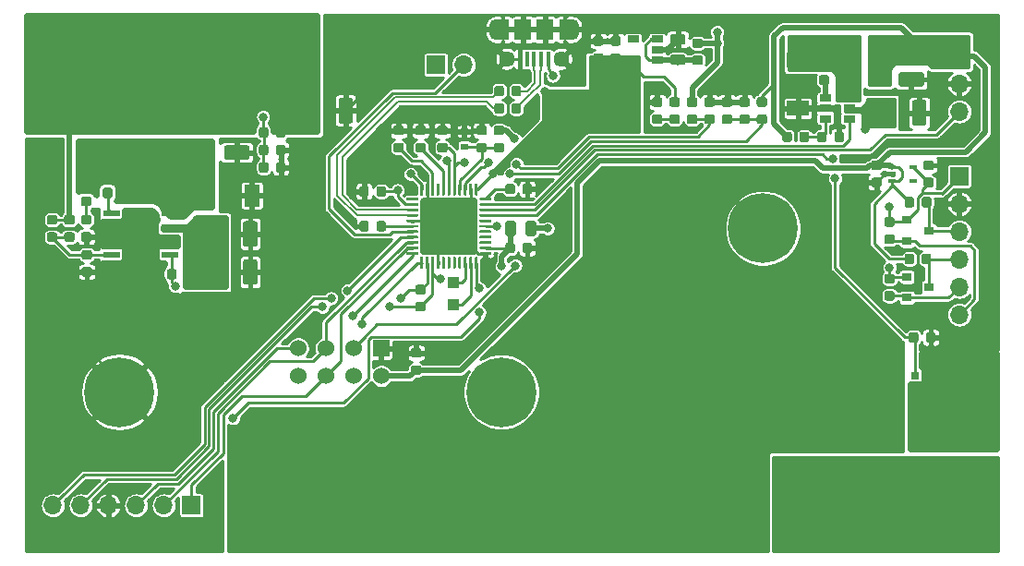
<source format=gbr>
G04 #@! TF.GenerationSoftware,KiCad,Pcbnew,5.1.2-f72e74a~84~ubuntu18.04.1*
G04 #@! TF.CreationDate,2019-05-12T20:09:00+01:00*
G04 #@! TF.ProjectId,cutoff-hardware,6375746f-6666-42d6-9861-726477617265,1.1*
G04 #@! TF.SameCoordinates,Original*
G04 #@! TF.FileFunction,Copper,L1,Top*
G04 #@! TF.FilePolarity,Positive*
%FSLAX46Y46*%
G04 Gerber Fmt 4.6, Leading zero omitted, Abs format (unit mm)*
G04 Created by KiCad (PCBNEW 5.1.2-f72e74a~84~ubuntu18.04.1) date 2019-05-12 20:09:00*
%MOMM*%
%LPD*%
G04 APERTURE LIST*
%ADD10R,1.524000X1.524000*%
%ADD11C,1.524000*%
%ADD12R,1.400000X2.000000*%
%ADD13R,2.000000X1.400000*%
%ADD14C,0.100000*%
%ADD15C,0.975000*%
%ADD16C,0.875000*%
%ADD17R,2.600000X3.100000*%
%ADD18R,2.950000X4.500000*%
%ADD19R,1.550000X0.600000*%
%ADD20C,0.600000*%
%ADD21C,6.400000*%
%ADD22C,0.800000*%
%ADD23R,5.000000X3.100000*%
%ADD24C,1.325000*%
%ADD25R,1.700000X1.700000*%
%ADD26O,1.700000X1.700000*%
%ADD27R,1.500000X1.900000*%
%ADD28C,1.450000*%
%ADD29R,0.400000X1.350000*%
%ADD30O,1.200000X1.900000*%
%ADD31R,1.200000X1.900000*%
%ADD32R,1.500000X4.200000*%
%ADD33R,0.800000X0.700000*%
%ADD34R,4.290000X4.500000*%
%ADD35R,0.900000X0.800000*%
%ADD36R,1.060000X0.650000*%
%ADD37R,0.650000X0.400000*%
%ADD38C,5.200000*%
%ADD39C,0.250000*%
%ADD40R,1.000000X1.000000*%
%ADD41R,0.700000X0.600000*%
%ADD42C,0.254000*%
%ADD43C,0.508000*%
%ADD44C,0.200000*%
%ADD45C,0.500000*%
G04 APERTURE END LIST*
D10*
X140000000Y-100000000D03*
D11*
X140000000Y-102540000D03*
X137460000Y-100000000D03*
X137460000Y-102540000D03*
X134920000Y-100000000D03*
X134920000Y-102540000D03*
X132380000Y-100000000D03*
X132380000Y-102540000D03*
D12*
X128150000Y-86000000D03*
X123750000Y-86000000D03*
D13*
X178200000Y-78000000D03*
X178200000Y-73600000D03*
D14*
G36*
X154005142Y-88301174D02*
G01*
X154028803Y-88304684D01*
X154052007Y-88310496D01*
X154074529Y-88318554D01*
X154096153Y-88328782D01*
X154116670Y-88341079D01*
X154135883Y-88355329D01*
X154153607Y-88371393D01*
X154169671Y-88389117D01*
X154183921Y-88408330D01*
X154196218Y-88428847D01*
X154206446Y-88450471D01*
X154214504Y-88472993D01*
X154220316Y-88496197D01*
X154223826Y-88519858D01*
X154225000Y-88543750D01*
X154225000Y-89456250D01*
X154223826Y-89480142D01*
X154220316Y-89503803D01*
X154214504Y-89527007D01*
X154206446Y-89549529D01*
X154196218Y-89571153D01*
X154183921Y-89591670D01*
X154169671Y-89610883D01*
X154153607Y-89628607D01*
X154135883Y-89644671D01*
X154116670Y-89658921D01*
X154096153Y-89671218D01*
X154074529Y-89681446D01*
X154052007Y-89689504D01*
X154028803Y-89695316D01*
X154005142Y-89698826D01*
X153981250Y-89700000D01*
X153493750Y-89700000D01*
X153469858Y-89698826D01*
X153446197Y-89695316D01*
X153422993Y-89689504D01*
X153400471Y-89681446D01*
X153378847Y-89671218D01*
X153358330Y-89658921D01*
X153339117Y-89644671D01*
X153321393Y-89628607D01*
X153305329Y-89610883D01*
X153291079Y-89591670D01*
X153278782Y-89571153D01*
X153268554Y-89549529D01*
X153260496Y-89527007D01*
X153254684Y-89503803D01*
X153251174Y-89480142D01*
X153250000Y-89456250D01*
X153250000Y-88543750D01*
X153251174Y-88519858D01*
X153254684Y-88496197D01*
X153260496Y-88472993D01*
X153268554Y-88450471D01*
X153278782Y-88428847D01*
X153291079Y-88408330D01*
X153305329Y-88389117D01*
X153321393Y-88371393D01*
X153339117Y-88355329D01*
X153358330Y-88341079D01*
X153378847Y-88328782D01*
X153400471Y-88318554D01*
X153422993Y-88310496D01*
X153446197Y-88304684D01*
X153469858Y-88301174D01*
X153493750Y-88300000D01*
X153981250Y-88300000D01*
X154005142Y-88301174D01*
X154005142Y-88301174D01*
G37*
D15*
X153737500Y-89000000D03*
D14*
G36*
X152130142Y-88301174D02*
G01*
X152153803Y-88304684D01*
X152177007Y-88310496D01*
X152199529Y-88318554D01*
X152221153Y-88328782D01*
X152241670Y-88341079D01*
X152260883Y-88355329D01*
X152278607Y-88371393D01*
X152294671Y-88389117D01*
X152308921Y-88408330D01*
X152321218Y-88428847D01*
X152331446Y-88450471D01*
X152339504Y-88472993D01*
X152345316Y-88496197D01*
X152348826Y-88519858D01*
X152350000Y-88543750D01*
X152350000Y-89456250D01*
X152348826Y-89480142D01*
X152345316Y-89503803D01*
X152339504Y-89527007D01*
X152331446Y-89549529D01*
X152321218Y-89571153D01*
X152308921Y-89591670D01*
X152294671Y-89610883D01*
X152278607Y-89628607D01*
X152260883Y-89644671D01*
X152241670Y-89658921D01*
X152221153Y-89671218D01*
X152199529Y-89681446D01*
X152177007Y-89689504D01*
X152153803Y-89695316D01*
X152130142Y-89698826D01*
X152106250Y-89700000D01*
X151618750Y-89700000D01*
X151594858Y-89698826D01*
X151571197Y-89695316D01*
X151547993Y-89689504D01*
X151525471Y-89681446D01*
X151503847Y-89671218D01*
X151483330Y-89658921D01*
X151464117Y-89644671D01*
X151446393Y-89628607D01*
X151430329Y-89610883D01*
X151416079Y-89591670D01*
X151403782Y-89571153D01*
X151393554Y-89549529D01*
X151385496Y-89527007D01*
X151379684Y-89503803D01*
X151376174Y-89480142D01*
X151375000Y-89456250D01*
X151375000Y-88543750D01*
X151376174Y-88519858D01*
X151379684Y-88496197D01*
X151385496Y-88472993D01*
X151393554Y-88450471D01*
X151403782Y-88428847D01*
X151416079Y-88408330D01*
X151430329Y-88389117D01*
X151446393Y-88371393D01*
X151464117Y-88355329D01*
X151483330Y-88341079D01*
X151503847Y-88328782D01*
X151525471Y-88318554D01*
X151547993Y-88310496D01*
X151571197Y-88304684D01*
X151594858Y-88301174D01*
X151618750Y-88300000D01*
X152106250Y-88300000D01*
X152130142Y-88301174D01*
X152130142Y-88301174D01*
G37*
D15*
X151862500Y-89000000D03*
D14*
G36*
X165577691Y-76976053D02*
G01*
X165598926Y-76979203D01*
X165619750Y-76984419D01*
X165639962Y-76991651D01*
X165659368Y-77000830D01*
X165677781Y-77011866D01*
X165695024Y-77024654D01*
X165710930Y-77039070D01*
X165725346Y-77054976D01*
X165738134Y-77072219D01*
X165749170Y-77090632D01*
X165758349Y-77110038D01*
X165765581Y-77130250D01*
X165770797Y-77151074D01*
X165773947Y-77172309D01*
X165775000Y-77193750D01*
X165775000Y-77631250D01*
X165773947Y-77652691D01*
X165770797Y-77673926D01*
X165765581Y-77694750D01*
X165758349Y-77714962D01*
X165749170Y-77734368D01*
X165738134Y-77752781D01*
X165725346Y-77770024D01*
X165710930Y-77785930D01*
X165695024Y-77800346D01*
X165677781Y-77813134D01*
X165659368Y-77824170D01*
X165639962Y-77833349D01*
X165619750Y-77840581D01*
X165598926Y-77845797D01*
X165577691Y-77848947D01*
X165556250Y-77850000D01*
X165043750Y-77850000D01*
X165022309Y-77848947D01*
X165001074Y-77845797D01*
X164980250Y-77840581D01*
X164960038Y-77833349D01*
X164940632Y-77824170D01*
X164922219Y-77813134D01*
X164904976Y-77800346D01*
X164889070Y-77785930D01*
X164874654Y-77770024D01*
X164861866Y-77752781D01*
X164850830Y-77734368D01*
X164841651Y-77714962D01*
X164834419Y-77694750D01*
X164829203Y-77673926D01*
X164826053Y-77652691D01*
X164825000Y-77631250D01*
X164825000Y-77193750D01*
X164826053Y-77172309D01*
X164829203Y-77151074D01*
X164834419Y-77130250D01*
X164841651Y-77110038D01*
X164850830Y-77090632D01*
X164861866Y-77072219D01*
X164874654Y-77054976D01*
X164889070Y-77039070D01*
X164904976Y-77024654D01*
X164922219Y-77011866D01*
X164940632Y-77000830D01*
X164960038Y-76991651D01*
X164980250Y-76984419D01*
X165001074Y-76979203D01*
X165022309Y-76976053D01*
X165043750Y-76975000D01*
X165556250Y-76975000D01*
X165577691Y-76976053D01*
X165577691Y-76976053D01*
G37*
D16*
X165300000Y-77412500D03*
D14*
G36*
X165577691Y-78551053D02*
G01*
X165598926Y-78554203D01*
X165619750Y-78559419D01*
X165639962Y-78566651D01*
X165659368Y-78575830D01*
X165677781Y-78586866D01*
X165695024Y-78599654D01*
X165710930Y-78614070D01*
X165725346Y-78629976D01*
X165738134Y-78647219D01*
X165749170Y-78665632D01*
X165758349Y-78685038D01*
X165765581Y-78705250D01*
X165770797Y-78726074D01*
X165773947Y-78747309D01*
X165775000Y-78768750D01*
X165775000Y-79206250D01*
X165773947Y-79227691D01*
X165770797Y-79248926D01*
X165765581Y-79269750D01*
X165758349Y-79289962D01*
X165749170Y-79309368D01*
X165738134Y-79327781D01*
X165725346Y-79345024D01*
X165710930Y-79360930D01*
X165695024Y-79375346D01*
X165677781Y-79388134D01*
X165659368Y-79399170D01*
X165639962Y-79408349D01*
X165619750Y-79415581D01*
X165598926Y-79420797D01*
X165577691Y-79423947D01*
X165556250Y-79425000D01*
X165043750Y-79425000D01*
X165022309Y-79423947D01*
X165001074Y-79420797D01*
X164980250Y-79415581D01*
X164960038Y-79408349D01*
X164940632Y-79399170D01*
X164922219Y-79388134D01*
X164904976Y-79375346D01*
X164889070Y-79360930D01*
X164874654Y-79345024D01*
X164861866Y-79327781D01*
X164850830Y-79309368D01*
X164841651Y-79289962D01*
X164834419Y-79269750D01*
X164829203Y-79248926D01*
X164826053Y-79227691D01*
X164825000Y-79206250D01*
X164825000Y-78768750D01*
X164826053Y-78747309D01*
X164829203Y-78726074D01*
X164834419Y-78705250D01*
X164841651Y-78685038D01*
X164850830Y-78665632D01*
X164861866Y-78647219D01*
X164874654Y-78629976D01*
X164889070Y-78614070D01*
X164904976Y-78599654D01*
X164922219Y-78586866D01*
X164940632Y-78575830D01*
X164960038Y-78566651D01*
X164980250Y-78559419D01*
X165001074Y-78554203D01*
X165022309Y-78551053D01*
X165043750Y-78550000D01*
X165556250Y-78550000D01*
X165577691Y-78551053D01*
X165577691Y-78551053D01*
G37*
D16*
X165300000Y-78987500D03*
D17*
X117950000Y-89500000D03*
D18*
X117950000Y-89500000D03*
D19*
X115250000Y-87595000D03*
X115250000Y-88865000D03*
X115250000Y-90135000D03*
X115250000Y-91405000D03*
X120650000Y-91405000D03*
X120650000Y-90135000D03*
X120650000Y-88865000D03*
X120650000Y-87595000D03*
D20*
X117350000Y-87700000D03*
X117350000Y-88900000D03*
X118550000Y-88900000D03*
X118550000Y-87700000D03*
X117350000Y-91300000D03*
X117350000Y-90200000D03*
X118550000Y-90200000D03*
X118550000Y-91300000D03*
D21*
X116000000Y-104000000D03*
D22*
X118400000Y-104000000D03*
X117697056Y-105697056D03*
X116000000Y-106400000D03*
X114302944Y-105697056D03*
X113600000Y-104000000D03*
X114302944Y-102302944D03*
X116000000Y-101600000D03*
X117697056Y-102302944D03*
D21*
X151000000Y-104000000D03*
D22*
X153400000Y-104000000D03*
X152697056Y-105697056D03*
X151000000Y-106400000D03*
X149302944Y-105697056D03*
X148600000Y-104000000D03*
X149302944Y-102302944D03*
X151000000Y-101600000D03*
X152697056Y-102302944D03*
D14*
G36*
X145877691Y-81151053D02*
G01*
X145898926Y-81154203D01*
X145919750Y-81159419D01*
X145939962Y-81166651D01*
X145959368Y-81175830D01*
X145977781Y-81186866D01*
X145995024Y-81199654D01*
X146010930Y-81214070D01*
X146025346Y-81229976D01*
X146038134Y-81247219D01*
X146049170Y-81265632D01*
X146058349Y-81285038D01*
X146065581Y-81305250D01*
X146070797Y-81326074D01*
X146073947Y-81347309D01*
X146075000Y-81368750D01*
X146075000Y-81806250D01*
X146073947Y-81827691D01*
X146070797Y-81848926D01*
X146065581Y-81869750D01*
X146058349Y-81889962D01*
X146049170Y-81909368D01*
X146038134Y-81927781D01*
X146025346Y-81945024D01*
X146010930Y-81960930D01*
X145995024Y-81975346D01*
X145977781Y-81988134D01*
X145959368Y-81999170D01*
X145939962Y-82008349D01*
X145919750Y-82015581D01*
X145898926Y-82020797D01*
X145877691Y-82023947D01*
X145856250Y-82025000D01*
X145343750Y-82025000D01*
X145322309Y-82023947D01*
X145301074Y-82020797D01*
X145280250Y-82015581D01*
X145260038Y-82008349D01*
X145240632Y-81999170D01*
X145222219Y-81988134D01*
X145204976Y-81975346D01*
X145189070Y-81960930D01*
X145174654Y-81945024D01*
X145161866Y-81927781D01*
X145150830Y-81909368D01*
X145141651Y-81889962D01*
X145134419Y-81869750D01*
X145129203Y-81848926D01*
X145126053Y-81827691D01*
X145125000Y-81806250D01*
X145125000Y-81368750D01*
X145126053Y-81347309D01*
X145129203Y-81326074D01*
X145134419Y-81305250D01*
X145141651Y-81285038D01*
X145150830Y-81265632D01*
X145161866Y-81247219D01*
X145174654Y-81229976D01*
X145189070Y-81214070D01*
X145204976Y-81199654D01*
X145222219Y-81186866D01*
X145240632Y-81175830D01*
X145260038Y-81166651D01*
X145280250Y-81159419D01*
X145301074Y-81154203D01*
X145322309Y-81151053D01*
X145343750Y-81150000D01*
X145856250Y-81150000D01*
X145877691Y-81151053D01*
X145877691Y-81151053D01*
G37*
D16*
X145600000Y-81587500D03*
D14*
G36*
X145877691Y-79576053D02*
G01*
X145898926Y-79579203D01*
X145919750Y-79584419D01*
X145939962Y-79591651D01*
X145959368Y-79600830D01*
X145977781Y-79611866D01*
X145995024Y-79624654D01*
X146010930Y-79639070D01*
X146025346Y-79654976D01*
X146038134Y-79672219D01*
X146049170Y-79690632D01*
X146058349Y-79710038D01*
X146065581Y-79730250D01*
X146070797Y-79751074D01*
X146073947Y-79772309D01*
X146075000Y-79793750D01*
X146075000Y-80231250D01*
X146073947Y-80252691D01*
X146070797Y-80273926D01*
X146065581Y-80294750D01*
X146058349Y-80314962D01*
X146049170Y-80334368D01*
X146038134Y-80352781D01*
X146025346Y-80370024D01*
X146010930Y-80385930D01*
X145995024Y-80400346D01*
X145977781Y-80413134D01*
X145959368Y-80424170D01*
X145939962Y-80433349D01*
X145919750Y-80440581D01*
X145898926Y-80445797D01*
X145877691Y-80448947D01*
X145856250Y-80450000D01*
X145343750Y-80450000D01*
X145322309Y-80448947D01*
X145301074Y-80445797D01*
X145280250Y-80440581D01*
X145260038Y-80433349D01*
X145240632Y-80424170D01*
X145222219Y-80413134D01*
X145204976Y-80400346D01*
X145189070Y-80385930D01*
X145174654Y-80370024D01*
X145161866Y-80352781D01*
X145150830Y-80334368D01*
X145141651Y-80314962D01*
X145134419Y-80294750D01*
X145129203Y-80273926D01*
X145126053Y-80252691D01*
X145125000Y-80231250D01*
X145125000Y-79793750D01*
X145126053Y-79772309D01*
X145129203Y-79751074D01*
X145134419Y-79730250D01*
X145141651Y-79710038D01*
X145150830Y-79690632D01*
X145161866Y-79672219D01*
X145174654Y-79654976D01*
X145189070Y-79639070D01*
X145204976Y-79624654D01*
X145222219Y-79611866D01*
X145240632Y-79600830D01*
X145260038Y-79591651D01*
X145280250Y-79584419D01*
X145301074Y-79579203D01*
X145322309Y-79576053D01*
X145343750Y-79575000D01*
X145856250Y-79575000D01*
X145877691Y-79576053D01*
X145877691Y-79576053D01*
G37*
D16*
X145600000Y-80012500D03*
D23*
X118200000Y-71950000D03*
X118200000Y-83050000D03*
D14*
G36*
X149477691Y-81151053D02*
G01*
X149498926Y-81154203D01*
X149519750Y-81159419D01*
X149539962Y-81166651D01*
X149559368Y-81175830D01*
X149577781Y-81186866D01*
X149595024Y-81199654D01*
X149610930Y-81214070D01*
X149625346Y-81229976D01*
X149638134Y-81247219D01*
X149649170Y-81265632D01*
X149658349Y-81285038D01*
X149665581Y-81305250D01*
X149670797Y-81326074D01*
X149673947Y-81347309D01*
X149675000Y-81368750D01*
X149675000Y-81806250D01*
X149673947Y-81827691D01*
X149670797Y-81848926D01*
X149665581Y-81869750D01*
X149658349Y-81889962D01*
X149649170Y-81909368D01*
X149638134Y-81927781D01*
X149625346Y-81945024D01*
X149610930Y-81960930D01*
X149595024Y-81975346D01*
X149577781Y-81988134D01*
X149559368Y-81999170D01*
X149539962Y-82008349D01*
X149519750Y-82015581D01*
X149498926Y-82020797D01*
X149477691Y-82023947D01*
X149456250Y-82025000D01*
X148943750Y-82025000D01*
X148922309Y-82023947D01*
X148901074Y-82020797D01*
X148880250Y-82015581D01*
X148860038Y-82008349D01*
X148840632Y-81999170D01*
X148822219Y-81988134D01*
X148804976Y-81975346D01*
X148789070Y-81960930D01*
X148774654Y-81945024D01*
X148761866Y-81927781D01*
X148750830Y-81909368D01*
X148741651Y-81889962D01*
X148734419Y-81869750D01*
X148729203Y-81848926D01*
X148726053Y-81827691D01*
X148725000Y-81806250D01*
X148725000Y-81368750D01*
X148726053Y-81347309D01*
X148729203Y-81326074D01*
X148734419Y-81305250D01*
X148741651Y-81285038D01*
X148750830Y-81265632D01*
X148761866Y-81247219D01*
X148774654Y-81229976D01*
X148789070Y-81214070D01*
X148804976Y-81199654D01*
X148822219Y-81186866D01*
X148840632Y-81175830D01*
X148860038Y-81166651D01*
X148880250Y-81159419D01*
X148901074Y-81154203D01*
X148922309Y-81151053D01*
X148943750Y-81150000D01*
X149456250Y-81150000D01*
X149477691Y-81151053D01*
X149477691Y-81151053D01*
G37*
D16*
X149200000Y-81587500D03*
D14*
G36*
X149477691Y-79576053D02*
G01*
X149498926Y-79579203D01*
X149519750Y-79584419D01*
X149539962Y-79591651D01*
X149559368Y-79600830D01*
X149577781Y-79611866D01*
X149595024Y-79624654D01*
X149610930Y-79639070D01*
X149625346Y-79654976D01*
X149638134Y-79672219D01*
X149649170Y-79690632D01*
X149658349Y-79710038D01*
X149665581Y-79730250D01*
X149670797Y-79751074D01*
X149673947Y-79772309D01*
X149675000Y-79793750D01*
X149675000Y-80231250D01*
X149673947Y-80252691D01*
X149670797Y-80273926D01*
X149665581Y-80294750D01*
X149658349Y-80314962D01*
X149649170Y-80334368D01*
X149638134Y-80352781D01*
X149625346Y-80370024D01*
X149610930Y-80385930D01*
X149595024Y-80400346D01*
X149577781Y-80413134D01*
X149559368Y-80424170D01*
X149539962Y-80433349D01*
X149519750Y-80440581D01*
X149498926Y-80445797D01*
X149477691Y-80448947D01*
X149456250Y-80450000D01*
X148943750Y-80450000D01*
X148922309Y-80448947D01*
X148901074Y-80445797D01*
X148880250Y-80440581D01*
X148860038Y-80433349D01*
X148840632Y-80424170D01*
X148822219Y-80413134D01*
X148804976Y-80400346D01*
X148789070Y-80385930D01*
X148774654Y-80370024D01*
X148761866Y-80352781D01*
X148750830Y-80334368D01*
X148741651Y-80314962D01*
X148734419Y-80294750D01*
X148729203Y-80273926D01*
X148726053Y-80252691D01*
X148725000Y-80231250D01*
X148725000Y-79793750D01*
X148726053Y-79772309D01*
X148729203Y-79751074D01*
X148734419Y-79730250D01*
X148741651Y-79710038D01*
X148750830Y-79690632D01*
X148761866Y-79672219D01*
X148774654Y-79654976D01*
X148789070Y-79639070D01*
X148804976Y-79624654D01*
X148822219Y-79611866D01*
X148840632Y-79600830D01*
X148860038Y-79591651D01*
X148880250Y-79584419D01*
X148901074Y-79579203D01*
X148922309Y-79576053D01*
X148943750Y-79575000D01*
X149456250Y-79575000D01*
X149477691Y-79576053D01*
X149477691Y-79576053D01*
G37*
D16*
X149200000Y-80012500D03*
D14*
G36*
X131027691Y-81326053D02*
G01*
X131048926Y-81329203D01*
X131069750Y-81334419D01*
X131089962Y-81341651D01*
X131109368Y-81350830D01*
X131127781Y-81361866D01*
X131145024Y-81374654D01*
X131160930Y-81389070D01*
X131175346Y-81404976D01*
X131188134Y-81422219D01*
X131199170Y-81440632D01*
X131208349Y-81460038D01*
X131215581Y-81480250D01*
X131220797Y-81501074D01*
X131223947Y-81522309D01*
X131225000Y-81543750D01*
X131225000Y-82056250D01*
X131223947Y-82077691D01*
X131220797Y-82098926D01*
X131215581Y-82119750D01*
X131208349Y-82139962D01*
X131199170Y-82159368D01*
X131188134Y-82177781D01*
X131175346Y-82195024D01*
X131160930Y-82210930D01*
X131145024Y-82225346D01*
X131127781Y-82238134D01*
X131109368Y-82249170D01*
X131089962Y-82258349D01*
X131069750Y-82265581D01*
X131048926Y-82270797D01*
X131027691Y-82273947D01*
X131006250Y-82275000D01*
X130568750Y-82275000D01*
X130547309Y-82273947D01*
X130526074Y-82270797D01*
X130505250Y-82265581D01*
X130485038Y-82258349D01*
X130465632Y-82249170D01*
X130447219Y-82238134D01*
X130429976Y-82225346D01*
X130414070Y-82210930D01*
X130399654Y-82195024D01*
X130386866Y-82177781D01*
X130375830Y-82159368D01*
X130366651Y-82139962D01*
X130359419Y-82119750D01*
X130354203Y-82098926D01*
X130351053Y-82077691D01*
X130350000Y-82056250D01*
X130350000Y-81543750D01*
X130351053Y-81522309D01*
X130354203Y-81501074D01*
X130359419Y-81480250D01*
X130366651Y-81460038D01*
X130375830Y-81440632D01*
X130386866Y-81422219D01*
X130399654Y-81404976D01*
X130414070Y-81389070D01*
X130429976Y-81374654D01*
X130447219Y-81361866D01*
X130465632Y-81350830D01*
X130485038Y-81341651D01*
X130505250Y-81334419D01*
X130526074Y-81329203D01*
X130547309Y-81326053D01*
X130568750Y-81325000D01*
X131006250Y-81325000D01*
X131027691Y-81326053D01*
X131027691Y-81326053D01*
G37*
D16*
X130787500Y-81800000D03*
D14*
G36*
X129452691Y-81326053D02*
G01*
X129473926Y-81329203D01*
X129494750Y-81334419D01*
X129514962Y-81341651D01*
X129534368Y-81350830D01*
X129552781Y-81361866D01*
X129570024Y-81374654D01*
X129585930Y-81389070D01*
X129600346Y-81404976D01*
X129613134Y-81422219D01*
X129624170Y-81440632D01*
X129633349Y-81460038D01*
X129640581Y-81480250D01*
X129645797Y-81501074D01*
X129648947Y-81522309D01*
X129650000Y-81543750D01*
X129650000Y-82056250D01*
X129648947Y-82077691D01*
X129645797Y-82098926D01*
X129640581Y-82119750D01*
X129633349Y-82139962D01*
X129624170Y-82159368D01*
X129613134Y-82177781D01*
X129600346Y-82195024D01*
X129585930Y-82210930D01*
X129570024Y-82225346D01*
X129552781Y-82238134D01*
X129534368Y-82249170D01*
X129514962Y-82258349D01*
X129494750Y-82265581D01*
X129473926Y-82270797D01*
X129452691Y-82273947D01*
X129431250Y-82275000D01*
X128993750Y-82275000D01*
X128972309Y-82273947D01*
X128951074Y-82270797D01*
X128930250Y-82265581D01*
X128910038Y-82258349D01*
X128890632Y-82249170D01*
X128872219Y-82238134D01*
X128854976Y-82225346D01*
X128839070Y-82210930D01*
X128824654Y-82195024D01*
X128811866Y-82177781D01*
X128800830Y-82159368D01*
X128791651Y-82139962D01*
X128784419Y-82119750D01*
X128779203Y-82098926D01*
X128776053Y-82077691D01*
X128775000Y-82056250D01*
X128775000Y-81543750D01*
X128776053Y-81522309D01*
X128779203Y-81501074D01*
X128784419Y-81480250D01*
X128791651Y-81460038D01*
X128800830Y-81440632D01*
X128811866Y-81422219D01*
X128824654Y-81404976D01*
X128839070Y-81389070D01*
X128854976Y-81374654D01*
X128872219Y-81361866D01*
X128890632Y-81350830D01*
X128910038Y-81341651D01*
X128930250Y-81334419D01*
X128951074Y-81329203D01*
X128972309Y-81326053D01*
X128993750Y-81325000D01*
X129431250Y-81325000D01*
X129452691Y-81326053D01*
X129452691Y-81326053D01*
G37*
D16*
X129212500Y-81800000D03*
D14*
G36*
X171977691Y-78551053D02*
G01*
X171998926Y-78554203D01*
X172019750Y-78559419D01*
X172039962Y-78566651D01*
X172059368Y-78575830D01*
X172077781Y-78586866D01*
X172095024Y-78599654D01*
X172110930Y-78614070D01*
X172125346Y-78629976D01*
X172138134Y-78647219D01*
X172149170Y-78665632D01*
X172158349Y-78685038D01*
X172165581Y-78705250D01*
X172170797Y-78726074D01*
X172173947Y-78747309D01*
X172175000Y-78768750D01*
X172175000Y-79206250D01*
X172173947Y-79227691D01*
X172170797Y-79248926D01*
X172165581Y-79269750D01*
X172158349Y-79289962D01*
X172149170Y-79309368D01*
X172138134Y-79327781D01*
X172125346Y-79345024D01*
X172110930Y-79360930D01*
X172095024Y-79375346D01*
X172077781Y-79388134D01*
X172059368Y-79399170D01*
X172039962Y-79408349D01*
X172019750Y-79415581D01*
X171998926Y-79420797D01*
X171977691Y-79423947D01*
X171956250Y-79425000D01*
X171443750Y-79425000D01*
X171422309Y-79423947D01*
X171401074Y-79420797D01*
X171380250Y-79415581D01*
X171360038Y-79408349D01*
X171340632Y-79399170D01*
X171322219Y-79388134D01*
X171304976Y-79375346D01*
X171289070Y-79360930D01*
X171274654Y-79345024D01*
X171261866Y-79327781D01*
X171250830Y-79309368D01*
X171241651Y-79289962D01*
X171234419Y-79269750D01*
X171229203Y-79248926D01*
X171226053Y-79227691D01*
X171225000Y-79206250D01*
X171225000Y-78768750D01*
X171226053Y-78747309D01*
X171229203Y-78726074D01*
X171234419Y-78705250D01*
X171241651Y-78685038D01*
X171250830Y-78665632D01*
X171261866Y-78647219D01*
X171274654Y-78629976D01*
X171289070Y-78614070D01*
X171304976Y-78599654D01*
X171322219Y-78586866D01*
X171340632Y-78575830D01*
X171360038Y-78566651D01*
X171380250Y-78559419D01*
X171401074Y-78554203D01*
X171422309Y-78551053D01*
X171443750Y-78550000D01*
X171956250Y-78550000D01*
X171977691Y-78551053D01*
X171977691Y-78551053D01*
G37*
D16*
X171700000Y-78987500D03*
D14*
G36*
X171977691Y-76976053D02*
G01*
X171998926Y-76979203D01*
X172019750Y-76984419D01*
X172039962Y-76991651D01*
X172059368Y-77000830D01*
X172077781Y-77011866D01*
X172095024Y-77024654D01*
X172110930Y-77039070D01*
X172125346Y-77054976D01*
X172138134Y-77072219D01*
X172149170Y-77090632D01*
X172158349Y-77110038D01*
X172165581Y-77130250D01*
X172170797Y-77151074D01*
X172173947Y-77172309D01*
X172175000Y-77193750D01*
X172175000Y-77631250D01*
X172173947Y-77652691D01*
X172170797Y-77673926D01*
X172165581Y-77694750D01*
X172158349Y-77714962D01*
X172149170Y-77734368D01*
X172138134Y-77752781D01*
X172125346Y-77770024D01*
X172110930Y-77785930D01*
X172095024Y-77800346D01*
X172077781Y-77813134D01*
X172059368Y-77824170D01*
X172039962Y-77833349D01*
X172019750Y-77840581D01*
X171998926Y-77845797D01*
X171977691Y-77848947D01*
X171956250Y-77850000D01*
X171443750Y-77850000D01*
X171422309Y-77848947D01*
X171401074Y-77845797D01*
X171380250Y-77840581D01*
X171360038Y-77833349D01*
X171340632Y-77824170D01*
X171322219Y-77813134D01*
X171304976Y-77800346D01*
X171289070Y-77785930D01*
X171274654Y-77770024D01*
X171261866Y-77752781D01*
X171250830Y-77734368D01*
X171241651Y-77714962D01*
X171234419Y-77694750D01*
X171229203Y-77673926D01*
X171226053Y-77652691D01*
X171225000Y-77631250D01*
X171225000Y-77193750D01*
X171226053Y-77172309D01*
X171229203Y-77151074D01*
X171234419Y-77130250D01*
X171241651Y-77110038D01*
X171250830Y-77090632D01*
X171261866Y-77072219D01*
X171274654Y-77054976D01*
X171289070Y-77039070D01*
X171304976Y-77024654D01*
X171322219Y-77011866D01*
X171340632Y-77000830D01*
X171360038Y-76991651D01*
X171380250Y-76984419D01*
X171401074Y-76979203D01*
X171422309Y-76976053D01*
X171443750Y-76975000D01*
X171956250Y-76975000D01*
X171977691Y-76976053D01*
X171977691Y-76976053D01*
G37*
D16*
X171700000Y-77412500D03*
D14*
G36*
X185677691Y-82776053D02*
G01*
X185698926Y-82779203D01*
X185719750Y-82784419D01*
X185739962Y-82791651D01*
X185759368Y-82800830D01*
X185777781Y-82811866D01*
X185795024Y-82824654D01*
X185810930Y-82839070D01*
X185825346Y-82854976D01*
X185838134Y-82872219D01*
X185849170Y-82890632D01*
X185858349Y-82910038D01*
X185865581Y-82930250D01*
X185870797Y-82951074D01*
X185873947Y-82972309D01*
X185875000Y-82993750D01*
X185875000Y-83431250D01*
X185873947Y-83452691D01*
X185870797Y-83473926D01*
X185865581Y-83494750D01*
X185858349Y-83514962D01*
X185849170Y-83534368D01*
X185838134Y-83552781D01*
X185825346Y-83570024D01*
X185810930Y-83585930D01*
X185795024Y-83600346D01*
X185777781Y-83613134D01*
X185759368Y-83624170D01*
X185739962Y-83633349D01*
X185719750Y-83640581D01*
X185698926Y-83645797D01*
X185677691Y-83648947D01*
X185656250Y-83650000D01*
X185143750Y-83650000D01*
X185122309Y-83648947D01*
X185101074Y-83645797D01*
X185080250Y-83640581D01*
X185060038Y-83633349D01*
X185040632Y-83624170D01*
X185022219Y-83613134D01*
X185004976Y-83600346D01*
X184989070Y-83585930D01*
X184974654Y-83570024D01*
X184961866Y-83552781D01*
X184950830Y-83534368D01*
X184941651Y-83514962D01*
X184934419Y-83494750D01*
X184929203Y-83473926D01*
X184926053Y-83452691D01*
X184925000Y-83431250D01*
X184925000Y-82993750D01*
X184926053Y-82972309D01*
X184929203Y-82951074D01*
X184934419Y-82930250D01*
X184941651Y-82910038D01*
X184950830Y-82890632D01*
X184961866Y-82872219D01*
X184974654Y-82854976D01*
X184989070Y-82839070D01*
X185004976Y-82824654D01*
X185022219Y-82811866D01*
X185040632Y-82800830D01*
X185060038Y-82791651D01*
X185080250Y-82784419D01*
X185101074Y-82779203D01*
X185122309Y-82776053D01*
X185143750Y-82775000D01*
X185656250Y-82775000D01*
X185677691Y-82776053D01*
X185677691Y-82776053D01*
G37*
D16*
X185400000Y-83212500D03*
D14*
G36*
X185677691Y-84351053D02*
G01*
X185698926Y-84354203D01*
X185719750Y-84359419D01*
X185739962Y-84366651D01*
X185759368Y-84375830D01*
X185777781Y-84386866D01*
X185795024Y-84399654D01*
X185810930Y-84414070D01*
X185825346Y-84429976D01*
X185838134Y-84447219D01*
X185849170Y-84465632D01*
X185858349Y-84485038D01*
X185865581Y-84505250D01*
X185870797Y-84526074D01*
X185873947Y-84547309D01*
X185875000Y-84568750D01*
X185875000Y-85006250D01*
X185873947Y-85027691D01*
X185870797Y-85048926D01*
X185865581Y-85069750D01*
X185858349Y-85089962D01*
X185849170Y-85109368D01*
X185838134Y-85127781D01*
X185825346Y-85145024D01*
X185810930Y-85160930D01*
X185795024Y-85175346D01*
X185777781Y-85188134D01*
X185759368Y-85199170D01*
X185739962Y-85208349D01*
X185719750Y-85215581D01*
X185698926Y-85220797D01*
X185677691Y-85223947D01*
X185656250Y-85225000D01*
X185143750Y-85225000D01*
X185122309Y-85223947D01*
X185101074Y-85220797D01*
X185080250Y-85215581D01*
X185060038Y-85208349D01*
X185040632Y-85199170D01*
X185022219Y-85188134D01*
X185004976Y-85175346D01*
X184989070Y-85160930D01*
X184974654Y-85145024D01*
X184961866Y-85127781D01*
X184950830Y-85109368D01*
X184941651Y-85089962D01*
X184934419Y-85069750D01*
X184929203Y-85048926D01*
X184926053Y-85027691D01*
X184925000Y-85006250D01*
X184925000Y-84568750D01*
X184926053Y-84547309D01*
X184929203Y-84526074D01*
X184934419Y-84505250D01*
X184941651Y-84485038D01*
X184950830Y-84465632D01*
X184961866Y-84447219D01*
X184974654Y-84429976D01*
X184989070Y-84414070D01*
X185004976Y-84399654D01*
X185022219Y-84386866D01*
X185040632Y-84375830D01*
X185060038Y-84366651D01*
X185080250Y-84359419D01*
X185101074Y-84354203D01*
X185122309Y-84351053D01*
X185143750Y-84350000D01*
X185656250Y-84350000D01*
X185677691Y-84351053D01*
X185677691Y-84351053D01*
G37*
D16*
X185400000Y-84787500D03*
D14*
G36*
X190477691Y-82776053D02*
G01*
X190498926Y-82779203D01*
X190519750Y-82784419D01*
X190539962Y-82791651D01*
X190559368Y-82800830D01*
X190577781Y-82811866D01*
X190595024Y-82824654D01*
X190610930Y-82839070D01*
X190625346Y-82854976D01*
X190638134Y-82872219D01*
X190649170Y-82890632D01*
X190658349Y-82910038D01*
X190665581Y-82930250D01*
X190670797Y-82951074D01*
X190673947Y-82972309D01*
X190675000Y-82993750D01*
X190675000Y-83431250D01*
X190673947Y-83452691D01*
X190670797Y-83473926D01*
X190665581Y-83494750D01*
X190658349Y-83514962D01*
X190649170Y-83534368D01*
X190638134Y-83552781D01*
X190625346Y-83570024D01*
X190610930Y-83585930D01*
X190595024Y-83600346D01*
X190577781Y-83613134D01*
X190559368Y-83624170D01*
X190539962Y-83633349D01*
X190519750Y-83640581D01*
X190498926Y-83645797D01*
X190477691Y-83648947D01*
X190456250Y-83650000D01*
X189943750Y-83650000D01*
X189922309Y-83648947D01*
X189901074Y-83645797D01*
X189880250Y-83640581D01*
X189860038Y-83633349D01*
X189840632Y-83624170D01*
X189822219Y-83613134D01*
X189804976Y-83600346D01*
X189789070Y-83585930D01*
X189774654Y-83570024D01*
X189761866Y-83552781D01*
X189750830Y-83534368D01*
X189741651Y-83514962D01*
X189734419Y-83494750D01*
X189729203Y-83473926D01*
X189726053Y-83452691D01*
X189725000Y-83431250D01*
X189725000Y-82993750D01*
X189726053Y-82972309D01*
X189729203Y-82951074D01*
X189734419Y-82930250D01*
X189741651Y-82910038D01*
X189750830Y-82890632D01*
X189761866Y-82872219D01*
X189774654Y-82854976D01*
X189789070Y-82839070D01*
X189804976Y-82824654D01*
X189822219Y-82811866D01*
X189840632Y-82800830D01*
X189860038Y-82791651D01*
X189880250Y-82784419D01*
X189901074Y-82779203D01*
X189922309Y-82776053D01*
X189943750Y-82775000D01*
X190456250Y-82775000D01*
X190477691Y-82776053D01*
X190477691Y-82776053D01*
G37*
D16*
X190200000Y-83212500D03*
D14*
G36*
X190477691Y-84351053D02*
G01*
X190498926Y-84354203D01*
X190519750Y-84359419D01*
X190539962Y-84366651D01*
X190559368Y-84375830D01*
X190577781Y-84386866D01*
X190595024Y-84399654D01*
X190610930Y-84414070D01*
X190625346Y-84429976D01*
X190638134Y-84447219D01*
X190649170Y-84465632D01*
X190658349Y-84485038D01*
X190665581Y-84505250D01*
X190670797Y-84526074D01*
X190673947Y-84547309D01*
X190675000Y-84568750D01*
X190675000Y-85006250D01*
X190673947Y-85027691D01*
X190670797Y-85048926D01*
X190665581Y-85069750D01*
X190658349Y-85089962D01*
X190649170Y-85109368D01*
X190638134Y-85127781D01*
X190625346Y-85145024D01*
X190610930Y-85160930D01*
X190595024Y-85175346D01*
X190577781Y-85188134D01*
X190559368Y-85199170D01*
X190539962Y-85208349D01*
X190519750Y-85215581D01*
X190498926Y-85220797D01*
X190477691Y-85223947D01*
X190456250Y-85225000D01*
X189943750Y-85225000D01*
X189922309Y-85223947D01*
X189901074Y-85220797D01*
X189880250Y-85215581D01*
X189860038Y-85208349D01*
X189840632Y-85199170D01*
X189822219Y-85188134D01*
X189804976Y-85175346D01*
X189789070Y-85160930D01*
X189774654Y-85145024D01*
X189761866Y-85127781D01*
X189750830Y-85109368D01*
X189741651Y-85089962D01*
X189734419Y-85069750D01*
X189729203Y-85048926D01*
X189726053Y-85027691D01*
X189725000Y-85006250D01*
X189725000Y-84568750D01*
X189726053Y-84547309D01*
X189729203Y-84526074D01*
X189734419Y-84505250D01*
X189741651Y-84485038D01*
X189750830Y-84465632D01*
X189761866Y-84447219D01*
X189774654Y-84429976D01*
X189789070Y-84414070D01*
X189804976Y-84399654D01*
X189822219Y-84386866D01*
X189840632Y-84375830D01*
X189860038Y-84366651D01*
X189880250Y-84359419D01*
X189901074Y-84354203D01*
X189922309Y-84351053D01*
X189943750Y-84350000D01*
X190456250Y-84350000D01*
X190477691Y-84351053D01*
X190477691Y-84351053D01*
G37*
D16*
X190200000Y-84787500D03*
D14*
G36*
X140227691Y-85126053D02*
G01*
X140248926Y-85129203D01*
X140269750Y-85134419D01*
X140289962Y-85141651D01*
X140309368Y-85150830D01*
X140327781Y-85161866D01*
X140345024Y-85174654D01*
X140360930Y-85189070D01*
X140375346Y-85204976D01*
X140388134Y-85222219D01*
X140399170Y-85240632D01*
X140408349Y-85260038D01*
X140415581Y-85280250D01*
X140420797Y-85301074D01*
X140423947Y-85322309D01*
X140425000Y-85343750D01*
X140425000Y-85856250D01*
X140423947Y-85877691D01*
X140420797Y-85898926D01*
X140415581Y-85919750D01*
X140408349Y-85939962D01*
X140399170Y-85959368D01*
X140388134Y-85977781D01*
X140375346Y-85995024D01*
X140360930Y-86010930D01*
X140345024Y-86025346D01*
X140327781Y-86038134D01*
X140309368Y-86049170D01*
X140289962Y-86058349D01*
X140269750Y-86065581D01*
X140248926Y-86070797D01*
X140227691Y-86073947D01*
X140206250Y-86075000D01*
X139768750Y-86075000D01*
X139747309Y-86073947D01*
X139726074Y-86070797D01*
X139705250Y-86065581D01*
X139685038Y-86058349D01*
X139665632Y-86049170D01*
X139647219Y-86038134D01*
X139629976Y-86025346D01*
X139614070Y-86010930D01*
X139599654Y-85995024D01*
X139586866Y-85977781D01*
X139575830Y-85959368D01*
X139566651Y-85939962D01*
X139559419Y-85919750D01*
X139554203Y-85898926D01*
X139551053Y-85877691D01*
X139550000Y-85856250D01*
X139550000Y-85343750D01*
X139551053Y-85322309D01*
X139554203Y-85301074D01*
X139559419Y-85280250D01*
X139566651Y-85260038D01*
X139575830Y-85240632D01*
X139586866Y-85222219D01*
X139599654Y-85204976D01*
X139614070Y-85189070D01*
X139629976Y-85174654D01*
X139647219Y-85161866D01*
X139665632Y-85150830D01*
X139685038Y-85141651D01*
X139705250Y-85134419D01*
X139726074Y-85129203D01*
X139747309Y-85126053D01*
X139768750Y-85125000D01*
X140206250Y-85125000D01*
X140227691Y-85126053D01*
X140227691Y-85126053D01*
G37*
D16*
X139987500Y-85600000D03*
D14*
G36*
X138652691Y-85126053D02*
G01*
X138673926Y-85129203D01*
X138694750Y-85134419D01*
X138714962Y-85141651D01*
X138734368Y-85150830D01*
X138752781Y-85161866D01*
X138770024Y-85174654D01*
X138785930Y-85189070D01*
X138800346Y-85204976D01*
X138813134Y-85222219D01*
X138824170Y-85240632D01*
X138833349Y-85260038D01*
X138840581Y-85280250D01*
X138845797Y-85301074D01*
X138848947Y-85322309D01*
X138850000Y-85343750D01*
X138850000Y-85856250D01*
X138848947Y-85877691D01*
X138845797Y-85898926D01*
X138840581Y-85919750D01*
X138833349Y-85939962D01*
X138824170Y-85959368D01*
X138813134Y-85977781D01*
X138800346Y-85995024D01*
X138785930Y-86010930D01*
X138770024Y-86025346D01*
X138752781Y-86038134D01*
X138734368Y-86049170D01*
X138714962Y-86058349D01*
X138694750Y-86065581D01*
X138673926Y-86070797D01*
X138652691Y-86073947D01*
X138631250Y-86075000D01*
X138193750Y-86075000D01*
X138172309Y-86073947D01*
X138151074Y-86070797D01*
X138130250Y-86065581D01*
X138110038Y-86058349D01*
X138090632Y-86049170D01*
X138072219Y-86038134D01*
X138054976Y-86025346D01*
X138039070Y-86010930D01*
X138024654Y-85995024D01*
X138011866Y-85977781D01*
X138000830Y-85959368D01*
X137991651Y-85939962D01*
X137984419Y-85919750D01*
X137979203Y-85898926D01*
X137976053Y-85877691D01*
X137975000Y-85856250D01*
X137975000Y-85343750D01*
X137976053Y-85322309D01*
X137979203Y-85301074D01*
X137984419Y-85280250D01*
X137991651Y-85260038D01*
X138000830Y-85240632D01*
X138011866Y-85222219D01*
X138024654Y-85204976D01*
X138039070Y-85189070D01*
X138054976Y-85174654D01*
X138072219Y-85161866D01*
X138090632Y-85150830D01*
X138110038Y-85141651D01*
X138130250Y-85134419D01*
X138151074Y-85129203D01*
X138172309Y-85126053D01*
X138193750Y-85125000D01*
X138631250Y-85125000D01*
X138652691Y-85126053D01*
X138652691Y-85126053D01*
G37*
D16*
X138412500Y-85600000D03*
D14*
G36*
X141877691Y-81151053D02*
G01*
X141898926Y-81154203D01*
X141919750Y-81159419D01*
X141939962Y-81166651D01*
X141959368Y-81175830D01*
X141977781Y-81186866D01*
X141995024Y-81199654D01*
X142010930Y-81214070D01*
X142025346Y-81229976D01*
X142038134Y-81247219D01*
X142049170Y-81265632D01*
X142058349Y-81285038D01*
X142065581Y-81305250D01*
X142070797Y-81326074D01*
X142073947Y-81347309D01*
X142075000Y-81368750D01*
X142075000Y-81806250D01*
X142073947Y-81827691D01*
X142070797Y-81848926D01*
X142065581Y-81869750D01*
X142058349Y-81889962D01*
X142049170Y-81909368D01*
X142038134Y-81927781D01*
X142025346Y-81945024D01*
X142010930Y-81960930D01*
X141995024Y-81975346D01*
X141977781Y-81988134D01*
X141959368Y-81999170D01*
X141939962Y-82008349D01*
X141919750Y-82015581D01*
X141898926Y-82020797D01*
X141877691Y-82023947D01*
X141856250Y-82025000D01*
X141343750Y-82025000D01*
X141322309Y-82023947D01*
X141301074Y-82020797D01*
X141280250Y-82015581D01*
X141260038Y-82008349D01*
X141240632Y-81999170D01*
X141222219Y-81988134D01*
X141204976Y-81975346D01*
X141189070Y-81960930D01*
X141174654Y-81945024D01*
X141161866Y-81927781D01*
X141150830Y-81909368D01*
X141141651Y-81889962D01*
X141134419Y-81869750D01*
X141129203Y-81848926D01*
X141126053Y-81827691D01*
X141125000Y-81806250D01*
X141125000Y-81368750D01*
X141126053Y-81347309D01*
X141129203Y-81326074D01*
X141134419Y-81305250D01*
X141141651Y-81285038D01*
X141150830Y-81265632D01*
X141161866Y-81247219D01*
X141174654Y-81229976D01*
X141189070Y-81214070D01*
X141204976Y-81199654D01*
X141222219Y-81186866D01*
X141240632Y-81175830D01*
X141260038Y-81166651D01*
X141280250Y-81159419D01*
X141301074Y-81154203D01*
X141322309Y-81151053D01*
X141343750Y-81150000D01*
X141856250Y-81150000D01*
X141877691Y-81151053D01*
X141877691Y-81151053D01*
G37*
D16*
X141600000Y-81587500D03*
D14*
G36*
X141877691Y-79576053D02*
G01*
X141898926Y-79579203D01*
X141919750Y-79584419D01*
X141939962Y-79591651D01*
X141959368Y-79600830D01*
X141977781Y-79611866D01*
X141995024Y-79624654D01*
X142010930Y-79639070D01*
X142025346Y-79654976D01*
X142038134Y-79672219D01*
X142049170Y-79690632D01*
X142058349Y-79710038D01*
X142065581Y-79730250D01*
X142070797Y-79751074D01*
X142073947Y-79772309D01*
X142075000Y-79793750D01*
X142075000Y-80231250D01*
X142073947Y-80252691D01*
X142070797Y-80273926D01*
X142065581Y-80294750D01*
X142058349Y-80314962D01*
X142049170Y-80334368D01*
X142038134Y-80352781D01*
X142025346Y-80370024D01*
X142010930Y-80385930D01*
X141995024Y-80400346D01*
X141977781Y-80413134D01*
X141959368Y-80424170D01*
X141939962Y-80433349D01*
X141919750Y-80440581D01*
X141898926Y-80445797D01*
X141877691Y-80448947D01*
X141856250Y-80450000D01*
X141343750Y-80450000D01*
X141322309Y-80448947D01*
X141301074Y-80445797D01*
X141280250Y-80440581D01*
X141260038Y-80433349D01*
X141240632Y-80424170D01*
X141222219Y-80413134D01*
X141204976Y-80400346D01*
X141189070Y-80385930D01*
X141174654Y-80370024D01*
X141161866Y-80352781D01*
X141150830Y-80334368D01*
X141141651Y-80314962D01*
X141134419Y-80294750D01*
X141129203Y-80273926D01*
X141126053Y-80252691D01*
X141125000Y-80231250D01*
X141125000Y-79793750D01*
X141126053Y-79772309D01*
X141129203Y-79751074D01*
X141134419Y-79730250D01*
X141141651Y-79710038D01*
X141150830Y-79690632D01*
X141161866Y-79672219D01*
X141174654Y-79654976D01*
X141189070Y-79639070D01*
X141204976Y-79624654D01*
X141222219Y-79611866D01*
X141240632Y-79600830D01*
X141260038Y-79591651D01*
X141280250Y-79584419D01*
X141301074Y-79579203D01*
X141322309Y-79576053D01*
X141343750Y-79575000D01*
X141856250Y-79575000D01*
X141877691Y-79576053D01*
X141877691Y-79576053D01*
G37*
D16*
X141600000Y-80012500D03*
D14*
G36*
X140240191Y-88326053D02*
G01*
X140261426Y-88329203D01*
X140282250Y-88334419D01*
X140302462Y-88341651D01*
X140321868Y-88350830D01*
X140340281Y-88361866D01*
X140357524Y-88374654D01*
X140373430Y-88389070D01*
X140387846Y-88404976D01*
X140400634Y-88422219D01*
X140411670Y-88440632D01*
X140420849Y-88460038D01*
X140428081Y-88480250D01*
X140433297Y-88501074D01*
X140436447Y-88522309D01*
X140437500Y-88543750D01*
X140437500Y-89056250D01*
X140436447Y-89077691D01*
X140433297Y-89098926D01*
X140428081Y-89119750D01*
X140420849Y-89139962D01*
X140411670Y-89159368D01*
X140400634Y-89177781D01*
X140387846Y-89195024D01*
X140373430Y-89210930D01*
X140357524Y-89225346D01*
X140340281Y-89238134D01*
X140321868Y-89249170D01*
X140302462Y-89258349D01*
X140282250Y-89265581D01*
X140261426Y-89270797D01*
X140240191Y-89273947D01*
X140218750Y-89275000D01*
X139781250Y-89275000D01*
X139759809Y-89273947D01*
X139738574Y-89270797D01*
X139717750Y-89265581D01*
X139697538Y-89258349D01*
X139678132Y-89249170D01*
X139659719Y-89238134D01*
X139642476Y-89225346D01*
X139626570Y-89210930D01*
X139612154Y-89195024D01*
X139599366Y-89177781D01*
X139588330Y-89159368D01*
X139579151Y-89139962D01*
X139571919Y-89119750D01*
X139566703Y-89098926D01*
X139563553Y-89077691D01*
X139562500Y-89056250D01*
X139562500Y-88543750D01*
X139563553Y-88522309D01*
X139566703Y-88501074D01*
X139571919Y-88480250D01*
X139579151Y-88460038D01*
X139588330Y-88440632D01*
X139599366Y-88422219D01*
X139612154Y-88404976D01*
X139626570Y-88389070D01*
X139642476Y-88374654D01*
X139659719Y-88361866D01*
X139678132Y-88350830D01*
X139697538Y-88341651D01*
X139717750Y-88334419D01*
X139738574Y-88329203D01*
X139759809Y-88326053D01*
X139781250Y-88325000D01*
X140218750Y-88325000D01*
X140240191Y-88326053D01*
X140240191Y-88326053D01*
G37*
D16*
X140000000Y-88800000D03*
D14*
G36*
X138665191Y-88326053D02*
G01*
X138686426Y-88329203D01*
X138707250Y-88334419D01*
X138727462Y-88341651D01*
X138746868Y-88350830D01*
X138765281Y-88361866D01*
X138782524Y-88374654D01*
X138798430Y-88389070D01*
X138812846Y-88404976D01*
X138825634Y-88422219D01*
X138836670Y-88440632D01*
X138845849Y-88460038D01*
X138853081Y-88480250D01*
X138858297Y-88501074D01*
X138861447Y-88522309D01*
X138862500Y-88543750D01*
X138862500Y-89056250D01*
X138861447Y-89077691D01*
X138858297Y-89098926D01*
X138853081Y-89119750D01*
X138845849Y-89139962D01*
X138836670Y-89159368D01*
X138825634Y-89177781D01*
X138812846Y-89195024D01*
X138798430Y-89210930D01*
X138782524Y-89225346D01*
X138765281Y-89238134D01*
X138746868Y-89249170D01*
X138727462Y-89258349D01*
X138707250Y-89265581D01*
X138686426Y-89270797D01*
X138665191Y-89273947D01*
X138643750Y-89275000D01*
X138206250Y-89275000D01*
X138184809Y-89273947D01*
X138163574Y-89270797D01*
X138142750Y-89265581D01*
X138122538Y-89258349D01*
X138103132Y-89249170D01*
X138084719Y-89238134D01*
X138067476Y-89225346D01*
X138051570Y-89210930D01*
X138037154Y-89195024D01*
X138024366Y-89177781D01*
X138013330Y-89159368D01*
X138004151Y-89139962D01*
X137996919Y-89119750D01*
X137991703Y-89098926D01*
X137988553Y-89077691D01*
X137987500Y-89056250D01*
X137987500Y-88543750D01*
X137988553Y-88522309D01*
X137991703Y-88501074D01*
X137996919Y-88480250D01*
X138004151Y-88460038D01*
X138013330Y-88440632D01*
X138024366Y-88422219D01*
X138037154Y-88404976D01*
X138051570Y-88389070D01*
X138067476Y-88374654D01*
X138084719Y-88361866D01*
X138103132Y-88350830D01*
X138122538Y-88341651D01*
X138142750Y-88334419D01*
X138163574Y-88329203D01*
X138184809Y-88326053D01*
X138206250Y-88325000D01*
X138643750Y-88325000D01*
X138665191Y-88326053D01*
X138665191Y-88326053D01*
G37*
D16*
X138425000Y-88800000D03*
D14*
G36*
X143477691Y-99976053D02*
G01*
X143498926Y-99979203D01*
X143519750Y-99984419D01*
X143539962Y-99991651D01*
X143559368Y-100000830D01*
X143577781Y-100011866D01*
X143595024Y-100024654D01*
X143610930Y-100039070D01*
X143625346Y-100054976D01*
X143638134Y-100072219D01*
X143649170Y-100090632D01*
X143658349Y-100110038D01*
X143665581Y-100130250D01*
X143670797Y-100151074D01*
X143673947Y-100172309D01*
X143675000Y-100193750D01*
X143675000Y-100631250D01*
X143673947Y-100652691D01*
X143670797Y-100673926D01*
X143665581Y-100694750D01*
X143658349Y-100714962D01*
X143649170Y-100734368D01*
X143638134Y-100752781D01*
X143625346Y-100770024D01*
X143610930Y-100785930D01*
X143595024Y-100800346D01*
X143577781Y-100813134D01*
X143559368Y-100824170D01*
X143539962Y-100833349D01*
X143519750Y-100840581D01*
X143498926Y-100845797D01*
X143477691Y-100848947D01*
X143456250Y-100850000D01*
X142943750Y-100850000D01*
X142922309Y-100848947D01*
X142901074Y-100845797D01*
X142880250Y-100840581D01*
X142860038Y-100833349D01*
X142840632Y-100824170D01*
X142822219Y-100813134D01*
X142804976Y-100800346D01*
X142789070Y-100785930D01*
X142774654Y-100770024D01*
X142761866Y-100752781D01*
X142750830Y-100734368D01*
X142741651Y-100714962D01*
X142734419Y-100694750D01*
X142729203Y-100673926D01*
X142726053Y-100652691D01*
X142725000Y-100631250D01*
X142725000Y-100193750D01*
X142726053Y-100172309D01*
X142729203Y-100151074D01*
X142734419Y-100130250D01*
X142741651Y-100110038D01*
X142750830Y-100090632D01*
X142761866Y-100072219D01*
X142774654Y-100054976D01*
X142789070Y-100039070D01*
X142804976Y-100024654D01*
X142822219Y-100011866D01*
X142840632Y-100000830D01*
X142860038Y-99991651D01*
X142880250Y-99984419D01*
X142901074Y-99979203D01*
X142922309Y-99976053D01*
X142943750Y-99975000D01*
X143456250Y-99975000D01*
X143477691Y-99976053D01*
X143477691Y-99976053D01*
G37*
D16*
X143200000Y-100412500D03*
D14*
G36*
X143477691Y-101551053D02*
G01*
X143498926Y-101554203D01*
X143519750Y-101559419D01*
X143539962Y-101566651D01*
X143559368Y-101575830D01*
X143577781Y-101586866D01*
X143595024Y-101599654D01*
X143610930Y-101614070D01*
X143625346Y-101629976D01*
X143638134Y-101647219D01*
X143649170Y-101665632D01*
X143658349Y-101685038D01*
X143665581Y-101705250D01*
X143670797Y-101726074D01*
X143673947Y-101747309D01*
X143675000Y-101768750D01*
X143675000Y-102206250D01*
X143673947Y-102227691D01*
X143670797Y-102248926D01*
X143665581Y-102269750D01*
X143658349Y-102289962D01*
X143649170Y-102309368D01*
X143638134Y-102327781D01*
X143625346Y-102345024D01*
X143610930Y-102360930D01*
X143595024Y-102375346D01*
X143577781Y-102388134D01*
X143559368Y-102399170D01*
X143539962Y-102408349D01*
X143519750Y-102415581D01*
X143498926Y-102420797D01*
X143477691Y-102423947D01*
X143456250Y-102425000D01*
X142943750Y-102425000D01*
X142922309Y-102423947D01*
X142901074Y-102420797D01*
X142880250Y-102415581D01*
X142860038Y-102408349D01*
X142840632Y-102399170D01*
X142822219Y-102388134D01*
X142804976Y-102375346D01*
X142789070Y-102360930D01*
X142774654Y-102345024D01*
X142761866Y-102327781D01*
X142750830Y-102309368D01*
X142741651Y-102289962D01*
X142734419Y-102269750D01*
X142729203Y-102248926D01*
X142726053Y-102227691D01*
X142725000Y-102206250D01*
X142725000Y-101768750D01*
X142726053Y-101747309D01*
X142729203Y-101726074D01*
X142734419Y-101705250D01*
X142741651Y-101685038D01*
X142750830Y-101665632D01*
X142761866Y-101647219D01*
X142774654Y-101629976D01*
X142789070Y-101614070D01*
X142804976Y-101599654D01*
X142822219Y-101586866D01*
X142840632Y-101575830D01*
X142860038Y-101566651D01*
X142880250Y-101559419D01*
X142901074Y-101554203D01*
X142922309Y-101551053D01*
X142943750Y-101550000D01*
X143456250Y-101550000D01*
X143477691Y-101551053D01*
X143477691Y-101551053D01*
G37*
D16*
X143200000Y-101987500D03*
D14*
G36*
X125349505Y-88326204D02*
G01*
X125373773Y-88329804D01*
X125397572Y-88335765D01*
X125420671Y-88344030D01*
X125442850Y-88354520D01*
X125463893Y-88367132D01*
X125483599Y-88381747D01*
X125501777Y-88398223D01*
X125518253Y-88416401D01*
X125532868Y-88436107D01*
X125545480Y-88457150D01*
X125555970Y-88479329D01*
X125564235Y-88502428D01*
X125570196Y-88526227D01*
X125573796Y-88550495D01*
X125575000Y-88574999D01*
X125575000Y-90425001D01*
X125573796Y-90449505D01*
X125570196Y-90473773D01*
X125564235Y-90497572D01*
X125555970Y-90520671D01*
X125545480Y-90542850D01*
X125532868Y-90563893D01*
X125518253Y-90583599D01*
X125501777Y-90601777D01*
X125483599Y-90618253D01*
X125463893Y-90632868D01*
X125442850Y-90645480D01*
X125420671Y-90655970D01*
X125397572Y-90664235D01*
X125373773Y-90670196D01*
X125349505Y-90673796D01*
X125325001Y-90675000D01*
X124499999Y-90675000D01*
X124475495Y-90673796D01*
X124451227Y-90670196D01*
X124427428Y-90664235D01*
X124404329Y-90655970D01*
X124382150Y-90645480D01*
X124361107Y-90632868D01*
X124341401Y-90618253D01*
X124323223Y-90601777D01*
X124306747Y-90583599D01*
X124292132Y-90563893D01*
X124279520Y-90542850D01*
X124269030Y-90520671D01*
X124260765Y-90497572D01*
X124254804Y-90473773D01*
X124251204Y-90449505D01*
X124250000Y-90425001D01*
X124250000Y-88574999D01*
X124251204Y-88550495D01*
X124254804Y-88526227D01*
X124260765Y-88502428D01*
X124269030Y-88479329D01*
X124279520Y-88457150D01*
X124292132Y-88436107D01*
X124306747Y-88416401D01*
X124323223Y-88398223D01*
X124341401Y-88381747D01*
X124361107Y-88367132D01*
X124382150Y-88354520D01*
X124404329Y-88344030D01*
X124427428Y-88335765D01*
X124451227Y-88329804D01*
X124475495Y-88326204D01*
X124499999Y-88325000D01*
X125325001Y-88325000D01*
X125349505Y-88326204D01*
X125349505Y-88326204D01*
G37*
D24*
X124912500Y-89500000D03*
D14*
G36*
X128424505Y-88326204D02*
G01*
X128448773Y-88329804D01*
X128472572Y-88335765D01*
X128495671Y-88344030D01*
X128517850Y-88354520D01*
X128538893Y-88367132D01*
X128558599Y-88381747D01*
X128576777Y-88398223D01*
X128593253Y-88416401D01*
X128607868Y-88436107D01*
X128620480Y-88457150D01*
X128630970Y-88479329D01*
X128639235Y-88502428D01*
X128645196Y-88526227D01*
X128648796Y-88550495D01*
X128650000Y-88574999D01*
X128650000Y-90425001D01*
X128648796Y-90449505D01*
X128645196Y-90473773D01*
X128639235Y-90497572D01*
X128630970Y-90520671D01*
X128620480Y-90542850D01*
X128607868Y-90563893D01*
X128593253Y-90583599D01*
X128576777Y-90601777D01*
X128558599Y-90618253D01*
X128538893Y-90632868D01*
X128517850Y-90645480D01*
X128495671Y-90655970D01*
X128472572Y-90664235D01*
X128448773Y-90670196D01*
X128424505Y-90673796D01*
X128400001Y-90675000D01*
X127574999Y-90675000D01*
X127550495Y-90673796D01*
X127526227Y-90670196D01*
X127502428Y-90664235D01*
X127479329Y-90655970D01*
X127457150Y-90645480D01*
X127436107Y-90632868D01*
X127416401Y-90618253D01*
X127398223Y-90601777D01*
X127381747Y-90583599D01*
X127367132Y-90563893D01*
X127354520Y-90542850D01*
X127344030Y-90520671D01*
X127335765Y-90497572D01*
X127329804Y-90473773D01*
X127326204Y-90449505D01*
X127325000Y-90425001D01*
X127325000Y-88574999D01*
X127326204Y-88550495D01*
X127329804Y-88526227D01*
X127335765Y-88502428D01*
X127344030Y-88479329D01*
X127354520Y-88457150D01*
X127367132Y-88436107D01*
X127381747Y-88416401D01*
X127398223Y-88398223D01*
X127416401Y-88381747D01*
X127436107Y-88367132D01*
X127457150Y-88354520D01*
X127479329Y-88344030D01*
X127502428Y-88335765D01*
X127526227Y-88329804D01*
X127550495Y-88326204D01*
X127574999Y-88325000D01*
X128400001Y-88325000D01*
X128424505Y-88326204D01*
X128424505Y-88326204D01*
G37*
D24*
X127987500Y-89500000D03*
D14*
G36*
X128424505Y-91826204D02*
G01*
X128448773Y-91829804D01*
X128472572Y-91835765D01*
X128495671Y-91844030D01*
X128517850Y-91854520D01*
X128538893Y-91867132D01*
X128558599Y-91881747D01*
X128576777Y-91898223D01*
X128593253Y-91916401D01*
X128607868Y-91936107D01*
X128620480Y-91957150D01*
X128630970Y-91979329D01*
X128639235Y-92002428D01*
X128645196Y-92026227D01*
X128648796Y-92050495D01*
X128650000Y-92074999D01*
X128650000Y-93925001D01*
X128648796Y-93949505D01*
X128645196Y-93973773D01*
X128639235Y-93997572D01*
X128630970Y-94020671D01*
X128620480Y-94042850D01*
X128607868Y-94063893D01*
X128593253Y-94083599D01*
X128576777Y-94101777D01*
X128558599Y-94118253D01*
X128538893Y-94132868D01*
X128517850Y-94145480D01*
X128495671Y-94155970D01*
X128472572Y-94164235D01*
X128448773Y-94170196D01*
X128424505Y-94173796D01*
X128400001Y-94175000D01*
X127574999Y-94175000D01*
X127550495Y-94173796D01*
X127526227Y-94170196D01*
X127502428Y-94164235D01*
X127479329Y-94155970D01*
X127457150Y-94145480D01*
X127436107Y-94132868D01*
X127416401Y-94118253D01*
X127398223Y-94101777D01*
X127381747Y-94083599D01*
X127367132Y-94063893D01*
X127354520Y-94042850D01*
X127344030Y-94020671D01*
X127335765Y-93997572D01*
X127329804Y-93973773D01*
X127326204Y-93949505D01*
X127325000Y-93925001D01*
X127325000Y-92074999D01*
X127326204Y-92050495D01*
X127329804Y-92026227D01*
X127335765Y-92002428D01*
X127344030Y-91979329D01*
X127354520Y-91957150D01*
X127367132Y-91936107D01*
X127381747Y-91916401D01*
X127398223Y-91898223D01*
X127416401Y-91881747D01*
X127436107Y-91867132D01*
X127457150Y-91854520D01*
X127479329Y-91844030D01*
X127502428Y-91835765D01*
X127526227Y-91829804D01*
X127550495Y-91826204D01*
X127574999Y-91825000D01*
X128400001Y-91825000D01*
X128424505Y-91826204D01*
X128424505Y-91826204D01*
G37*
D24*
X127987500Y-93000000D03*
D14*
G36*
X125349505Y-91826204D02*
G01*
X125373773Y-91829804D01*
X125397572Y-91835765D01*
X125420671Y-91844030D01*
X125442850Y-91854520D01*
X125463893Y-91867132D01*
X125483599Y-91881747D01*
X125501777Y-91898223D01*
X125518253Y-91916401D01*
X125532868Y-91936107D01*
X125545480Y-91957150D01*
X125555970Y-91979329D01*
X125564235Y-92002428D01*
X125570196Y-92026227D01*
X125573796Y-92050495D01*
X125575000Y-92074999D01*
X125575000Y-93925001D01*
X125573796Y-93949505D01*
X125570196Y-93973773D01*
X125564235Y-93997572D01*
X125555970Y-94020671D01*
X125545480Y-94042850D01*
X125532868Y-94063893D01*
X125518253Y-94083599D01*
X125501777Y-94101777D01*
X125483599Y-94118253D01*
X125463893Y-94132868D01*
X125442850Y-94145480D01*
X125420671Y-94155970D01*
X125397572Y-94164235D01*
X125373773Y-94170196D01*
X125349505Y-94173796D01*
X125325001Y-94175000D01*
X124499999Y-94175000D01*
X124475495Y-94173796D01*
X124451227Y-94170196D01*
X124427428Y-94164235D01*
X124404329Y-94155970D01*
X124382150Y-94145480D01*
X124361107Y-94132868D01*
X124341401Y-94118253D01*
X124323223Y-94101777D01*
X124306747Y-94083599D01*
X124292132Y-94063893D01*
X124279520Y-94042850D01*
X124269030Y-94020671D01*
X124260765Y-93997572D01*
X124254804Y-93973773D01*
X124251204Y-93949505D01*
X124250000Y-93925001D01*
X124250000Y-92074999D01*
X124251204Y-92050495D01*
X124254804Y-92026227D01*
X124260765Y-92002428D01*
X124269030Y-91979329D01*
X124279520Y-91957150D01*
X124292132Y-91936107D01*
X124306747Y-91916401D01*
X124323223Y-91898223D01*
X124341401Y-91881747D01*
X124361107Y-91867132D01*
X124382150Y-91854520D01*
X124404329Y-91844030D01*
X124427428Y-91835765D01*
X124451227Y-91829804D01*
X124475495Y-91826204D01*
X124499999Y-91825000D01*
X125325001Y-91825000D01*
X125349505Y-91826204D01*
X125349505Y-91826204D01*
G37*
D24*
X124912500Y-93000000D03*
D14*
G36*
X113227691Y-89351053D02*
G01*
X113248926Y-89354203D01*
X113269750Y-89359419D01*
X113289962Y-89366651D01*
X113309368Y-89375830D01*
X113327781Y-89386866D01*
X113345024Y-89399654D01*
X113360930Y-89414070D01*
X113375346Y-89429976D01*
X113388134Y-89447219D01*
X113399170Y-89465632D01*
X113408349Y-89485038D01*
X113415581Y-89505250D01*
X113420797Y-89526074D01*
X113423947Y-89547309D01*
X113425000Y-89568750D01*
X113425000Y-90006250D01*
X113423947Y-90027691D01*
X113420797Y-90048926D01*
X113415581Y-90069750D01*
X113408349Y-90089962D01*
X113399170Y-90109368D01*
X113388134Y-90127781D01*
X113375346Y-90145024D01*
X113360930Y-90160930D01*
X113345024Y-90175346D01*
X113327781Y-90188134D01*
X113309368Y-90199170D01*
X113289962Y-90208349D01*
X113269750Y-90215581D01*
X113248926Y-90220797D01*
X113227691Y-90223947D01*
X113206250Y-90225000D01*
X112693750Y-90225000D01*
X112672309Y-90223947D01*
X112651074Y-90220797D01*
X112630250Y-90215581D01*
X112610038Y-90208349D01*
X112590632Y-90199170D01*
X112572219Y-90188134D01*
X112554976Y-90175346D01*
X112539070Y-90160930D01*
X112524654Y-90145024D01*
X112511866Y-90127781D01*
X112500830Y-90109368D01*
X112491651Y-90089962D01*
X112484419Y-90069750D01*
X112479203Y-90048926D01*
X112476053Y-90027691D01*
X112475000Y-90006250D01*
X112475000Y-89568750D01*
X112476053Y-89547309D01*
X112479203Y-89526074D01*
X112484419Y-89505250D01*
X112491651Y-89485038D01*
X112500830Y-89465632D01*
X112511866Y-89447219D01*
X112524654Y-89429976D01*
X112539070Y-89414070D01*
X112554976Y-89399654D01*
X112572219Y-89386866D01*
X112590632Y-89375830D01*
X112610038Y-89366651D01*
X112630250Y-89359419D01*
X112651074Y-89354203D01*
X112672309Y-89351053D01*
X112693750Y-89350000D01*
X113206250Y-89350000D01*
X113227691Y-89351053D01*
X113227691Y-89351053D01*
G37*
D16*
X112950000Y-89787500D03*
D14*
G36*
X113227691Y-87776053D02*
G01*
X113248926Y-87779203D01*
X113269750Y-87784419D01*
X113289962Y-87791651D01*
X113309368Y-87800830D01*
X113327781Y-87811866D01*
X113345024Y-87824654D01*
X113360930Y-87839070D01*
X113375346Y-87854976D01*
X113388134Y-87872219D01*
X113399170Y-87890632D01*
X113408349Y-87910038D01*
X113415581Y-87930250D01*
X113420797Y-87951074D01*
X113423947Y-87972309D01*
X113425000Y-87993750D01*
X113425000Y-88431250D01*
X113423947Y-88452691D01*
X113420797Y-88473926D01*
X113415581Y-88494750D01*
X113408349Y-88514962D01*
X113399170Y-88534368D01*
X113388134Y-88552781D01*
X113375346Y-88570024D01*
X113360930Y-88585930D01*
X113345024Y-88600346D01*
X113327781Y-88613134D01*
X113309368Y-88624170D01*
X113289962Y-88633349D01*
X113269750Y-88640581D01*
X113248926Y-88645797D01*
X113227691Y-88648947D01*
X113206250Y-88650000D01*
X112693750Y-88650000D01*
X112672309Y-88648947D01*
X112651074Y-88645797D01*
X112630250Y-88640581D01*
X112610038Y-88633349D01*
X112590632Y-88624170D01*
X112572219Y-88613134D01*
X112554976Y-88600346D01*
X112539070Y-88585930D01*
X112524654Y-88570024D01*
X112511866Y-88552781D01*
X112500830Y-88534368D01*
X112491651Y-88514962D01*
X112484419Y-88494750D01*
X112479203Y-88473926D01*
X112476053Y-88452691D01*
X112475000Y-88431250D01*
X112475000Y-87993750D01*
X112476053Y-87972309D01*
X112479203Y-87951074D01*
X112484419Y-87930250D01*
X112491651Y-87910038D01*
X112500830Y-87890632D01*
X112511866Y-87872219D01*
X112524654Y-87854976D01*
X112539070Y-87839070D01*
X112554976Y-87824654D01*
X112572219Y-87811866D01*
X112590632Y-87800830D01*
X112610038Y-87791651D01*
X112630250Y-87784419D01*
X112651074Y-87779203D01*
X112672309Y-87776053D01*
X112693750Y-87775000D01*
X113206250Y-87775000D01*
X113227691Y-87776053D01*
X113227691Y-87776053D01*
G37*
D16*
X112950000Y-88212500D03*
D14*
G36*
X116727691Y-85276053D02*
G01*
X116748926Y-85279203D01*
X116769750Y-85284419D01*
X116789962Y-85291651D01*
X116809368Y-85300830D01*
X116827781Y-85311866D01*
X116845024Y-85324654D01*
X116860930Y-85339070D01*
X116875346Y-85354976D01*
X116888134Y-85372219D01*
X116899170Y-85390632D01*
X116908349Y-85410038D01*
X116915581Y-85430250D01*
X116920797Y-85451074D01*
X116923947Y-85472309D01*
X116925000Y-85493750D01*
X116925000Y-86006250D01*
X116923947Y-86027691D01*
X116920797Y-86048926D01*
X116915581Y-86069750D01*
X116908349Y-86089962D01*
X116899170Y-86109368D01*
X116888134Y-86127781D01*
X116875346Y-86145024D01*
X116860930Y-86160930D01*
X116845024Y-86175346D01*
X116827781Y-86188134D01*
X116809368Y-86199170D01*
X116789962Y-86208349D01*
X116769750Y-86215581D01*
X116748926Y-86220797D01*
X116727691Y-86223947D01*
X116706250Y-86225000D01*
X116268750Y-86225000D01*
X116247309Y-86223947D01*
X116226074Y-86220797D01*
X116205250Y-86215581D01*
X116185038Y-86208349D01*
X116165632Y-86199170D01*
X116147219Y-86188134D01*
X116129976Y-86175346D01*
X116114070Y-86160930D01*
X116099654Y-86145024D01*
X116086866Y-86127781D01*
X116075830Y-86109368D01*
X116066651Y-86089962D01*
X116059419Y-86069750D01*
X116054203Y-86048926D01*
X116051053Y-86027691D01*
X116050000Y-86006250D01*
X116050000Y-85493750D01*
X116051053Y-85472309D01*
X116054203Y-85451074D01*
X116059419Y-85430250D01*
X116066651Y-85410038D01*
X116075830Y-85390632D01*
X116086866Y-85372219D01*
X116099654Y-85354976D01*
X116114070Y-85339070D01*
X116129976Y-85324654D01*
X116147219Y-85311866D01*
X116165632Y-85300830D01*
X116185038Y-85291651D01*
X116205250Y-85284419D01*
X116226074Y-85279203D01*
X116247309Y-85276053D01*
X116268750Y-85275000D01*
X116706250Y-85275000D01*
X116727691Y-85276053D01*
X116727691Y-85276053D01*
G37*
D16*
X116487500Y-85750000D03*
D14*
G36*
X115152691Y-85276053D02*
G01*
X115173926Y-85279203D01*
X115194750Y-85284419D01*
X115214962Y-85291651D01*
X115234368Y-85300830D01*
X115252781Y-85311866D01*
X115270024Y-85324654D01*
X115285930Y-85339070D01*
X115300346Y-85354976D01*
X115313134Y-85372219D01*
X115324170Y-85390632D01*
X115333349Y-85410038D01*
X115340581Y-85430250D01*
X115345797Y-85451074D01*
X115348947Y-85472309D01*
X115350000Y-85493750D01*
X115350000Y-86006250D01*
X115348947Y-86027691D01*
X115345797Y-86048926D01*
X115340581Y-86069750D01*
X115333349Y-86089962D01*
X115324170Y-86109368D01*
X115313134Y-86127781D01*
X115300346Y-86145024D01*
X115285930Y-86160930D01*
X115270024Y-86175346D01*
X115252781Y-86188134D01*
X115234368Y-86199170D01*
X115214962Y-86208349D01*
X115194750Y-86215581D01*
X115173926Y-86220797D01*
X115152691Y-86223947D01*
X115131250Y-86225000D01*
X114693750Y-86225000D01*
X114672309Y-86223947D01*
X114651074Y-86220797D01*
X114630250Y-86215581D01*
X114610038Y-86208349D01*
X114590632Y-86199170D01*
X114572219Y-86188134D01*
X114554976Y-86175346D01*
X114539070Y-86160930D01*
X114524654Y-86145024D01*
X114511866Y-86127781D01*
X114500830Y-86109368D01*
X114491651Y-86089962D01*
X114484419Y-86069750D01*
X114479203Y-86048926D01*
X114476053Y-86027691D01*
X114475000Y-86006250D01*
X114475000Y-85493750D01*
X114476053Y-85472309D01*
X114479203Y-85451074D01*
X114484419Y-85430250D01*
X114491651Y-85410038D01*
X114500830Y-85390632D01*
X114511866Y-85372219D01*
X114524654Y-85354976D01*
X114539070Y-85339070D01*
X114554976Y-85324654D01*
X114572219Y-85311866D01*
X114590632Y-85300830D01*
X114610038Y-85291651D01*
X114630250Y-85284419D01*
X114651074Y-85279203D01*
X114672309Y-85276053D01*
X114693750Y-85275000D01*
X115131250Y-85275000D01*
X115152691Y-85276053D01*
X115152691Y-85276053D01*
G37*
D16*
X114912500Y-85750000D03*
D14*
G36*
X111677691Y-89351053D02*
G01*
X111698926Y-89354203D01*
X111719750Y-89359419D01*
X111739962Y-89366651D01*
X111759368Y-89375830D01*
X111777781Y-89386866D01*
X111795024Y-89399654D01*
X111810930Y-89414070D01*
X111825346Y-89429976D01*
X111838134Y-89447219D01*
X111849170Y-89465632D01*
X111858349Y-89485038D01*
X111865581Y-89505250D01*
X111870797Y-89526074D01*
X111873947Y-89547309D01*
X111875000Y-89568750D01*
X111875000Y-90006250D01*
X111873947Y-90027691D01*
X111870797Y-90048926D01*
X111865581Y-90069750D01*
X111858349Y-90089962D01*
X111849170Y-90109368D01*
X111838134Y-90127781D01*
X111825346Y-90145024D01*
X111810930Y-90160930D01*
X111795024Y-90175346D01*
X111777781Y-90188134D01*
X111759368Y-90199170D01*
X111739962Y-90208349D01*
X111719750Y-90215581D01*
X111698926Y-90220797D01*
X111677691Y-90223947D01*
X111656250Y-90225000D01*
X111143750Y-90225000D01*
X111122309Y-90223947D01*
X111101074Y-90220797D01*
X111080250Y-90215581D01*
X111060038Y-90208349D01*
X111040632Y-90199170D01*
X111022219Y-90188134D01*
X111004976Y-90175346D01*
X110989070Y-90160930D01*
X110974654Y-90145024D01*
X110961866Y-90127781D01*
X110950830Y-90109368D01*
X110941651Y-90089962D01*
X110934419Y-90069750D01*
X110929203Y-90048926D01*
X110926053Y-90027691D01*
X110925000Y-90006250D01*
X110925000Y-89568750D01*
X110926053Y-89547309D01*
X110929203Y-89526074D01*
X110934419Y-89505250D01*
X110941651Y-89485038D01*
X110950830Y-89465632D01*
X110961866Y-89447219D01*
X110974654Y-89429976D01*
X110989070Y-89414070D01*
X111004976Y-89399654D01*
X111022219Y-89386866D01*
X111040632Y-89375830D01*
X111060038Y-89366651D01*
X111080250Y-89359419D01*
X111101074Y-89354203D01*
X111122309Y-89351053D01*
X111143750Y-89350000D01*
X111656250Y-89350000D01*
X111677691Y-89351053D01*
X111677691Y-89351053D01*
G37*
D16*
X111400000Y-89787500D03*
D14*
G36*
X111677691Y-87776053D02*
G01*
X111698926Y-87779203D01*
X111719750Y-87784419D01*
X111739962Y-87791651D01*
X111759368Y-87800830D01*
X111777781Y-87811866D01*
X111795024Y-87824654D01*
X111810930Y-87839070D01*
X111825346Y-87854976D01*
X111838134Y-87872219D01*
X111849170Y-87890632D01*
X111858349Y-87910038D01*
X111865581Y-87930250D01*
X111870797Y-87951074D01*
X111873947Y-87972309D01*
X111875000Y-87993750D01*
X111875000Y-88431250D01*
X111873947Y-88452691D01*
X111870797Y-88473926D01*
X111865581Y-88494750D01*
X111858349Y-88514962D01*
X111849170Y-88534368D01*
X111838134Y-88552781D01*
X111825346Y-88570024D01*
X111810930Y-88585930D01*
X111795024Y-88600346D01*
X111777781Y-88613134D01*
X111759368Y-88624170D01*
X111739962Y-88633349D01*
X111719750Y-88640581D01*
X111698926Y-88645797D01*
X111677691Y-88648947D01*
X111656250Y-88650000D01*
X111143750Y-88650000D01*
X111122309Y-88648947D01*
X111101074Y-88645797D01*
X111080250Y-88640581D01*
X111060038Y-88633349D01*
X111040632Y-88624170D01*
X111022219Y-88613134D01*
X111004976Y-88600346D01*
X110989070Y-88585930D01*
X110974654Y-88570024D01*
X110961866Y-88552781D01*
X110950830Y-88534368D01*
X110941651Y-88514962D01*
X110934419Y-88494750D01*
X110929203Y-88473926D01*
X110926053Y-88452691D01*
X110925000Y-88431250D01*
X110925000Y-87993750D01*
X110926053Y-87972309D01*
X110929203Y-87951074D01*
X110934419Y-87930250D01*
X110941651Y-87910038D01*
X110950830Y-87890632D01*
X110961866Y-87872219D01*
X110974654Y-87854976D01*
X110989070Y-87839070D01*
X111004976Y-87824654D01*
X111022219Y-87811866D01*
X111040632Y-87800830D01*
X111060038Y-87791651D01*
X111080250Y-87784419D01*
X111101074Y-87779203D01*
X111122309Y-87776053D01*
X111143750Y-87775000D01*
X111656250Y-87775000D01*
X111677691Y-87776053D01*
X111677691Y-87776053D01*
G37*
D16*
X111400000Y-88212500D03*
D14*
G36*
X186699505Y-77226204D02*
G01*
X186723773Y-77229804D01*
X186747572Y-77235765D01*
X186770671Y-77244030D01*
X186792850Y-77254520D01*
X186813893Y-77267132D01*
X186833599Y-77281747D01*
X186851777Y-77298223D01*
X186868253Y-77316401D01*
X186882868Y-77336107D01*
X186895480Y-77357150D01*
X186905970Y-77379329D01*
X186914235Y-77402428D01*
X186920196Y-77426227D01*
X186923796Y-77450495D01*
X186925000Y-77474999D01*
X186925000Y-79325001D01*
X186923796Y-79349505D01*
X186920196Y-79373773D01*
X186914235Y-79397572D01*
X186905970Y-79420671D01*
X186895480Y-79442850D01*
X186882868Y-79463893D01*
X186868253Y-79483599D01*
X186851777Y-79501777D01*
X186833599Y-79518253D01*
X186813893Y-79532868D01*
X186792850Y-79545480D01*
X186770671Y-79555970D01*
X186747572Y-79564235D01*
X186723773Y-79570196D01*
X186699505Y-79573796D01*
X186675001Y-79575000D01*
X185849999Y-79575000D01*
X185825495Y-79573796D01*
X185801227Y-79570196D01*
X185777428Y-79564235D01*
X185754329Y-79555970D01*
X185732150Y-79545480D01*
X185711107Y-79532868D01*
X185691401Y-79518253D01*
X185673223Y-79501777D01*
X185656747Y-79483599D01*
X185642132Y-79463893D01*
X185629520Y-79442850D01*
X185619030Y-79420671D01*
X185610765Y-79397572D01*
X185604804Y-79373773D01*
X185601204Y-79349505D01*
X185600000Y-79325001D01*
X185600000Y-77474999D01*
X185601204Y-77450495D01*
X185604804Y-77426227D01*
X185610765Y-77402428D01*
X185619030Y-77379329D01*
X185629520Y-77357150D01*
X185642132Y-77336107D01*
X185656747Y-77316401D01*
X185673223Y-77298223D01*
X185691401Y-77281747D01*
X185711107Y-77267132D01*
X185732150Y-77254520D01*
X185754329Y-77244030D01*
X185777428Y-77235765D01*
X185801227Y-77229804D01*
X185825495Y-77226204D01*
X185849999Y-77225000D01*
X186675001Y-77225000D01*
X186699505Y-77226204D01*
X186699505Y-77226204D01*
G37*
D24*
X186262500Y-78400000D03*
D14*
G36*
X189774505Y-77226204D02*
G01*
X189798773Y-77229804D01*
X189822572Y-77235765D01*
X189845671Y-77244030D01*
X189867850Y-77254520D01*
X189888893Y-77267132D01*
X189908599Y-77281747D01*
X189926777Y-77298223D01*
X189943253Y-77316401D01*
X189957868Y-77336107D01*
X189970480Y-77357150D01*
X189980970Y-77379329D01*
X189989235Y-77402428D01*
X189995196Y-77426227D01*
X189998796Y-77450495D01*
X190000000Y-77474999D01*
X190000000Y-79325001D01*
X189998796Y-79349505D01*
X189995196Y-79373773D01*
X189989235Y-79397572D01*
X189980970Y-79420671D01*
X189970480Y-79442850D01*
X189957868Y-79463893D01*
X189943253Y-79483599D01*
X189926777Y-79501777D01*
X189908599Y-79518253D01*
X189888893Y-79532868D01*
X189867850Y-79545480D01*
X189845671Y-79555970D01*
X189822572Y-79564235D01*
X189798773Y-79570196D01*
X189774505Y-79573796D01*
X189750001Y-79575000D01*
X188924999Y-79575000D01*
X188900495Y-79573796D01*
X188876227Y-79570196D01*
X188852428Y-79564235D01*
X188829329Y-79555970D01*
X188807150Y-79545480D01*
X188786107Y-79532868D01*
X188766401Y-79518253D01*
X188748223Y-79501777D01*
X188731747Y-79483599D01*
X188717132Y-79463893D01*
X188704520Y-79442850D01*
X188694030Y-79420671D01*
X188685765Y-79397572D01*
X188679804Y-79373773D01*
X188676204Y-79349505D01*
X188675000Y-79325001D01*
X188675000Y-77474999D01*
X188676204Y-77450495D01*
X188679804Y-77426227D01*
X188685765Y-77402428D01*
X188694030Y-77379329D01*
X188704520Y-77357150D01*
X188717132Y-77336107D01*
X188731747Y-77316401D01*
X188748223Y-77298223D01*
X188766401Y-77281747D01*
X188786107Y-77267132D01*
X188807150Y-77254520D01*
X188829329Y-77244030D01*
X188852428Y-77235765D01*
X188876227Y-77229804D01*
X188900495Y-77226204D01*
X188924999Y-77225000D01*
X189750001Y-77225000D01*
X189774505Y-77226204D01*
X189774505Y-77226204D01*
G37*
D24*
X189337500Y-78400000D03*
D14*
G36*
X180877691Y-73376053D02*
G01*
X180898926Y-73379203D01*
X180919750Y-73384419D01*
X180939962Y-73391651D01*
X180959368Y-73400830D01*
X180977781Y-73411866D01*
X180995024Y-73424654D01*
X181010930Y-73439070D01*
X181025346Y-73454976D01*
X181038134Y-73472219D01*
X181049170Y-73490632D01*
X181058349Y-73510038D01*
X181065581Y-73530250D01*
X181070797Y-73551074D01*
X181073947Y-73572309D01*
X181075000Y-73593750D01*
X181075000Y-74031250D01*
X181073947Y-74052691D01*
X181070797Y-74073926D01*
X181065581Y-74094750D01*
X181058349Y-74114962D01*
X181049170Y-74134368D01*
X181038134Y-74152781D01*
X181025346Y-74170024D01*
X181010930Y-74185930D01*
X180995024Y-74200346D01*
X180977781Y-74213134D01*
X180959368Y-74224170D01*
X180939962Y-74233349D01*
X180919750Y-74240581D01*
X180898926Y-74245797D01*
X180877691Y-74248947D01*
X180856250Y-74250000D01*
X180343750Y-74250000D01*
X180322309Y-74248947D01*
X180301074Y-74245797D01*
X180280250Y-74240581D01*
X180260038Y-74233349D01*
X180240632Y-74224170D01*
X180222219Y-74213134D01*
X180204976Y-74200346D01*
X180189070Y-74185930D01*
X180174654Y-74170024D01*
X180161866Y-74152781D01*
X180150830Y-74134368D01*
X180141651Y-74114962D01*
X180134419Y-74094750D01*
X180129203Y-74073926D01*
X180126053Y-74052691D01*
X180125000Y-74031250D01*
X180125000Y-73593750D01*
X180126053Y-73572309D01*
X180129203Y-73551074D01*
X180134419Y-73530250D01*
X180141651Y-73510038D01*
X180150830Y-73490632D01*
X180161866Y-73472219D01*
X180174654Y-73454976D01*
X180189070Y-73439070D01*
X180204976Y-73424654D01*
X180222219Y-73411866D01*
X180240632Y-73400830D01*
X180260038Y-73391651D01*
X180280250Y-73384419D01*
X180301074Y-73379203D01*
X180322309Y-73376053D01*
X180343750Y-73375000D01*
X180856250Y-73375000D01*
X180877691Y-73376053D01*
X180877691Y-73376053D01*
G37*
D16*
X180600000Y-73812500D03*
D14*
G36*
X180877691Y-74951053D02*
G01*
X180898926Y-74954203D01*
X180919750Y-74959419D01*
X180939962Y-74966651D01*
X180959368Y-74975830D01*
X180977781Y-74986866D01*
X180995024Y-74999654D01*
X181010930Y-75014070D01*
X181025346Y-75029976D01*
X181038134Y-75047219D01*
X181049170Y-75065632D01*
X181058349Y-75085038D01*
X181065581Y-75105250D01*
X181070797Y-75126074D01*
X181073947Y-75147309D01*
X181075000Y-75168750D01*
X181075000Y-75606250D01*
X181073947Y-75627691D01*
X181070797Y-75648926D01*
X181065581Y-75669750D01*
X181058349Y-75689962D01*
X181049170Y-75709368D01*
X181038134Y-75727781D01*
X181025346Y-75745024D01*
X181010930Y-75760930D01*
X180995024Y-75775346D01*
X180977781Y-75788134D01*
X180959368Y-75799170D01*
X180939962Y-75808349D01*
X180919750Y-75815581D01*
X180898926Y-75820797D01*
X180877691Y-75823947D01*
X180856250Y-75825000D01*
X180343750Y-75825000D01*
X180322309Y-75823947D01*
X180301074Y-75820797D01*
X180280250Y-75815581D01*
X180260038Y-75808349D01*
X180240632Y-75799170D01*
X180222219Y-75788134D01*
X180204976Y-75775346D01*
X180189070Y-75760930D01*
X180174654Y-75745024D01*
X180161866Y-75727781D01*
X180150830Y-75709368D01*
X180141651Y-75689962D01*
X180134419Y-75669750D01*
X180129203Y-75648926D01*
X180126053Y-75627691D01*
X180125000Y-75606250D01*
X180125000Y-75168750D01*
X180126053Y-75147309D01*
X180129203Y-75126074D01*
X180134419Y-75105250D01*
X180141651Y-75085038D01*
X180150830Y-75065632D01*
X180161866Y-75047219D01*
X180174654Y-75029976D01*
X180189070Y-75014070D01*
X180204976Y-74999654D01*
X180222219Y-74986866D01*
X180240632Y-74975830D01*
X180260038Y-74966651D01*
X180280250Y-74959419D01*
X180301074Y-74954203D01*
X180322309Y-74951053D01*
X180343750Y-74950000D01*
X180856250Y-74950000D01*
X180877691Y-74951053D01*
X180877691Y-74951053D01*
G37*
D16*
X180600000Y-75387500D03*
D14*
G36*
X167680142Y-73051174D02*
G01*
X167703803Y-73054684D01*
X167727007Y-73060496D01*
X167749529Y-73068554D01*
X167771153Y-73078782D01*
X167791670Y-73091079D01*
X167810883Y-73105329D01*
X167828607Y-73121393D01*
X167844671Y-73139117D01*
X167858921Y-73158330D01*
X167871218Y-73178847D01*
X167881446Y-73200471D01*
X167889504Y-73222993D01*
X167895316Y-73246197D01*
X167898826Y-73269858D01*
X167900000Y-73293750D01*
X167900000Y-73781250D01*
X167898826Y-73805142D01*
X167895316Y-73828803D01*
X167889504Y-73852007D01*
X167881446Y-73874529D01*
X167871218Y-73896153D01*
X167858921Y-73916670D01*
X167844671Y-73935883D01*
X167828607Y-73953607D01*
X167810883Y-73969671D01*
X167791670Y-73983921D01*
X167771153Y-73996218D01*
X167749529Y-74006446D01*
X167727007Y-74014504D01*
X167703803Y-74020316D01*
X167680142Y-74023826D01*
X167656250Y-74025000D01*
X166743750Y-74025000D01*
X166719858Y-74023826D01*
X166696197Y-74020316D01*
X166672993Y-74014504D01*
X166650471Y-74006446D01*
X166628847Y-73996218D01*
X166608330Y-73983921D01*
X166589117Y-73969671D01*
X166571393Y-73953607D01*
X166555329Y-73935883D01*
X166541079Y-73916670D01*
X166528782Y-73896153D01*
X166518554Y-73874529D01*
X166510496Y-73852007D01*
X166504684Y-73828803D01*
X166501174Y-73805142D01*
X166500000Y-73781250D01*
X166500000Y-73293750D01*
X166501174Y-73269858D01*
X166504684Y-73246197D01*
X166510496Y-73222993D01*
X166518554Y-73200471D01*
X166528782Y-73178847D01*
X166541079Y-73158330D01*
X166555329Y-73139117D01*
X166571393Y-73121393D01*
X166589117Y-73105329D01*
X166608330Y-73091079D01*
X166628847Y-73078782D01*
X166650471Y-73068554D01*
X166672993Y-73060496D01*
X166696197Y-73054684D01*
X166719858Y-73051174D01*
X166743750Y-73050000D01*
X167656250Y-73050000D01*
X167680142Y-73051174D01*
X167680142Y-73051174D01*
G37*
D15*
X167200000Y-73537500D03*
D14*
G36*
X167680142Y-71176174D02*
G01*
X167703803Y-71179684D01*
X167727007Y-71185496D01*
X167749529Y-71193554D01*
X167771153Y-71203782D01*
X167791670Y-71216079D01*
X167810883Y-71230329D01*
X167828607Y-71246393D01*
X167844671Y-71264117D01*
X167858921Y-71283330D01*
X167871218Y-71303847D01*
X167881446Y-71325471D01*
X167889504Y-71347993D01*
X167895316Y-71371197D01*
X167898826Y-71394858D01*
X167900000Y-71418750D01*
X167900000Y-71906250D01*
X167898826Y-71930142D01*
X167895316Y-71953803D01*
X167889504Y-71977007D01*
X167881446Y-71999529D01*
X167871218Y-72021153D01*
X167858921Y-72041670D01*
X167844671Y-72060883D01*
X167828607Y-72078607D01*
X167810883Y-72094671D01*
X167791670Y-72108921D01*
X167771153Y-72121218D01*
X167749529Y-72131446D01*
X167727007Y-72139504D01*
X167703803Y-72145316D01*
X167680142Y-72148826D01*
X167656250Y-72150000D01*
X166743750Y-72150000D01*
X166719858Y-72148826D01*
X166696197Y-72145316D01*
X166672993Y-72139504D01*
X166650471Y-72131446D01*
X166628847Y-72121218D01*
X166608330Y-72108921D01*
X166589117Y-72094671D01*
X166571393Y-72078607D01*
X166555329Y-72060883D01*
X166541079Y-72041670D01*
X166528782Y-72021153D01*
X166518554Y-71999529D01*
X166510496Y-71977007D01*
X166504684Y-71953803D01*
X166501174Y-71930142D01*
X166500000Y-71906250D01*
X166500000Y-71418750D01*
X166501174Y-71394858D01*
X166504684Y-71371197D01*
X166510496Y-71347993D01*
X166518554Y-71325471D01*
X166528782Y-71303847D01*
X166541079Y-71283330D01*
X166555329Y-71264117D01*
X166571393Y-71246393D01*
X166589117Y-71230329D01*
X166608330Y-71216079D01*
X166628847Y-71203782D01*
X166650471Y-71193554D01*
X166672993Y-71185496D01*
X166696197Y-71179684D01*
X166719858Y-71176174D01*
X166743750Y-71175000D01*
X167656250Y-71175000D01*
X167680142Y-71176174D01*
X167680142Y-71176174D01*
G37*
D15*
X167200000Y-71662500D03*
D14*
G36*
X160177691Y-72951053D02*
G01*
X160198926Y-72954203D01*
X160219750Y-72959419D01*
X160239962Y-72966651D01*
X160259368Y-72975830D01*
X160277781Y-72986866D01*
X160295024Y-72999654D01*
X160310930Y-73014070D01*
X160325346Y-73029976D01*
X160338134Y-73047219D01*
X160349170Y-73065632D01*
X160358349Y-73085038D01*
X160365581Y-73105250D01*
X160370797Y-73126074D01*
X160373947Y-73147309D01*
X160375000Y-73168750D01*
X160375000Y-73606250D01*
X160373947Y-73627691D01*
X160370797Y-73648926D01*
X160365581Y-73669750D01*
X160358349Y-73689962D01*
X160349170Y-73709368D01*
X160338134Y-73727781D01*
X160325346Y-73745024D01*
X160310930Y-73760930D01*
X160295024Y-73775346D01*
X160277781Y-73788134D01*
X160259368Y-73799170D01*
X160239962Y-73808349D01*
X160219750Y-73815581D01*
X160198926Y-73820797D01*
X160177691Y-73823947D01*
X160156250Y-73825000D01*
X159643750Y-73825000D01*
X159622309Y-73823947D01*
X159601074Y-73820797D01*
X159580250Y-73815581D01*
X159560038Y-73808349D01*
X159540632Y-73799170D01*
X159522219Y-73788134D01*
X159504976Y-73775346D01*
X159489070Y-73760930D01*
X159474654Y-73745024D01*
X159461866Y-73727781D01*
X159450830Y-73709368D01*
X159441651Y-73689962D01*
X159434419Y-73669750D01*
X159429203Y-73648926D01*
X159426053Y-73627691D01*
X159425000Y-73606250D01*
X159425000Y-73168750D01*
X159426053Y-73147309D01*
X159429203Y-73126074D01*
X159434419Y-73105250D01*
X159441651Y-73085038D01*
X159450830Y-73065632D01*
X159461866Y-73047219D01*
X159474654Y-73029976D01*
X159489070Y-73014070D01*
X159504976Y-72999654D01*
X159522219Y-72986866D01*
X159540632Y-72975830D01*
X159560038Y-72966651D01*
X159580250Y-72959419D01*
X159601074Y-72954203D01*
X159622309Y-72951053D01*
X159643750Y-72950000D01*
X160156250Y-72950000D01*
X160177691Y-72951053D01*
X160177691Y-72951053D01*
G37*
D16*
X159900000Y-73387500D03*
D14*
G36*
X160177691Y-71376053D02*
G01*
X160198926Y-71379203D01*
X160219750Y-71384419D01*
X160239962Y-71391651D01*
X160259368Y-71400830D01*
X160277781Y-71411866D01*
X160295024Y-71424654D01*
X160310930Y-71439070D01*
X160325346Y-71454976D01*
X160338134Y-71472219D01*
X160349170Y-71490632D01*
X160358349Y-71510038D01*
X160365581Y-71530250D01*
X160370797Y-71551074D01*
X160373947Y-71572309D01*
X160375000Y-71593750D01*
X160375000Y-72031250D01*
X160373947Y-72052691D01*
X160370797Y-72073926D01*
X160365581Y-72094750D01*
X160358349Y-72114962D01*
X160349170Y-72134368D01*
X160338134Y-72152781D01*
X160325346Y-72170024D01*
X160310930Y-72185930D01*
X160295024Y-72200346D01*
X160277781Y-72213134D01*
X160259368Y-72224170D01*
X160239962Y-72233349D01*
X160219750Y-72240581D01*
X160198926Y-72245797D01*
X160177691Y-72248947D01*
X160156250Y-72250000D01*
X159643750Y-72250000D01*
X159622309Y-72248947D01*
X159601074Y-72245797D01*
X159580250Y-72240581D01*
X159560038Y-72233349D01*
X159540632Y-72224170D01*
X159522219Y-72213134D01*
X159504976Y-72200346D01*
X159489070Y-72185930D01*
X159474654Y-72170024D01*
X159461866Y-72152781D01*
X159450830Y-72134368D01*
X159441651Y-72114962D01*
X159434419Y-72094750D01*
X159429203Y-72073926D01*
X159426053Y-72052691D01*
X159425000Y-72031250D01*
X159425000Y-71593750D01*
X159426053Y-71572309D01*
X159429203Y-71551074D01*
X159434419Y-71530250D01*
X159441651Y-71510038D01*
X159450830Y-71490632D01*
X159461866Y-71472219D01*
X159474654Y-71454976D01*
X159489070Y-71439070D01*
X159504976Y-71424654D01*
X159522219Y-71411866D01*
X159540632Y-71400830D01*
X159560038Y-71391651D01*
X159580250Y-71384419D01*
X159601074Y-71379203D01*
X159622309Y-71376053D01*
X159643750Y-71375000D01*
X160156250Y-71375000D01*
X160177691Y-71376053D01*
X160177691Y-71376053D01*
G37*
D16*
X159900000Y-71812500D03*
D14*
G36*
X161777691Y-71376053D02*
G01*
X161798926Y-71379203D01*
X161819750Y-71384419D01*
X161839962Y-71391651D01*
X161859368Y-71400830D01*
X161877781Y-71411866D01*
X161895024Y-71424654D01*
X161910930Y-71439070D01*
X161925346Y-71454976D01*
X161938134Y-71472219D01*
X161949170Y-71490632D01*
X161958349Y-71510038D01*
X161965581Y-71530250D01*
X161970797Y-71551074D01*
X161973947Y-71572309D01*
X161975000Y-71593750D01*
X161975000Y-72031250D01*
X161973947Y-72052691D01*
X161970797Y-72073926D01*
X161965581Y-72094750D01*
X161958349Y-72114962D01*
X161949170Y-72134368D01*
X161938134Y-72152781D01*
X161925346Y-72170024D01*
X161910930Y-72185930D01*
X161895024Y-72200346D01*
X161877781Y-72213134D01*
X161859368Y-72224170D01*
X161839962Y-72233349D01*
X161819750Y-72240581D01*
X161798926Y-72245797D01*
X161777691Y-72248947D01*
X161756250Y-72250000D01*
X161243750Y-72250000D01*
X161222309Y-72248947D01*
X161201074Y-72245797D01*
X161180250Y-72240581D01*
X161160038Y-72233349D01*
X161140632Y-72224170D01*
X161122219Y-72213134D01*
X161104976Y-72200346D01*
X161089070Y-72185930D01*
X161074654Y-72170024D01*
X161061866Y-72152781D01*
X161050830Y-72134368D01*
X161041651Y-72114962D01*
X161034419Y-72094750D01*
X161029203Y-72073926D01*
X161026053Y-72052691D01*
X161025000Y-72031250D01*
X161025000Y-71593750D01*
X161026053Y-71572309D01*
X161029203Y-71551074D01*
X161034419Y-71530250D01*
X161041651Y-71510038D01*
X161050830Y-71490632D01*
X161061866Y-71472219D01*
X161074654Y-71454976D01*
X161089070Y-71439070D01*
X161104976Y-71424654D01*
X161122219Y-71411866D01*
X161140632Y-71400830D01*
X161160038Y-71391651D01*
X161180250Y-71384419D01*
X161201074Y-71379203D01*
X161222309Y-71376053D01*
X161243750Y-71375000D01*
X161756250Y-71375000D01*
X161777691Y-71376053D01*
X161777691Y-71376053D01*
G37*
D16*
X161500000Y-71812500D03*
D14*
G36*
X161777691Y-72951053D02*
G01*
X161798926Y-72954203D01*
X161819750Y-72959419D01*
X161839962Y-72966651D01*
X161859368Y-72975830D01*
X161877781Y-72986866D01*
X161895024Y-72999654D01*
X161910930Y-73014070D01*
X161925346Y-73029976D01*
X161938134Y-73047219D01*
X161949170Y-73065632D01*
X161958349Y-73085038D01*
X161965581Y-73105250D01*
X161970797Y-73126074D01*
X161973947Y-73147309D01*
X161975000Y-73168750D01*
X161975000Y-73606250D01*
X161973947Y-73627691D01*
X161970797Y-73648926D01*
X161965581Y-73669750D01*
X161958349Y-73689962D01*
X161949170Y-73709368D01*
X161938134Y-73727781D01*
X161925346Y-73745024D01*
X161910930Y-73760930D01*
X161895024Y-73775346D01*
X161877781Y-73788134D01*
X161859368Y-73799170D01*
X161839962Y-73808349D01*
X161819750Y-73815581D01*
X161798926Y-73820797D01*
X161777691Y-73823947D01*
X161756250Y-73825000D01*
X161243750Y-73825000D01*
X161222309Y-73823947D01*
X161201074Y-73820797D01*
X161180250Y-73815581D01*
X161160038Y-73808349D01*
X161140632Y-73799170D01*
X161122219Y-73788134D01*
X161104976Y-73775346D01*
X161089070Y-73760930D01*
X161074654Y-73745024D01*
X161061866Y-73727781D01*
X161050830Y-73709368D01*
X161041651Y-73689962D01*
X161034419Y-73669750D01*
X161029203Y-73648926D01*
X161026053Y-73627691D01*
X161025000Y-73606250D01*
X161025000Y-73168750D01*
X161026053Y-73147309D01*
X161029203Y-73126074D01*
X161034419Y-73105250D01*
X161041651Y-73085038D01*
X161050830Y-73065632D01*
X161061866Y-73047219D01*
X161074654Y-73029976D01*
X161089070Y-73014070D01*
X161104976Y-72999654D01*
X161122219Y-72986866D01*
X161140632Y-72975830D01*
X161160038Y-72966651D01*
X161180250Y-72959419D01*
X161201074Y-72954203D01*
X161222309Y-72951053D01*
X161243750Y-72950000D01*
X161756250Y-72950000D01*
X161777691Y-72951053D01*
X161777691Y-72951053D01*
G37*
D16*
X161500000Y-73387500D03*
D14*
G36*
X152052691Y-90326053D02*
G01*
X152073926Y-90329203D01*
X152094750Y-90334419D01*
X152114962Y-90341651D01*
X152134368Y-90350830D01*
X152152781Y-90361866D01*
X152170024Y-90374654D01*
X152185930Y-90389070D01*
X152200346Y-90404976D01*
X152213134Y-90422219D01*
X152224170Y-90440632D01*
X152233349Y-90460038D01*
X152240581Y-90480250D01*
X152245797Y-90501074D01*
X152248947Y-90522309D01*
X152250000Y-90543750D01*
X152250000Y-91056250D01*
X152248947Y-91077691D01*
X152245797Y-91098926D01*
X152240581Y-91119750D01*
X152233349Y-91139962D01*
X152224170Y-91159368D01*
X152213134Y-91177781D01*
X152200346Y-91195024D01*
X152185930Y-91210930D01*
X152170024Y-91225346D01*
X152152781Y-91238134D01*
X152134368Y-91249170D01*
X152114962Y-91258349D01*
X152094750Y-91265581D01*
X152073926Y-91270797D01*
X152052691Y-91273947D01*
X152031250Y-91275000D01*
X151593750Y-91275000D01*
X151572309Y-91273947D01*
X151551074Y-91270797D01*
X151530250Y-91265581D01*
X151510038Y-91258349D01*
X151490632Y-91249170D01*
X151472219Y-91238134D01*
X151454976Y-91225346D01*
X151439070Y-91210930D01*
X151424654Y-91195024D01*
X151411866Y-91177781D01*
X151400830Y-91159368D01*
X151391651Y-91139962D01*
X151384419Y-91119750D01*
X151379203Y-91098926D01*
X151376053Y-91077691D01*
X151375000Y-91056250D01*
X151375000Y-90543750D01*
X151376053Y-90522309D01*
X151379203Y-90501074D01*
X151384419Y-90480250D01*
X151391651Y-90460038D01*
X151400830Y-90440632D01*
X151411866Y-90422219D01*
X151424654Y-90404976D01*
X151439070Y-90389070D01*
X151454976Y-90374654D01*
X151472219Y-90361866D01*
X151490632Y-90350830D01*
X151510038Y-90341651D01*
X151530250Y-90334419D01*
X151551074Y-90329203D01*
X151572309Y-90326053D01*
X151593750Y-90325000D01*
X152031250Y-90325000D01*
X152052691Y-90326053D01*
X152052691Y-90326053D01*
G37*
D16*
X151812500Y-90800000D03*
D14*
G36*
X153627691Y-90326053D02*
G01*
X153648926Y-90329203D01*
X153669750Y-90334419D01*
X153689962Y-90341651D01*
X153709368Y-90350830D01*
X153727781Y-90361866D01*
X153745024Y-90374654D01*
X153760930Y-90389070D01*
X153775346Y-90404976D01*
X153788134Y-90422219D01*
X153799170Y-90440632D01*
X153808349Y-90460038D01*
X153815581Y-90480250D01*
X153820797Y-90501074D01*
X153823947Y-90522309D01*
X153825000Y-90543750D01*
X153825000Y-91056250D01*
X153823947Y-91077691D01*
X153820797Y-91098926D01*
X153815581Y-91119750D01*
X153808349Y-91139962D01*
X153799170Y-91159368D01*
X153788134Y-91177781D01*
X153775346Y-91195024D01*
X153760930Y-91210930D01*
X153745024Y-91225346D01*
X153727781Y-91238134D01*
X153709368Y-91249170D01*
X153689962Y-91258349D01*
X153669750Y-91265581D01*
X153648926Y-91270797D01*
X153627691Y-91273947D01*
X153606250Y-91275000D01*
X153168750Y-91275000D01*
X153147309Y-91273947D01*
X153126074Y-91270797D01*
X153105250Y-91265581D01*
X153085038Y-91258349D01*
X153065632Y-91249170D01*
X153047219Y-91238134D01*
X153029976Y-91225346D01*
X153014070Y-91210930D01*
X152999654Y-91195024D01*
X152986866Y-91177781D01*
X152975830Y-91159368D01*
X152966651Y-91139962D01*
X152959419Y-91119750D01*
X152954203Y-91098926D01*
X152951053Y-91077691D01*
X152950000Y-91056250D01*
X152950000Y-90543750D01*
X152951053Y-90522309D01*
X152954203Y-90501074D01*
X152959419Y-90480250D01*
X152966651Y-90460038D01*
X152975830Y-90440632D01*
X152986866Y-90422219D01*
X152999654Y-90404976D01*
X153014070Y-90389070D01*
X153029976Y-90374654D01*
X153047219Y-90361866D01*
X153065632Y-90350830D01*
X153085038Y-90341651D01*
X153105250Y-90334419D01*
X153126074Y-90329203D01*
X153147309Y-90326053D01*
X153168750Y-90325000D01*
X153606250Y-90325000D01*
X153627691Y-90326053D01*
X153627691Y-90326053D01*
G37*
D16*
X153387500Y-90800000D03*
D25*
X193000000Y-73200000D03*
D26*
X193000000Y-75740000D03*
X193000000Y-78280000D03*
D27*
X153000000Y-70762500D03*
D28*
X156500000Y-73462500D03*
D29*
X154650000Y-73462500D03*
X155300000Y-73462500D03*
X152700000Y-73462500D03*
X153350000Y-73462500D03*
X154000000Y-73462500D03*
D28*
X151500000Y-73462500D03*
D27*
X155000000Y-70762500D03*
D30*
X157500000Y-70762500D03*
X150500000Y-70762500D03*
D31*
X151100000Y-70762500D03*
X156900000Y-70762500D03*
D25*
X145000000Y-74000000D03*
D26*
X147540000Y-74000000D03*
D32*
X183050000Y-73600000D03*
X185750000Y-73600000D03*
D33*
X188950000Y-106310000D03*
X188950000Y-105040000D03*
X188950000Y-103760000D03*
X188950000Y-102490000D03*
X183450000Y-102490000D03*
X183450000Y-103760000D03*
X183450000Y-105040000D03*
X183450000Y-106310000D03*
D34*
X185700000Y-104400000D03*
D35*
X190200000Y-89200000D03*
X188200000Y-90150000D03*
X188200000Y-88250000D03*
X188200000Y-93450000D03*
X188200000Y-95350000D03*
X190200000Y-94400000D03*
D14*
G36*
X168777691Y-76976053D02*
G01*
X168798926Y-76979203D01*
X168819750Y-76984419D01*
X168839962Y-76991651D01*
X168859368Y-77000830D01*
X168877781Y-77011866D01*
X168895024Y-77024654D01*
X168910930Y-77039070D01*
X168925346Y-77054976D01*
X168938134Y-77072219D01*
X168949170Y-77090632D01*
X168958349Y-77110038D01*
X168965581Y-77130250D01*
X168970797Y-77151074D01*
X168973947Y-77172309D01*
X168975000Y-77193750D01*
X168975000Y-77631250D01*
X168973947Y-77652691D01*
X168970797Y-77673926D01*
X168965581Y-77694750D01*
X168958349Y-77714962D01*
X168949170Y-77734368D01*
X168938134Y-77752781D01*
X168925346Y-77770024D01*
X168910930Y-77785930D01*
X168895024Y-77800346D01*
X168877781Y-77813134D01*
X168859368Y-77824170D01*
X168839962Y-77833349D01*
X168819750Y-77840581D01*
X168798926Y-77845797D01*
X168777691Y-77848947D01*
X168756250Y-77850000D01*
X168243750Y-77850000D01*
X168222309Y-77848947D01*
X168201074Y-77845797D01*
X168180250Y-77840581D01*
X168160038Y-77833349D01*
X168140632Y-77824170D01*
X168122219Y-77813134D01*
X168104976Y-77800346D01*
X168089070Y-77785930D01*
X168074654Y-77770024D01*
X168061866Y-77752781D01*
X168050830Y-77734368D01*
X168041651Y-77714962D01*
X168034419Y-77694750D01*
X168029203Y-77673926D01*
X168026053Y-77652691D01*
X168025000Y-77631250D01*
X168025000Y-77193750D01*
X168026053Y-77172309D01*
X168029203Y-77151074D01*
X168034419Y-77130250D01*
X168041651Y-77110038D01*
X168050830Y-77090632D01*
X168061866Y-77072219D01*
X168074654Y-77054976D01*
X168089070Y-77039070D01*
X168104976Y-77024654D01*
X168122219Y-77011866D01*
X168140632Y-77000830D01*
X168160038Y-76991651D01*
X168180250Y-76984419D01*
X168201074Y-76979203D01*
X168222309Y-76976053D01*
X168243750Y-76975000D01*
X168756250Y-76975000D01*
X168777691Y-76976053D01*
X168777691Y-76976053D01*
G37*
D16*
X168500000Y-77412500D03*
D14*
G36*
X168777691Y-78551053D02*
G01*
X168798926Y-78554203D01*
X168819750Y-78559419D01*
X168839962Y-78566651D01*
X168859368Y-78575830D01*
X168877781Y-78586866D01*
X168895024Y-78599654D01*
X168910930Y-78614070D01*
X168925346Y-78629976D01*
X168938134Y-78647219D01*
X168949170Y-78665632D01*
X168958349Y-78685038D01*
X168965581Y-78705250D01*
X168970797Y-78726074D01*
X168973947Y-78747309D01*
X168975000Y-78768750D01*
X168975000Y-79206250D01*
X168973947Y-79227691D01*
X168970797Y-79248926D01*
X168965581Y-79269750D01*
X168958349Y-79289962D01*
X168949170Y-79309368D01*
X168938134Y-79327781D01*
X168925346Y-79345024D01*
X168910930Y-79360930D01*
X168895024Y-79375346D01*
X168877781Y-79388134D01*
X168859368Y-79399170D01*
X168839962Y-79408349D01*
X168819750Y-79415581D01*
X168798926Y-79420797D01*
X168777691Y-79423947D01*
X168756250Y-79425000D01*
X168243750Y-79425000D01*
X168222309Y-79423947D01*
X168201074Y-79420797D01*
X168180250Y-79415581D01*
X168160038Y-79408349D01*
X168140632Y-79399170D01*
X168122219Y-79388134D01*
X168104976Y-79375346D01*
X168089070Y-79360930D01*
X168074654Y-79345024D01*
X168061866Y-79327781D01*
X168050830Y-79309368D01*
X168041651Y-79289962D01*
X168034419Y-79269750D01*
X168029203Y-79248926D01*
X168026053Y-79227691D01*
X168025000Y-79206250D01*
X168025000Y-78768750D01*
X168026053Y-78747309D01*
X168029203Y-78726074D01*
X168034419Y-78705250D01*
X168041651Y-78685038D01*
X168050830Y-78665632D01*
X168061866Y-78647219D01*
X168074654Y-78629976D01*
X168089070Y-78614070D01*
X168104976Y-78599654D01*
X168122219Y-78586866D01*
X168140632Y-78575830D01*
X168160038Y-78566651D01*
X168180250Y-78559419D01*
X168201074Y-78554203D01*
X168222309Y-78551053D01*
X168243750Y-78550000D01*
X168756250Y-78550000D01*
X168777691Y-78551053D01*
X168777691Y-78551053D01*
G37*
D16*
X168500000Y-78987500D03*
D14*
G36*
X170377691Y-78551053D02*
G01*
X170398926Y-78554203D01*
X170419750Y-78559419D01*
X170439962Y-78566651D01*
X170459368Y-78575830D01*
X170477781Y-78586866D01*
X170495024Y-78599654D01*
X170510930Y-78614070D01*
X170525346Y-78629976D01*
X170538134Y-78647219D01*
X170549170Y-78665632D01*
X170558349Y-78685038D01*
X170565581Y-78705250D01*
X170570797Y-78726074D01*
X170573947Y-78747309D01*
X170575000Y-78768750D01*
X170575000Y-79206250D01*
X170573947Y-79227691D01*
X170570797Y-79248926D01*
X170565581Y-79269750D01*
X170558349Y-79289962D01*
X170549170Y-79309368D01*
X170538134Y-79327781D01*
X170525346Y-79345024D01*
X170510930Y-79360930D01*
X170495024Y-79375346D01*
X170477781Y-79388134D01*
X170459368Y-79399170D01*
X170439962Y-79408349D01*
X170419750Y-79415581D01*
X170398926Y-79420797D01*
X170377691Y-79423947D01*
X170356250Y-79425000D01*
X169843750Y-79425000D01*
X169822309Y-79423947D01*
X169801074Y-79420797D01*
X169780250Y-79415581D01*
X169760038Y-79408349D01*
X169740632Y-79399170D01*
X169722219Y-79388134D01*
X169704976Y-79375346D01*
X169689070Y-79360930D01*
X169674654Y-79345024D01*
X169661866Y-79327781D01*
X169650830Y-79309368D01*
X169641651Y-79289962D01*
X169634419Y-79269750D01*
X169629203Y-79248926D01*
X169626053Y-79227691D01*
X169625000Y-79206250D01*
X169625000Y-78768750D01*
X169626053Y-78747309D01*
X169629203Y-78726074D01*
X169634419Y-78705250D01*
X169641651Y-78685038D01*
X169650830Y-78665632D01*
X169661866Y-78647219D01*
X169674654Y-78629976D01*
X169689070Y-78614070D01*
X169704976Y-78599654D01*
X169722219Y-78586866D01*
X169740632Y-78575830D01*
X169760038Y-78566651D01*
X169780250Y-78559419D01*
X169801074Y-78554203D01*
X169822309Y-78551053D01*
X169843750Y-78550000D01*
X170356250Y-78550000D01*
X170377691Y-78551053D01*
X170377691Y-78551053D01*
G37*
D16*
X170100000Y-78987500D03*
D14*
G36*
X170377691Y-76976053D02*
G01*
X170398926Y-76979203D01*
X170419750Y-76984419D01*
X170439962Y-76991651D01*
X170459368Y-77000830D01*
X170477781Y-77011866D01*
X170495024Y-77024654D01*
X170510930Y-77039070D01*
X170525346Y-77054976D01*
X170538134Y-77072219D01*
X170549170Y-77090632D01*
X170558349Y-77110038D01*
X170565581Y-77130250D01*
X170570797Y-77151074D01*
X170573947Y-77172309D01*
X170575000Y-77193750D01*
X170575000Y-77631250D01*
X170573947Y-77652691D01*
X170570797Y-77673926D01*
X170565581Y-77694750D01*
X170558349Y-77714962D01*
X170549170Y-77734368D01*
X170538134Y-77752781D01*
X170525346Y-77770024D01*
X170510930Y-77785930D01*
X170495024Y-77800346D01*
X170477781Y-77813134D01*
X170459368Y-77824170D01*
X170439962Y-77833349D01*
X170419750Y-77840581D01*
X170398926Y-77845797D01*
X170377691Y-77848947D01*
X170356250Y-77850000D01*
X169843750Y-77850000D01*
X169822309Y-77848947D01*
X169801074Y-77845797D01*
X169780250Y-77840581D01*
X169760038Y-77833349D01*
X169740632Y-77824170D01*
X169722219Y-77813134D01*
X169704976Y-77800346D01*
X169689070Y-77785930D01*
X169674654Y-77770024D01*
X169661866Y-77752781D01*
X169650830Y-77734368D01*
X169641651Y-77714962D01*
X169634419Y-77694750D01*
X169629203Y-77673926D01*
X169626053Y-77652691D01*
X169625000Y-77631250D01*
X169625000Y-77193750D01*
X169626053Y-77172309D01*
X169629203Y-77151074D01*
X169634419Y-77130250D01*
X169641651Y-77110038D01*
X169650830Y-77090632D01*
X169661866Y-77072219D01*
X169674654Y-77054976D01*
X169689070Y-77039070D01*
X169704976Y-77024654D01*
X169722219Y-77011866D01*
X169740632Y-77000830D01*
X169760038Y-76991651D01*
X169780250Y-76984419D01*
X169801074Y-76979203D01*
X169822309Y-76976053D01*
X169843750Y-76975000D01*
X170356250Y-76975000D01*
X170377691Y-76976053D01*
X170377691Y-76976053D01*
G37*
D16*
X170100000Y-77412500D03*
D14*
G36*
X151077691Y-79576053D02*
G01*
X151098926Y-79579203D01*
X151119750Y-79584419D01*
X151139962Y-79591651D01*
X151159368Y-79600830D01*
X151177781Y-79611866D01*
X151195024Y-79624654D01*
X151210930Y-79639070D01*
X151225346Y-79654976D01*
X151238134Y-79672219D01*
X151249170Y-79690632D01*
X151258349Y-79710038D01*
X151265581Y-79730250D01*
X151270797Y-79751074D01*
X151273947Y-79772309D01*
X151275000Y-79793750D01*
X151275000Y-80231250D01*
X151273947Y-80252691D01*
X151270797Y-80273926D01*
X151265581Y-80294750D01*
X151258349Y-80314962D01*
X151249170Y-80334368D01*
X151238134Y-80352781D01*
X151225346Y-80370024D01*
X151210930Y-80385930D01*
X151195024Y-80400346D01*
X151177781Y-80413134D01*
X151159368Y-80424170D01*
X151139962Y-80433349D01*
X151119750Y-80440581D01*
X151098926Y-80445797D01*
X151077691Y-80448947D01*
X151056250Y-80450000D01*
X150543750Y-80450000D01*
X150522309Y-80448947D01*
X150501074Y-80445797D01*
X150480250Y-80440581D01*
X150460038Y-80433349D01*
X150440632Y-80424170D01*
X150422219Y-80413134D01*
X150404976Y-80400346D01*
X150389070Y-80385930D01*
X150374654Y-80370024D01*
X150361866Y-80352781D01*
X150350830Y-80334368D01*
X150341651Y-80314962D01*
X150334419Y-80294750D01*
X150329203Y-80273926D01*
X150326053Y-80252691D01*
X150325000Y-80231250D01*
X150325000Y-79793750D01*
X150326053Y-79772309D01*
X150329203Y-79751074D01*
X150334419Y-79730250D01*
X150341651Y-79710038D01*
X150350830Y-79690632D01*
X150361866Y-79672219D01*
X150374654Y-79654976D01*
X150389070Y-79639070D01*
X150404976Y-79624654D01*
X150422219Y-79611866D01*
X150440632Y-79600830D01*
X150460038Y-79591651D01*
X150480250Y-79584419D01*
X150501074Y-79579203D01*
X150522309Y-79576053D01*
X150543750Y-79575000D01*
X151056250Y-79575000D01*
X151077691Y-79576053D01*
X151077691Y-79576053D01*
G37*
D16*
X150800000Y-80012500D03*
D14*
G36*
X151077691Y-81151053D02*
G01*
X151098926Y-81154203D01*
X151119750Y-81159419D01*
X151139962Y-81166651D01*
X151159368Y-81175830D01*
X151177781Y-81186866D01*
X151195024Y-81199654D01*
X151210930Y-81214070D01*
X151225346Y-81229976D01*
X151238134Y-81247219D01*
X151249170Y-81265632D01*
X151258349Y-81285038D01*
X151265581Y-81305250D01*
X151270797Y-81326074D01*
X151273947Y-81347309D01*
X151275000Y-81368750D01*
X151275000Y-81806250D01*
X151273947Y-81827691D01*
X151270797Y-81848926D01*
X151265581Y-81869750D01*
X151258349Y-81889962D01*
X151249170Y-81909368D01*
X151238134Y-81927781D01*
X151225346Y-81945024D01*
X151210930Y-81960930D01*
X151195024Y-81975346D01*
X151177781Y-81988134D01*
X151159368Y-81999170D01*
X151139962Y-82008349D01*
X151119750Y-82015581D01*
X151098926Y-82020797D01*
X151077691Y-82023947D01*
X151056250Y-82025000D01*
X150543750Y-82025000D01*
X150522309Y-82023947D01*
X150501074Y-82020797D01*
X150480250Y-82015581D01*
X150460038Y-82008349D01*
X150440632Y-81999170D01*
X150422219Y-81988134D01*
X150404976Y-81975346D01*
X150389070Y-81960930D01*
X150374654Y-81945024D01*
X150361866Y-81927781D01*
X150350830Y-81909368D01*
X150341651Y-81889962D01*
X150334419Y-81869750D01*
X150329203Y-81848926D01*
X150326053Y-81827691D01*
X150325000Y-81806250D01*
X150325000Y-81368750D01*
X150326053Y-81347309D01*
X150329203Y-81326074D01*
X150334419Y-81305250D01*
X150341651Y-81285038D01*
X150350830Y-81265632D01*
X150361866Y-81247219D01*
X150374654Y-81229976D01*
X150389070Y-81214070D01*
X150404976Y-81199654D01*
X150422219Y-81186866D01*
X150440632Y-81175830D01*
X150460038Y-81166651D01*
X150480250Y-81159419D01*
X150501074Y-81154203D01*
X150522309Y-81151053D01*
X150543750Y-81150000D01*
X151056250Y-81150000D01*
X151077691Y-81151053D01*
X151077691Y-81151053D01*
G37*
D16*
X150800000Y-81587500D03*
D14*
G36*
X129452691Y-79726053D02*
G01*
X129473926Y-79729203D01*
X129494750Y-79734419D01*
X129514962Y-79741651D01*
X129534368Y-79750830D01*
X129552781Y-79761866D01*
X129570024Y-79774654D01*
X129585930Y-79789070D01*
X129600346Y-79804976D01*
X129613134Y-79822219D01*
X129624170Y-79840632D01*
X129633349Y-79860038D01*
X129640581Y-79880250D01*
X129645797Y-79901074D01*
X129648947Y-79922309D01*
X129650000Y-79943750D01*
X129650000Y-80456250D01*
X129648947Y-80477691D01*
X129645797Y-80498926D01*
X129640581Y-80519750D01*
X129633349Y-80539962D01*
X129624170Y-80559368D01*
X129613134Y-80577781D01*
X129600346Y-80595024D01*
X129585930Y-80610930D01*
X129570024Y-80625346D01*
X129552781Y-80638134D01*
X129534368Y-80649170D01*
X129514962Y-80658349D01*
X129494750Y-80665581D01*
X129473926Y-80670797D01*
X129452691Y-80673947D01*
X129431250Y-80675000D01*
X128993750Y-80675000D01*
X128972309Y-80673947D01*
X128951074Y-80670797D01*
X128930250Y-80665581D01*
X128910038Y-80658349D01*
X128890632Y-80649170D01*
X128872219Y-80638134D01*
X128854976Y-80625346D01*
X128839070Y-80610930D01*
X128824654Y-80595024D01*
X128811866Y-80577781D01*
X128800830Y-80559368D01*
X128791651Y-80539962D01*
X128784419Y-80519750D01*
X128779203Y-80498926D01*
X128776053Y-80477691D01*
X128775000Y-80456250D01*
X128775000Y-79943750D01*
X128776053Y-79922309D01*
X128779203Y-79901074D01*
X128784419Y-79880250D01*
X128791651Y-79860038D01*
X128800830Y-79840632D01*
X128811866Y-79822219D01*
X128824654Y-79804976D01*
X128839070Y-79789070D01*
X128854976Y-79774654D01*
X128872219Y-79761866D01*
X128890632Y-79750830D01*
X128910038Y-79741651D01*
X128930250Y-79734419D01*
X128951074Y-79729203D01*
X128972309Y-79726053D01*
X128993750Y-79725000D01*
X129431250Y-79725000D01*
X129452691Y-79726053D01*
X129452691Y-79726053D01*
G37*
D16*
X129212500Y-80200000D03*
D14*
G36*
X131027691Y-79726053D02*
G01*
X131048926Y-79729203D01*
X131069750Y-79734419D01*
X131089962Y-79741651D01*
X131109368Y-79750830D01*
X131127781Y-79761866D01*
X131145024Y-79774654D01*
X131160930Y-79789070D01*
X131175346Y-79804976D01*
X131188134Y-79822219D01*
X131199170Y-79840632D01*
X131208349Y-79860038D01*
X131215581Y-79880250D01*
X131220797Y-79901074D01*
X131223947Y-79922309D01*
X131225000Y-79943750D01*
X131225000Y-80456250D01*
X131223947Y-80477691D01*
X131220797Y-80498926D01*
X131215581Y-80519750D01*
X131208349Y-80539962D01*
X131199170Y-80559368D01*
X131188134Y-80577781D01*
X131175346Y-80595024D01*
X131160930Y-80610930D01*
X131145024Y-80625346D01*
X131127781Y-80638134D01*
X131109368Y-80649170D01*
X131089962Y-80658349D01*
X131069750Y-80665581D01*
X131048926Y-80670797D01*
X131027691Y-80673947D01*
X131006250Y-80675000D01*
X130568750Y-80675000D01*
X130547309Y-80673947D01*
X130526074Y-80670797D01*
X130505250Y-80665581D01*
X130485038Y-80658349D01*
X130465632Y-80649170D01*
X130447219Y-80638134D01*
X130429976Y-80625346D01*
X130414070Y-80610930D01*
X130399654Y-80595024D01*
X130386866Y-80577781D01*
X130375830Y-80559368D01*
X130366651Y-80539962D01*
X130359419Y-80519750D01*
X130354203Y-80498926D01*
X130351053Y-80477691D01*
X130350000Y-80456250D01*
X130350000Y-79943750D01*
X130351053Y-79922309D01*
X130354203Y-79901074D01*
X130359419Y-79880250D01*
X130366651Y-79860038D01*
X130375830Y-79840632D01*
X130386866Y-79822219D01*
X130399654Y-79804976D01*
X130414070Y-79789070D01*
X130429976Y-79774654D01*
X130447219Y-79761866D01*
X130465632Y-79750830D01*
X130485038Y-79741651D01*
X130505250Y-79734419D01*
X130526074Y-79729203D01*
X130547309Y-79726053D01*
X130568750Y-79725000D01*
X131006250Y-79725000D01*
X131027691Y-79726053D01*
X131027691Y-79726053D01*
G37*
D16*
X130787500Y-80200000D03*
D14*
G36*
X131027691Y-82926053D02*
G01*
X131048926Y-82929203D01*
X131069750Y-82934419D01*
X131089962Y-82941651D01*
X131109368Y-82950830D01*
X131127781Y-82961866D01*
X131145024Y-82974654D01*
X131160930Y-82989070D01*
X131175346Y-83004976D01*
X131188134Y-83022219D01*
X131199170Y-83040632D01*
X131208349Y-83060038D01*
X131215581Y-83080250D01*
X131220797Y-83101074D01*
X131223947Y-83122309D01*
X131225000Y-83143750D01*
X131225000Y-83656250D01*
X131223947Y-83677691D01*
X131220797Y-83698926D01*
X131215581Y-83719750D01*
X131208349Y-83739962D01*
X131199170Y-83759368D01*
X131188134Y-83777781D01*
X131175346Y-83795024D01*
X131160930Y-83810930D01*
X131145024Y-83825346D01*
X131127781Y-83838134D01*
X131109368Y-83849170D01*
X131089962Y-83858349D01*
X131069750Y-83865581D01*
X131048926Y-83870797D01*
X131027691Y-83873947D01*
X131006250Y-83875000D01*
X130568750Y-83875000D01*
X130547309Y-83873947D01*
X130526074Y-83870797D01*
X130505250Y-83865581D01*
X130485038Y-83858349D01*
X130465632Y-83849170D01*
X130447219Y-83838134D01*
X130429976Y-83825346D01*
X130414070Y-83810930D01*
X130399654Y-83795024D01*
X130386866Y-83777781D01*
X130375830Y-83759368D01*
X130366651Y-83739962D01*
X130359419Y-83719750D01*
X130354203Y-83698926D01*
X130351053Y-83677691D01*
X130350000Y-83656250D01*
X130350000Y-83143750D01*
X130351053Y-83122309D01*
X130354203Y-83101074D01*
X130359419Y-83080250D01*
X130366651Y-83060038D01*
X130375830Y-83040632D01*
X130386866Y-83022219D01*
X130399654Y-83004976D01*
X130414070Y-82989070D01*
X130429976Y-82974654D01*
X130447219Y-82961866D01*
X130465632Y-82950830D01*
X130485038Y-82941651D01*
X130505250Y-82934419D01*
X130526074Y-82929203D01*
X130547309Y-82926053D01*
X130568750Y-82925000D01*
X131006250Y-82925000D01*
X131027691Y-82926053D01*
X131027691Y-82926053D01*
G37*
D16*
X130787500Y-83400000D03*
D14*
G36*
X129452691Y-82926053D02*
G01*
X129473926Y-82929203D01*
X129494750Y-82934419D01*
X129514962Y-82941651D01*
X129534368Y-82950830D01*
X129552781Y-82961866D01*
X129570024Y-82974654D01*
X129585930Y-82989070D01*
X129600346Y-83004976D01*
X129613134Y-83022219D01*
X129624170Y-83040632D01*
X129633349Y-83060038D01*
X129640581Y-83080250D01*
X129645797Y-83101074D01*
X129648947Y-83122309D01*
X129650000Y-83143750D01*
X129650000Y-83656250D01*
X129648947Y-83677691D01*
X129645797Y-83698926D01*
X129640581Y-83719750D01*
X129633349Y-83739962D01*
X129624170Y-83759368D01*
X129613134Y-83777781D01*
X129600346Y-83795024D01*
X129585930Y-83810930D01*
X129570024Y-83825346D01*
X129552781Y-83838134D01*
X129534368Y-83849170D01*
X129514962Y-83858349D01*
X129494750Y-83865581D01*
X129473926Y-83870797D01*
X129452691Y-83873947D01*
X129431250Y-83875000D01*
X128993750Y-83875000D01*
X128972309Y-83873947D01*
X128951074Y-83870797D01*
X128930250Y-83865581D01*
X128910038Y-83858349D01*
X128890632Y-83849170D01*
X128872219Y-83838134D01*
X128854976Y-83825346D01*
X128839070Y-83810930D01*
X128824654Y-83795024D01*
X128811866Y-83777781D01*
X128800830Y-83759368D01*
X128791651Y-83739962D01*
X128784419Y-83719750D01*
X128779203Y-83698926D01*
X128776053Y-83677691D01*
X128775000Y-83656250D01*
X128775000Y-83143750D01*
X128776053Y-83122309D01*
X128779203Y-83101074D01*
X128784419Y-83080250D01*
X128791651Y-83060038D01*
X128800830Y-83040632D01*
X128811866Y-83022219D01*
X128824654Y-83004976D01*
X128839070Y-82989070D01*
X128854976Y-82974654D01*
X128872219Y-82961866D01*
X128890632Y-82950830D01*
X128910038Y-82941651D01*
X128930250Y-82934419D01*
X128951074Y-82929203D01*
X128972309Y-82926053D01*
X128993750Y-82925000D01*
X129431250Y-82925000D01*
X129452691Y-82926053D01*
X129452691Y-82926053D01*
G37*
D16*
X129212500Y-83400000D03*
D14*
G36*
X175177691Y-76976053D02*
G01*
X175198926Y-76979203D01*
X175219750Y-76984419D01*
X175239962Y-76991651D01*
X175259368Y-77000830D01*
X175277781Y-77011866D01*
X175295024Y-77024654D01*
X175310930Y-77039070D01*
X175325346Y-77054976D01*
X175338134Y-77072219D01*
X175349170Y-77090632D01*
X175358349Y-77110038D01*
X175365581Y-77130250D01*
X175370797Y-77151074D01*
X175373947Y-77172309D01*
X175375000Y-77193750D01*
X175375000Y-77631250D01*
X175373947Y-77652691D01*
X175370797Y-77673926D01*
X175365581Y-77694750D01*
X175358349Y-77714962D01*
X175349170Y-77734368D01*
X175338134Y-77752781D01*
X175325346Y-77770024D01*
X175310930Y-77785930D01*
X175295024Y-77800346D01*
X175277781Y-77813134D01*
X175259368Y-77824170D01*
X175239962Y-77833349D01*
X175219750Y-77840581D01*
X175198926Y-77845797D01*
X175177691Y-77848947D01*
X175156250Y-77850000D01*
X174643750Y-77850000D01*
X174622309Y-77848947D01*
X174601074Y-77845797D01*
X174580250Y-77840581D01*
X174560038Y-77833349D01*
X174540632Y-77824170D01*
X174522219Y-77813134D01*
X174504976Y-77800346D01*
X174489070Y-77785930D01*
X174474654Y-77770024D01*
X174461866Y-77752781D01*
X174450830Y-77734368D01*
X174441651Y-77714962D01*
X174434419Y-77694750D01*
X174429203Y-77673926D01*
X174426053Y-77652691D01*
X174425000Y-77631250D01*
X174425000Y-77193750D01*
X174426053Y-77172309D01*
X174429203Y-77151074D01*
X174434419Y-77130250D01*
X174441651Y-77110038D01*
X174450830Y-77090632D01*
X174461866Y-77072219D01*
X174474654Y-77054976D01*
X174489070Y-77039070D01*
X174504976Y-77024654D01*
X174522219Y-77011866D01*
X174540632Y-77000830D01*
X174560038Y-76991651D01*
X174580250Y-76984419D01*
X174601074Y-76979203D01*
X174622309Y-76976053D01*
X174643750Y-76975000D01*
X175156250Y-76975000D01*
X175177691Y-76976053D01*
X175177691Y-76976053D01*
G37*
D16*
X174900000Y-77412500D03*
D14*
G36*
X175177691Y-78551053D02*
G01*
X175198926Y-78554203D01*
X175219750Y-78559419D01*
X175239962Y-78566651D01*
X175259368Y-78575830D01*
X175277781Y-78586866D01*
X175295024Y-78599654D01*
X175310930Y-78614070D01*
X175325346Y-78629976D01*
X175338134Y-78647219D01*
X175349170Y-78665632D01*
X175358349Y-78685038D01*
X175365581Y-78705250D01*
X175370797Y-78726074D01*
X175373947Y-78747309D01*
X175375000Y-78768750D01*
X175375000Y-79206250D01*
X175373947Y-79227691D01*
X175370797Y-79248926D01*
X175365581Y-79269750D01*
X175358349Y-79289962D01*
X175349170Y-79309368D01*
X175338134Y-79327781D01*
X175325346Y-79345024D01*
X175310930Y-79360930D01*
X175295024Y-79375346D01*
X175277781Y-79388134D01*
X175259368Y-79399170D01*
X175239962Y-79408349D01*
X175219750Y-79415581D01*
X175198926Y-79420797D01*
X175177691Y-79423947D01*
X175156250Y-79425000D01*
X174643750Y-79425000D01*
X174622309Y-79423947D01*
X174601074Y-79420797D01*
X174580250Y-79415581D01*
X174560038Y-79408349D01*
X174540632Y-79399170D01*
X174522219Y-79388134D01*
X174504976Y-79375346D01*
X174489070Y-79360930D01*
X174474654Y-79345024D01*
X174461866Y-79327781D01*
X174450830Y-79309368D01*
X174441651Y-79289962D01*
X174434419Y-79269750D01*
X174429203Y-79248926D01*
X174426053Y-79227691D01*
X174425000Y-79206250D01*
X174425000Y-78768750D01*
X174426053Y-78747309D01*
X174429203Y-78726074D01*
X174434419Y-78705250D01*
X174441651Y-78685038D01*
X174450830Y-78665632D01*
X174461866Y-78647219D01*
X174474654Y-78629976D01*
X174489070Y-78614070D01*
X174504976Y-78599654D01*
X174522219Y-78586866D01*
X174540632Y-78575830D01*
X174560038Y-78566651D01*
X174580250Y-78559419D01*
X174601074Y-78554203D01*
X174622309Y-78551053D01*
X174643750Y-78550000D01*
X175156250Y-78550000D01*
X175177691Y-78551053D01*
X175177691Y-78551053D01*
G37*
D16*
X174900000Y-78987500D03*
D14*
G36*
X173577691Y-78551053D02*
G01*
X173598926Y-78554203D01*
X173619750Y-78559419D01*
X173639962Y-78566651D01*
X173659368Y-78575830D01*
X173677781Y-78586866D01*
X173695024Y-78599654D01*
X173710930Y-78614070D01*
X173725346Y-78629976D01*
X173738134Y-78647219D01*
X173749170Y-78665632D01*
X173758349Y-78685038D01*
X173765581Y-78705250D01*
X173770797Y-78726074D01*
X173773947Y-78747309D01*
X173775000Y-78768750D01*
X173775000Y-79206250D01*
X173773947Y-79227691D01*
X173770797Y-79248926D01*
X173765581Y-79269750D01*
X173758349Y-79289962D01*
X173749170Y-79309368D01*
X173738134Y-79327781D01*
X173725346Y-79345024D01*
X173710930Y-79360930D01*
X173695024Y-79375346D01*
X173677781Y-79388134D01*
X173659368Y-79399170D01*
X173639962Y-79408349D01*
X173619750Y-79415581D01*
X173598926Y-79420797D01*
X173577691Y-79423947D01*
X173556250Y-79425000D01*
X173043750Y-79425000D01*
X173022309Y-79423947D01*
X173001074Y-79420797D01*
X172980250Y-79415581D01*
X172960038Y-79408349D01*
X172940632Y-79399170D01*
X172922219Y-79388134D01*
X172904976Y-79375346D01*
X172889070Y-79360930D01*
X172874654Y-79345024D01*
X172861866Y-79327781D01*
X172850830Y-79309368D01*
X172841651Y-79289962D01*
X172834419Y-79269750D01*
X172829203Y-79248926D01*
X172826053Y-79227691D01*
X172825000Y-79206250D01*
X172825000Y-78768750D01*
X172826053Y-78747309D01*
X172829203Y-78726074D01*
X172834419Y-78705250D01*
X172841651Y-78685038D01*
X172850830Y-78665632D01*
X172861866Y-78647219D01*
X172874654Y-78629976D01*
X172889070Y-78614070D01*
X172904976Y-78599654D01*
X172922219Y-78586866D01*
X172940632Y-78575830D01*
X172960038Y-78566651D01*
X172980250Y-78559419D01*
X173001074Y-78554203D01*
X173022309Y-78551053D01*
X173043750Y-78550000D01*
X173556250Y-78550000D01*
X173577691Y-78551053D01*
X173577691Y-78551053D01*
G37*
D16*
X173300000Y-78987500D03*
D14*
G36*
X173577691Y-76976053D02*
G01*
X173598926Y-76979203D01*
X173619750Y-76984419D01*
X173639962Y-76991651D01*
X173659368Y-77000830D01*
X173677781Y-77011866D01*
X173695024Y-77024654D01*
X173710930Y-77039070D01*
X173725346Y-77054976D01*
X173738134Y-77072219D01*
X173749170Y-77090632D01*
X173758349Y-77110038D01*
X173765581Y-77130250D01*
X173770797Y-77151074D01*
X173773947Y-77172309D01*
X173775000Y-77193750D01*
X173775000Y-77631250D01*
X173773947Y-77652691D01*
X173770797Y-77673926D01*
X173765581Y-77694750D01*
X173758349Y-77714962D01*
X173749170Y-77734368D01*
X173738134Y-77752781D01*
X173725346Y-77770024D01*
X173710930Y-77785930D01*
X173695024Y-77800346D01*
X173677781Y-77813134D01*
X173659368Y-77824170D01*
X173639962Y-77833349D01*
X173619750Y-77840581D01*
X173598926Y-77845797D01*
X173577691Y-77848947D01*
X173556250Y-77850000D01*
X173043750Y-77850000D01*
X173022309Y-77848947D01*
X173001074Y-77845797D01*
X172980250Y-77840581D01*
X172960038Y-77833349D01*
X172940632Y-77824170D01*
X172922219Y-77813134D01*
X172904976Y-77800346D01*
X172889070Y-77785930D01*
X172874654Y-77770024D01*
X172861866Y-77752781D01*
X172850830Y-77734368D01*
X172841651Y-77714962D01*
X172834419Y-77694750D01*
X172829203Y-77673926D01*
X172826053Y-77652691D01*
X172825000Y-77631250D01*
X172825000Y-77193750D01*
X172826053Y-77172309D01*
X172829203Y-77151074D01*
X172834419Y-77130250D01*
X172841651Y-77110038D01*
X172850830Y-77090632D01*
X172861866Y-77072219D01*
X172874654Y-77054976D01*
X172889070Y-77039070D01*
X172904976Y-77024654D01*
X172922219Y-77011866D01*
X172940632Y-77000830D01*
X172960038Y-76991651D01*
X172980250Y-76984419D01*
X173001074Y-76979203D01*
X173022309Y-76976053D01*
X173043750Y-76975000D01*
X173556250Y-76975000D01*
X173577691Y-76976053D01*
X173577691Y-76976053D01*
G37*
D16*
X173300000Y-77412500D03*
D14*
G36*
X190627691Y-98526053D02*
G01*
X190648926Y-98529203D01*
X190669750Y-98534419D01*
X190689962Y-98541651D01*
X190709368Y-98550830D01*
X190727781Y-98561866D01*
X190745024Y-98574654D01*
X190760930Y-98589070D01*
X190775346Y-98604976D01*
X190788134Y-98622219D01*
X190799170Y-98640632D01*
X190808349Y-98660038D01*
X190815581Y-98680250D01*
X190820797Y-98701074D01*
X190823947Y-98722309D01*
X190825000Y-98743750D01*
X190825000Y-99256250D01*
X190823947Y-99277691D01*
X190820797Y-99298926D01*
X190815581Y-99319750D01*
X190808349Y-99339962D01*
X190799170Y-99359368D01*
X190788134Y-99377781D01*
X190775346Y-99395024D01*
X190760930Y-99410930D01*
X190745024Y-99425346D01*
X190727781Y-99438134D01*
X190709368Y-99449170D01*
X190689962Y-99458349D01*
X190669750Y-99465581D01*
X190648926Y-99470797D01*
X190627691Y-99473947D01*
X190606250Y-99475000D01*
X190168750Y-99475000D01*
X190147309Y-99473947D01*
X190126074Y-99470797D01*
X190105250Y-99465581D01*
X190085038Y-99458349D01*
X190065632Y-99449170D01*
X190047219Y-99438134D01*
X190029976Y-99425346D01*
X190014070Y-99410930D01*
X189999654Y-99395024D01*
X189986866Y-99377781D01*
X189975830Y-99359368D01*
X189966651Y-99339962D01*
X189959419Y-99319750D01*
X189954203Y-99298926D01*
X189951053Y-99277691D01*
X189950000Y-99256250D01*
X189950000Y-98743750D01*
X189951053Y-98722309D01*
X189954203Y-98701074D01*
X189959419Y-98680250D01*
X189966651Y-98660038D01*
X189975830Y-98640632D01*
X189986866Y-98622219D01*
X189999654Y-98604976D01*
X190014070Y-98589070D01*
X190029976Y-98574654D01*
X190047219Y-98561866D01*
X190065632Y-98550830D01*
X190085038Y-98541651D01*
X190105250Y-98534419D01*
X190126074Y-98529203D01*
X190147309Y-98526053D01*
X190168750Y-98525000D01*
X190606250Y-98525000D01*
X190627691Y-98526053D01*
X190627691Y-98526053D01*
G37*
D16*
X190387500Y-99000000D03*
D14*
G36*
X189052691Y-98526053D02*
G01*
X189073926Y-98529203D01*
X189094750Y-98534419D01*
X189114962Y-98541651D01*
X189134368Y-98550830D01*
X189152781Y-98561866D01*
X189170024Y-98574654D01*
X189185930Y-98589070D01*
X189200346Y-98604976D01*
X189213134Y-98622219D01*
X189224170Y-98640632D01*
X189233349Y-98660038D01*
X189240581Y-98680250D01*
X189245797Y-98701074D01*
X189248947Y-98722309D01*
X189250000Y-98743750D01*
X189250000Y-99256250D01*
X189248947Y-99277691D01*
X189245797Y-99298926D01*
X189240581Y-99319750D01*
X189233349Y-99339962D01*
X189224170Y-99359368D01*
X189213134Y-99377781D01*
X189200346Y-99395024D01*
X189185930Y-99410930D01*
X189170024Y-99425346D01*
X189152781Y-99438134D01*
X189134368Y-99449170D01*
X189114962Y-99458349D01*
X189094750Y-99465581D01*
X189073926Y-99470797D01*
X189052691Y-99473947D01*
X189031250Y-99475000D01*
X188593750Y-99475000D01*
X188572309Y-99473947D01*
X188551074Y-99470797D01*
X188530250Y-99465581D01*
X188510038Y-99458349D01*
X188490632Y-99449170D01*
X188472219Y-99438134D01*
X188454976Y-99425346D01*
X188439070Y-99410930D01*
X188424654Y-99395024D01*
X188411866Y-99377781D01*
X188400830Y-99359368D01*
X188391651Y-99339962D01*
X188384419Y-99319750D01*
X188379203Y-99298926D01*
X188376053Y-99277691D01*
X188375000Y-99256250D01*
X188375000Y-98743750D01*
X188376053Y-98722309D01*
X188379203Y-98701074D01*
X188384419Y-98680250D01*
X188391651Y-98660038D01*
X188400830Y-98640632D01*
X188411866Y-98622219D01*
X188424654Y-98604976D01*
X188439070Y-98589070D01*
X188454976Y-98574654D01*
X188472219Y-98561866D01*
X188490632Y-98550830D01*
X188510038Y-98541651D01*
X188530250Y-98534419D01*
X188551074Y-98529203D01*
X188572309Y-98526053D01*
X188593750Y-98525000D01*
X189031250Y-98525000D01*
X189052691Y-98526053D01*
X189052691Y-98526053D01*
G37*
D16*
X188812500Y-99000000D03*
D14*
G36*
X151052691Y-75926053D02*
G01*
X151073926Y-75929203D01*
X151094750Y-75934419D01*
X151114962Y-75941651D01*
X151134368Y-75950830D01*
X151152781Y-75961866D01*
X151170024Y-75974654D01*
X151185930Y-75989070D01*
X151200346Y-76004976D01*
X151213134Y-76022219D01*
X151224170Y-76040632D01*
X151233349Y-76060038D01*
X151240581Y-76080250D01*
X151245797Y-76101074D01*
X151248947Y-76122309D01*
X151250000Y-76143750D01*
X151250000Y-76656250D01*
X151248947Y-76677691D01*
X151245797Y-76698926D01*
X151240581Y-76719750D01*
X151233349Y-76739962D01*
X151224170Y-76759368D01*
X151213134Y-76777781D01*
X151200346Y-76795024D01*
X151185930Y-76810930D01*
X151170024Y-76825346D01*
X151152781Y-76838134D01*
X151134368Y-76849170D01*
X151114962Y-76858349D01*
X151094750Y-76865581D01*
X151073926Y-76870797D01*
X151052691Y-76873947D01*
X151031250Y-76875000D01*
X150593750Y-76875000D01*
X150572309Y-76873947D01*
X150551074Y-76870797D01*
X150530250Y-76865581D01*
X150510038Y-76858349D01*
X150490632Y-76849170D01*
X150472219Y-76838134D01*
X150454976Y-76825346D01*
X150439070Y-76810930D01*
X150424654Y-76795024D01*
X150411866Y-76777781D01*
X150400830Y-76759368D01*
X150391651Y-76739962D01*
X150384419Y-76719750D01*
X150379203Y-76698926D01*
X150376053Y-76677691D01*
X150375000Y-76656250D01*
X150375000Y-76143750D01*
X150376053Y-76122309D01*
X150379203Y-76101074D01*
X150384419Y-76080250D01*
X150391651Y-76060038D01*
X150400830Y-76040632D01*
X150411866Y-76022219D01*
X150424654Y-76004976D01*
X150439070Y-75989070D01*
X150454976Y-75974654D01*
X150472219Y-75961866D01*
X150490632Y-75950830D01*
X150510038Y-75941651D01*
X150530250Y-75934419D01*
X150551074Y-75929203D01*
X150572309Y-75926053D01*
X150593750Y-75925000D01*
X151031250Y-75925000D01*
X151052691Y-75926053D01*
X151052691Y-75926053D01*
G37*
D16*
X150812500Y-76400000D03*
D14*
G36*
X152627691Y-75926053D02*
G01*
X152648926Y-75929203D01*
X152669750Y-75934419D01*
X152689962Y-75941651D01*
X152709368Y-75950830D01*
X152727781Y-75961866D01*
X152745024Y-75974654D01*
X152760930Y-75989070D01*
X152775346Y-76004976D01*
X152788134Y-76022219D01*
X152799170Y-76040632D01*
X152808349Y-76060038D01*
X152815581Y-76080250D01*
X152820797Y-76101074D01*
X152823947Y-76122309D01*
X152825000Y-76143750D01*
X152825000Y-76656250D01*
X152823947Y-76677691D01*
X152820797Y-76698926D01*
X152815581Y-76719750D01*
X152808349Y-76739962D01*
X152799170Y-76759368D01*
X152788134Y-76777781D01*
X152775346Y-76795024D01*
X152760930Y-76810930D01*
X152745024Y-76825346D01*
X152727781Y-76838134D01*
X152709368Y-76849170D01*
X152689962Y-76858349D01*
X152669750Y-76865581D01*
X152648926Y-76870797D01*
X152627691Y-76873947D01*
X152606250Y-76875000D01*
X152168750Y-76875000D01*
X152147309Y-76873947D01*
X152126074Y-76870797D01*
X152105250Y-76865581D01*
X152085038Y-76858349D01*
X152065632Y-76849170D01*
X152047219Y-76838134D01*
X152029976Y-76825346D01*
X152014070Y-76810930D01*
X151999654Y-76795024D01*
X151986866Y-76777781D01*
X151975830Y-76759368D01*
X151966651Y-76739962D01*
X151959419Y-76719750D01*
X151954203Y-76698926D01*
X151951053Y-76677691D01*
X151950000Y-76656250D01*
X151950000Y-76143750D01*
X151951053Y-76122309D01*
X151954203Y-76101074D01*
X151959419Y-76080250D01*
X151966651Y-76060038D01*
X151975830Y-76040632D01*
X151986866Y-76022219D01*
X151999654Y-76004976D01*
X152014070Y-75989070D01*
X152029976Y-75974654D01*
X152047219Y-75961866D01*
X152065632Y-75950830D01*
X152085038Y-75941651D01*
X152105250Y-75934419D01*
X152126074Y-75929203D01*
X152147309Y-75926053D01*
X152168750Y-75925000D01*
X152606250Y-75925000D01*
X152627691Y-75926053D01*
X152627691Y-75926053D01*
G37*
D16*
X152387500Y-76400000D03*
D14*
G36*
X152627691Y-77526053D02*
G01*
X152648926Y-77529203D01*
X152669750Y-77534419D01*
X152689962Y-77541651D01*
X152709368Y-77550830D01*
X152727781Y-77561866D01*
X152745024Y-77574654D01*
X152760930Y-77589070D01*
X152775346Y-77604976D01*
X152788134Y-77622219D01*
X152799170Y-77640632D01*
X152808349Y-77660038D01*
X152815581Y-77680250D01*
X152820797Y-77701074D01*
X152823947Y-77722309D01*
X152825000Y-77743750D01*
X152825000Y-78256250D01*
X152823947Y-78277691D01*
X152820797Y-78298926D01*
X152815581Y-78319750D01*
X152808349Y-78339962D01*
X152799170Y-78359368D01*
X152788134Y-78377781D01*
X152775346Y-78395024D01*
X152760930Y-78410930D01*
X152745024Y-78425346D01*
X152727781Y-78438134D01*
X152709368Y-78449170D01*
X152689962Y-78458349D01*
X152669750Y-78465581D01*
X152648926Y-78470797D01*
X152627691Y-78473947D01*
X152606250Y-78475000D01*
X152168750Y-78475000D01*
X152147309Y-78473947D01*
X152126074Y-78470797D01*
X152105250Y-78465581D01*
X152085038Y-78458349D01*
X152065632Y-78449170D01*
X152047219Y-78438134D01*
X152029976Y-78425346D01*
X152014070Y-78410930D01*
X151999654Y-78395024D01*
X151986866Y-78377781D01*
X151975830Y-78359368D01*
X151966651Y-78339962D01*
X151959419Y-78319750D01*
X151954203Y-78298926D01*
X151951053Y-78277691D01*
X151950000Y-78256250D01*
X151950000Y-77743750D01*
X151951053Y-77722309D01*
X151954203Y-77701074D01*
X151959419Y-77680250D01*
X151966651Y-77660038D01*
X151975830Y-77640632D01*
X151986866Y-77622219D01*
X151999654Y-77604976D01*
X152014070Y-77589070D01*
X152029976Y-77574654D01*
X152047219Y-77561866D01*
X152065632Y-77550830D01*
X152085038Y-77541651D01*
X152105250Y-77534419D01*
X152126074Y-77529203D01*
X152147309Y-77526053D01*
X152168750Y-77525000D01*
X152606250Y-77525000D01*
X152627691Y-77526053D01*
X152627691Y-77526053D01*
G37*
D16*
X152387500Y-78000000D03*
D14*
G36*
X151052691Y-77526053D02*
G01*
X151073926Y-77529203D01*
X151094750Y-77534419D01*
X151114962Y-77541651D01*
X151134368Y-77550830D01*
X151152781Y-77561866D01*
X151170024Y-77574654D01*
X151185930Y-77589070D01*
X151200346Y-77604976D01*
X151213134Y-77622219D01*
X151224170Y-77640632D01*
X151233349Y-77660038D01*
X151240581Y-77680250D01*
X151245797Y-77701074D01*
X151248947Y-77722309D01*
X151250000Y-77743750D01*
X151250000Y-78256250D01*
X151248947Y-78277691D01*
X151245797Y-78298926D01*
X151240581Y-78319750D01*
X151233349Y-78339962D01*
X151224170Y-78359368D01*
X151213134Y-78377781D01*
X151200346Y-78395024D01*
X151185930Y-78410930D01*
X151170024Y-78425346D01*
X151152781Y-78438134D01*
X151134368Y-78449170D01*
X151114962Y-78458349D01*
X151094750Y-78465581D01*
X151073926Y-78470797D01*
X151052691Y-78473947D01*
X151031250Y-78475000D01*
X150593750Y-78475000D01*
X150572309Y-78473947D01*
X150551074Y-78470797D01*
X150530250Y-78465581D01*
X150510038Y-78458349D01*
X150490632Y-78449170D01*
X150472219Y-78438134D01*
X150454976Y-78425346D01*
X150439070Y-78410930D01*
X150424654Y-78395024D01*
X150411866Y-78377781D01*
X150400830Y-78359368D01*
X150391651Y-78339962D01*
X150384419Y-78319750D01*
X150379203Y-78298926D01*
X150376053Y-78277691D01*
X150375000Y-78256250D01*
X150375000Y-77743750D01*
X150376053Y-77722309D01*
X150379203Y-77701074D01*
X150384419Y-77680250D01*
X150391651Y-77660038D01*
X150400830Y-77640632D01*
X150411866Y-77622219D01*
X150424654Y-77604976D01*
X150439070Y-77589070D01*
X150454976Y-77574654D01*
X150472219Y-77561866D01*
X150490632Y-77550830D01*
X150510038Y-77541651D01*
X150530250Y-77534419D01*
X150551074Y-77529203D01*
X150572309Y-77526053D01*
X150593750Y-77525000D01*
X151031250Y-77525000D01*
X151052691Y-77526053D01*
X151052691Y-77526053D01*
G37*
D16*
X150812500Y-78000000D03*
D14*
G36*
X143877691Y-94176053D02*
G01*
X143898926Y-94179203D01*
X143919750Y-94184419D01*
X143939962Y-94191651D01*
X143959368Y-94200830D01*
X143977781Y-94211866D01*
X143995024Y-94224654D01*
X144010930Y-94239070D01*
X144025346Y-94254976D01*
X144038134Y-94272219D01*
X144049170Y-94290632D01*
X144058349Y-94310038D01*
X144065581Y-94330250D01*
X144070797Y-94351074D01*
X144073947Y-94372309D01*
X144075000Y-94393750D01*
X144075000Y-94831250D01*
X144073947Y-94852691D01*
X144070797Y-94873926D01*
X144065581Y-94894750D01*
X144058349Y-94914962D01*
X144049170Y-94934368D01*
X144038134Y-94952781D01*
X144025346Y-94970024D01*
X144010930Y-94985930D01*
X143995024Y-95000346D01*
X143977781Y-95013134D01*
X143959368Y-95024170D01*
X143939962Y-95033349D01*
X143919750Y-95040581D01*
X143898926Y-95045797D01*
X143877691Y-95048947D01*
X143856250Y-95050000D01*
X143343750Y-95050000D01*
X143322309Y-95048947D01*
X143301074Y-95045797D01*
X143280250Y-95040581D01*
X143260038Y-95033349D01*
X143240632Y-95024170D01*
X143222219Y-95013134D01*
X143204976Y-95000346D01*
X143189070Y-94985930D01*
X143174654Y-94970024D01*
X143161866Y-94952781D01*
X143150830Y-94934368D01*
X143141651Y-94914962D01*
X143134419Y-94894750D01*
X143129203Y-94873926D01*
X143126053Y-94852691D01*
X143125000Y-94831250D01*
X143125000Y-94393750D01*
X143126053Y-94372309D01*
X143129203Y-94351074D01*
X143134419Y-94330250D01*
X143141651Y-94310038D01*
X143150830Y-94290632D01*
X143161866Y-94272219D01*
X143174654Y-94254976D01*
X143189070Y-94239070D01*
X143204976Y-94224654D01*
X143222219Y-94211866D01*
X143240632Y-94200830D01*
X143260038Y-94191651D01*
X143280250Y-94184419D01*
X143301074Y-94179203D01*
X143322309Y-94176053D01*
X143343750Y-94175000D01*
X143856250Y-94175000D01*
X143877691Y-94176053D01*
X143877691Y-94176053D01*
G37*
D16*
X143600000Y-94612500D03*
D14*
G36*
X143877691Y-95751053D02*
G01*
X143898926Y-95754203D01*
X143919750Y-95759419D01*
X143939962Y-95766651D01*
X143959368Y-95775830D01*
X143977781Y-95786866D01*
X143995024Y-95799654D01*
X144010930Y-95814070D01*
X144025346Y-95829976D01*
X144038134Y-95847219D01*
X144049170Y-95865632D01*
X144058349Y-95885038D01*
X144065581Y-95905250D01*
X144070797Y-95926074D01*
X144073947Y-95947309D01*
X144075000Y-95968750D01*
X144075000Y-96406250D01*
X144073947Y-96427691D01*
X144070797Y-96448926D01*
X144065581Y-96469750D01*
X144058349Y-96489962D01*
X144049170Y-96509368D01*
X144038134Y-96527781D01*
X144025346Y-96545024D01*
X144010930Y-96560930D01*
X143995024Y-96575346D01*
X143977781Y-96588134D01*
X143959368Y-96599170D01*
X143939962Y-96608349D01*
X143919750Y-96615581D01*
X143898926Y-96620797D01*
X143877691Y-96623947D01*
X143856250Y-96625000D01*
X143343750Y-96625000D01*
X143322309Y-96623947D01*
X143301074Y-96620797D01*
X143280250Y-96615581D01*
X143260038Y-96608349D01*
X143240632Y-96599170D01*
X143222219Y-96588134D01*
X143204976Y-96575346D01*
X143189070Y-96560930D01*
X143174654Y-96545024D01*
X143161866Y-96527781D01*
X143150830Y-96509368D01*
X143141651Y-96489962D01*
X143134419Y-96469750D01*
X143129203Y-96448926D01*
X143126053Y-96427691D01*
X143125000Y-96406250D01*
X143125000Y-95968750D01*
X143126053Y-95947309D01*
X143129203Y-95926074D01*
X143134419Y-95905250D01*
X143141651Y-95885038D01*
X143150830Y-95865632D01*
X143161866Y-95847219D01*
X143174654Y-95829976D01*
X143189070Y-95814070D01*
X143204976Y-95799654D01*
X143222219Y-95786866D01*
X143240632Y-95775830D01*
X143260038Y-95766651D01*
X143280250Y-95759419D01*
X143301074Y-95754203D01*
X143322309Y-95751053D01*
X143343750Y-95750000D01*
X143856250Y-95750000D01*
X143877691Y-95751053D01*
X143877691Y-95751053D01*
G37*
D16*
X143600000Y-96187500D03*
D14*
G36*
X153627691Y-84926053D02*
G01*
X153648926Y-84929203D01*
X153669750Y-84934419D01*
X153689962Y-84941651D01*
X153709368Y-84950830D01*
X153727781Y-84961866D01*
X153745024Y-84974654D01*
X153760930Y-84989070D01*
X153775346Y-85004976D01*
X153788134Y-85022219D01*
X153799170Y-85040632D01*
X153808349Y-85060038D01*
X153815581Y-85080250D01*
X153820797Y-85101074D01*
X153823947Y-85122309D01*
X153825000Y-85143750D01*
X153825000Y-85656250D01*
X153823947Y-85677691D01*
X153820797Y-85698926D01*
X153815581Y-85719750D01*
X153808349Y-85739962D01*
X153799170Y-85759368D01*
X153788134Y-85777781D01*
X153775346Y-85795024D01*
X153760930Y-85810930D01*
X153745024Y-85825346D01*
X153727781Y-85838134D01*
X153709368Y-85849170D01*
X153689962Y-85858349D01*
X153669750Y-85865581D01*
X153648926Y-85870797D01*
X153627691Y-85873947D01*
X153606250Y-85875000D01*
X153168750Y-85875000D01*
X153147309Y-85873947D01*
X153126074Y-85870797D01*
X153105250Y-85865581D01*
X153085038Y-85858349D01*
X153065632Y-85849170D01*
X153047219Y-85838134D01*
X153029976Y-85825346D01*
X153014070Y-85810930D01*
X152999654Y-85795024D01*
X152986866Y-85777781D01*
X152975830Y-85759368D01*
X152966651Y-85739962D01*
X152959419Y-85719750D01*
X152954203Y-85698926D01*
X152951053Y-85677691D01*
X152950000Y-85656250D01*
X152950000Y-85143750D01*
X152951053Y-85122309D01*
X152954203Y-85101074D01*
X152959419Y-85080250D01*
X152966651Y-85060038D01*
X152975830Y-85040632D01*
X152986866Y-85022219D01*
X152999654Y-85004976D01*
X153014070Y-84989070D01*
X153029976Y-84974654D01*
X153047219Y-84961866D01*
X153065632Y-84950830D01*
X153085038Y-84941651D01*
X153105250Y-84934419D01*
X153126074Y-84929203D01*
X153147309Y-84926053D01*
X153168750Y-84925000D01*
X153606250Y-84925000D01*
X153627691Y-84926053D01*
X153627691Y-84926053D01*
G37*
D16*
X153387500Y-85400000D03*
D14*
G36*
X152052691Y-84926053D02*
G01*
X152073926Y-84929203D01*
X152094750Y-84934419D01*
X152114962Y-84941651D01*
X152134368Y-84950830D01*
X152152781Y-84961866D01*
X152170024Y-84974654D01*
X152185930Y-84989070D01*
X152200346Y-85004976D01*
X152213134Y-85022219D01*
X152224170Y-85040632D01*
X152233349Y-85060038D01*
X152240581Y-85080250D01*
X152245797Y-85101074D01*
X152248947Y-85122309D01*
X152250000Y-85143750D01*
X152250000Y-85656250D01*
X152248947Y-85677691D01*
X152245797Y-85698926D01*
X152240581Y-85719750D01*
X152233349Y-85739962D01*
X152224170Y-85759368D01*
X152213134Y-85777781D01*
X152200346Y-85795024D01*
X152185930Y-85810930D01*
X152170024Y-85825346D01*
X152152781Y-85838134D01*
X152134368Y-85849170D01*
X152114962Y-85858349D01*
X152094750Y-85865581D01*
X152073926Y-85870797D01*
X152052691Y-85873947D01*
X152031250Y-85875000D01*
X151593750Y-85875000D01*
X151572309Y-85873947D01*
X151551074Y-85870797D01*
X151530250Y-85865581D01*
X151510038Y-85858349D01*
X151490632Y-85849170D01*
X151472219Y-85838134D01*
X151454976Y-85825346D01*
X151439070Y-85810930D01*
X151424654Y-85795024D01*
X151411866Y-85777781D01*
X151400830Y-85759368D01*
X151391651Y-85739962D01*
X151384419Y-85719750D01*
X151379203Y-85698926D01*
X151376053Y-85677691D01*
X151375000Y-85656250D01*
X151375000Y-85143750D01*
X151376053Y-85122309D01*
X151379203Y-85101074D01*
X151384419Y-85080250D01*
X151391651Y-85060038D01*
X151400830Y-85040632D01*
X151411866Y-85022219D01*
X151424654Y-85004976D01*
X151439070Y-84989070D01*
X151454976Y-84974654D01*
X151472219Y-84961866D01*
X151490632Y-84950830D01*
X151510038Y-84941651D01*
X151530250Y-84934419D01*
X151551074Y-84929203D01*
X151572309Y-84926053D01*
X151593750Y-84925000D01*
X152031250Y-84925000D01*
X152052691Y-84926053D01*
X152052691Y-84926053D01*
G37*
D16*
X151812500Y-85400000D03*
D14*
G36*
X143877691Y-79576053D02*
G01*
X143898926Y-79579203D01*
X143919750Y-79584419D01*
X143939962Y-79591651D01*
X143959368Y-79600830D01*
X143977781Y-79611866D01*
X143995024Y-79624654D01*
X144010930Y-79639070D01*
X144025346Y-79654976D01*
X144038134Y-79672219D01*
X144049170Y-79690632D01*
X144058349Y-79710038D01*
X144065581Y-79730250D01*
X144070797Y-79751074D01*
X144073947Y-79772309D01*
X144075000Y-79793750D01*
X144075000Y-80231250D01*
X144073947Y-80252691D01*
X144070797Y-80273926D01*
X144065581Y-80294750D01*
X144058349Y-80314962D01*
X144049170Y-80334368D01*
X144038134Y-80352781D01*
X144025346Y-80370024D01*
X144010930Y-80385930D01*
X143995024Y-80400346D01*
X143977781Y-80413134D01*
X143959368Y-80424170D01*
X143939962Y-80433349D01*
X143919750Y-80440581D01*
X143898926Y-80445797D01*
X143877691Y-80448947D01*
X143856250Y-80450000D01*
X143343750Y-80450000D01*
X143322309Y-80448947D01*
X143301074Y-80445797D01*
X143280250Y-80440581D01*
X143260038Y-80433349D01*
X143240632Y-80424170D01*
X143222219Y-80413134D01*
X143204976Y-80400346D01*
X143189070Y-80385930D01*
X143174654Y-80370024D01*
X143161866Y-80352781D01*
X143150830Y-80334368D01*
X143141651Y-80314962D01*
X143134419Y-80294750D01*
X143129203Y-80273926D01*
X143126053Y-80252691D01*
X143125000Y-80231250D01*
X143125000Y-79793750D01*
X143126053Y-79772309D01*
X143129203Y-79751074D01*
X143134419Y-79730250D01*
X143141651Y-79710038D01*
X143150830Y-79690632D01*
X143161866Y-79672219D01*
X143174654Y-79654976D01*
X143189070Y-79639070D01*
X143204976Y-79624654D01*
X143222219Y-79611866D01*
X143240632Y-79600830D01*
X143260038Y-79591651D01*
X143280250Y-79584419D01*
X143301074Y-79579203D01*
X143322309Y-79576053D01*
X143343750Y-79575000D01*
X143856250Y-79575000D01*
X143877691Y-79576053D01*
X143877691Y-79576053D01*
G37*
D16*
X143600000Y-80012500D03*
D14*
G36*
X143877691Y-81151053D02*
G01*
X143898926Y-81154203D01*
X143919750Y-81159419D01*
X143939962Y-81166651D01*
X143959368Y-81175830D01*
X143977781Y-81186866D01*
X143995024Y-81199654D01*
X144010930Y-81214070D01*
X144025346Y-81229976D01*
X144038134Y-81247219D01*
X144049170Y-81265632D01*
X144058349Y-81285038D01*
X144065581Y-81305250D01*
X144070797Y-81326074D01*
X144073947Y-81347309D01*
X144075000Y-81368750D01*
X144075000Y-81806250D01*
X144073947Y-81827691D01*
X144070797Y-81848926D01*
X144065581Y-81869750D01*
X144058349Y-81889962D01*
X144049170Y-81909368D01*
X144038134Y-81927781D01*
X144025346Y-81945024D01*
X144010930Y-81960930D01*
X143995024Y-81975346D01*
X143977781Y-81988134D01*
X143959368Y-81999170D01*
X143939962Y-82008349D01*
X143919750Y-82015581D01*
X143898926Y-82020797D01*
X143877691Y-82023947D01*
X143856250Y-82025000D01*
X143343750Y-82025000D01*
X143322309Y-82023947D01*
X143301074Y-82020797D01*
X143280250Y-82015581D01*
X143260038Y-82008349D01*
X143240632Y-81999170D01*
X143222219Y-81988134D01*
X143204976Y-81975346D01*
X143189070Y-81960930D01*
X143174654Y-81945024D01*
X143161866Y-81927781D01*
X143150830Y-81909368D01*
X143141651Y-81889962D01*
X143134419Y-81869750D01*
X143129203Y-81848926D01*
X143126053Y-81827691D01*
X143125000Y-81806250D01*
X143125000Y-81368750D01*
X143126053Y-81347309D01*
X143129203Y-81326074D01*
X143134419Y-81305250D01*
X143141651Y-81285038D01*
X143150830Y-81265632D01*
X143161866Y-81247219D01*
X143174654Y-81229976D01*
X143189070Y-81214070D01*
X143204976Y-81199654D01*
X143222219Y-81186866D01*
X143240632Y-81175830D01*
X143260038Y-81166651D01*
X143280250Y-81159419D01*
X143301074Y-81154203D01*
X143322309Y-81151053D01*
X143343750Y-81150000D01*
X143856250Y-81150000D01*
X143877691Y-81151053D01*
X143877691Y-81151053D01*
G37*
D16*
X143600000Y-81587500D03*
D14*
G36*
X186877691Y-94751053D02*
G01*
X186898926Y-94754203D01*
X186919750Y-94759419D01*
X186939962Y-94766651D01*
X186959368Y-94775830D01*
X186977781Y-94786866D01*
X186995024Y-94799654D01*
X187010930Y-94814070D01*
X187025346Y-94829976D01*
X187038134Y-94847219D01*
X187049170Y-94865632D01*
X187058349Y-94885038D01*
X187065581Y-94905250D01*
X187070797Y-94926074D01*
X187073947Y-94947309D01*
X187075000Y-94968750D01*
X187075000Y-95406250D01*
X187073947Y-95427691D01*
X187070797Y-95448926D01*
X187065581Y-95469750D01*
X187058349Y-95489962D01*
X187049170Y-95509368D01*
X187038134Y-95527781D01*
X187025346Y-95545024D01*
X187010930Y-95560930D01*
X186995024Y-95575346D01*
X186977781Y-95588134D01*
X186959368Y-95599170D01*
X186939962Y-95608349D01*
X186919750Y-95615581D01*
X186898926Y-95620797D01*
X186877691Y-95623947D01*
X186856250Y-95625000D01*
X186343750Y-95625000D01*
X186322309Y-95623947D01*
X186301074Y-95620797D01*
X186280250Y-95615581D01*
X186260038Y-95608349D01*
X186240632Y-95599170D01*
X186222219Y-95588134D01*
X186204976Y-95575346D01*
X186189070Y-95560930D01*
X186174654Y-95545024D01*
X186161866Y-95527781D01*
X186150830Y-95509368D01*
X186141651Y-95489962D01*
X186134419Y-95469750D01*
X186129203Y-95448926D01*
X186126053Y-95427691D01*
X186125000Y-95406250D01*
X186125000Y-94968750D01*
X186126053Y-94947309D01*
X186129203Y-94926074D01*
X186134419Y-94905250D01*
X186141651Y-94885038D01*
X186150830Y-94865632D01*
X186161866Y-94847219D01*
X186174654Y-94829976D01*
X186189070Y-94814070D01*
X186204976Y-94799654D01*
X186222219Y-94786866D01*
X186240632Y-94775830D01*
X186260038Y-94766651D01*
X186280250Y-94759419D01*
X186301074Y-94754203D01*
X186322309Y-94751053D01*
X186343750Y-94750000D01*
X186856250Y-94750000D01*
X186877691Y-94751053D01*
X186877691Y-94751053D01*
G37*
D16*
X186600000Y-95187500D03*
D14*
G36*
X186877691Y-93176053D02*
G01*
X186898926Y-93179203D01*
X186919750Y-93184419D01*
X186939962Y-93191651D01*
X186959368Y-93200830D01*
X186977781Y-93211866D01*
X186995024Y-93224654D01*
X187010930Y-93239070D01*
X187025346Y-93254976D01*
X187038134Y-93272219D01*
X187049170Y-93290632D01*
X187058349Y-93310038D01*
X187065581Y-93330250D01*
X187070797Y-93351074D01*
X187073947Y-93372309D01*
X187075000Y-93393750D01*
X187075000Y-93831250D01*
X187073947Y-93852691D01*
X187070797Y-93873926D01*
X187065581Y-93894750D01*
X187058349Y-93914962D01*
X187049170Y-93934368D01*
X187038134Y-93952781D01*
X187025346Y-93970024D01*
X187010930Y-93985930D01*
X186995024Y-94000346D01*
X186977781Y-94013134D01*
X186959368Y-94024170D01*
X186939962Y-94033349D01*
X186919750Y-94040581D01*
X186898926Y-94045797D01*
X186877691Y-94048947D01*
X186856250Y-94050000D01*
X186343750Y-94050000D01*
X186322309Y-94048947D01*
X186301074Y-94045797D01*
X186280250Y-94040581D01*
X186260038Y-94033349D01*
X186240632Y-94024170D01*
X186222219Y-94013134D01*
X186204976Y-94000346D01*
X186189070Y-93985930D01*
X186174654Y-93970024D01*
X186161866Y-93952781D01*
X186150830Y-93934368D01*
X186141651Y-93914962D01*
X186134419Y-93894750D01*
X186129203Y-93873926D01*
X186126053Y-93852691D01*
X186125000Y-93831250D01*
X186125000Y-93393750D01*
X186126053Y-93372309D01*
X186129203Y-93351074D01*
X186134419Y-93330250D01*
X186141651Y-93310038D01*
X186150830Y-93290632D01*
X186161866Y-93272219D01*
X186174654Y-93254976D01*
X186189070Y-93239070D01*
X186204976Y-93224654D01*
X186222219Y-93211866D01*
X186240632Y-93200830D01*
X186260038Y-93191651D01*
X186280250Y-93184419D01*
X186301074Y-93179203D01*
X186322309Y-93176053D01*
X186343750Y-93175000D01*
X186856250Y-93175000D01*
X186877691Y-93176053D01*
X186877691Y-93176053D01*
G37*
D16*
X186600000Y-93612500D03*
D14*
G36*
X186877691Y-89551053D02*
G01*
X186898926Y-89554203D01*
X186919750Y-89559419D01*
X186939962Y-89566651D01*
X186959368Y-89575830D01*
X186977781Y-89586866D01*
X186995024Y-89599654D01*
X187010930Y-89614070D01*
X187025346Y-89629976D01*
X187038134Y-89647219D01*
X187049170Y-89665632D01*
X187058349Y-89685038D01*
X187065581Y-89705250D01*
X187070797Y-89726074D01*
X187073947Y-89747309D01*
X187075000Y-89768750D01*
X187075000Y-90206250D01*
X187073947Y-90227691D01*
X187070797Y-90248926D01*
X187065581Y-90269750D01*
X187058349Y-90289962D01*
X187049170Y-90309368D01*
X187038134Y-90327781D01*
X187025346Y-90345024D01*
X187010930Y-90360930D01*
X186995024Y-90375346D01*
X186977781Y-90388134D01*
X186959368Y-90399170D01*
X186939962Y-90408349D01*
X186919750Y-90415581D01*
X186898926Y-90420797D01*
X186877691Y-90423947D01*
X186856250Y-90425000D01*
X186343750Y-90425000D01*
X186322309Y-90423947D01*
X186301074Y-90420797D01*
X186280250Y-90415581D01*
X186260038Y-90408349D01*
X186240632Y-90399170D01*
X186222219Y-90388134D01*
X186204976Y-90375346D01*
X186189070Y-90360930D01*
X186174654Y-90345024D01*
X186161866Y-90327781D01*
X186150830Y-90309368D01*
X186141651Y-90289962D01*
X186134419Y-90269750D01*
X186129203Y-90248926D01*
X186126053Y-90227691D01*
X186125000Y-90206250D01*
X186125000Y-89768750D01*
X186126053Y-89747309D01*
X186129203Y-89726074D01*
X186134419Y-89705250D01*
X186141651Y-89685038D01*
X186150830Y-89665632D01*
X186161866Y-89647219D01*
X186174654Y-89629976D01*
X186189070Y-89614070D01*
X186204976Y-89599654D01*
X186222219Y-89586866D01*
X186240632Y-89575830D01*
X186260038Y-89566651D01*
X186280250Y-89559419D01*
X186301074Y-89554203D01*
X186322309Y-89551053D01*
X186343750Y-89550000D01*
X186856250Y-89550000D01*
X186877691Y-89551053D01*
X186877691Y-89551053D01*
G37*
D16*
X186600000Y-89987500D03*
D14*
G36*
X186877691Y-87976053D02*
G01*
X186898926Y-87979203D01*
X186919750Y-87984419D01*
X186939962Y-87991651D01*
X186959368Y-88000830D01*
X186977781Y-88011866D01*
X186995024Y-88024654D01*
X187010930Y-88039070D01*
X187025346Y-88054976D01*
X187038134Y-88072219D01*
X187049170Y-88090632D01*
X187058349Y-88110038D01*
X187065581Y-88130250D01*
X187070797Y-88151074D01*
X187073947Y-88172309D01*
X187075000Y-88193750D01*
X187075000Y-88631250D01*
X187073947Y-88652691D01*
X187070797Y-88673926D01*
X187065581Y-88694750D01*
X187058349Y-88714962D01*
X187049170Y-88734368D01*
X187038134Y-88752781D01*
X187025346Y-88770024D01*
X187010930Y-88785930D01*
X186995024Y-88800346D01*
X186977781Y-88813134D01*
X186959368Y-88824170D01*
X186939962Y-88833349D01*
X186919750Y-88840581D01*
X186898926Y-88845797D01*
X186877691Y-88848947D01*
X186856250Y-88850000D01*
X186343750Y-88850000D01*
X186322309Y-88848947D01*
X186301074Y-88845797D01*
X186280250Y-88840581D01*
X186260038Y-88833349D01*
X186240632Y-88824170D01*
X186222219Y-88813134D01*
X186204976Y-88800346D01*
X186189070Y-88785930D01*
X186174654Y-88770024D01*
X186161866Y-88752781D01*
X186150830Y-88734368D01*
X186141651Y-88714962D01*
X186134419Y-88694750D01*
X186129203Y-88673926D01*
X186126053Y-88652691D01*
X186125000Y-88631250D01*
X186125000Y-88193750D01*
X186126053Y-88172309D01*
X186129203Y-88151074D01*
X186134419Y-88130250D01*
X186141651Y-88110038D01*
X186150830Y-88090632D01*
X186161866Y-88072219D01*
X186174654Y-88054976D01*
X186189070Y-88039070D01*
X186204976Y-88024654D01*
X186222219Y-88011866D01*
X186240632Y-88000830D01*
X186260038Y-87991651D01*
X186280250Y-87984419D01*
X186301074Y-87979203D01*
X186322309Y-87976053D01*
X186343750Y-87975000D01*
X186856250Y-87975000D01*
X186877691Y-87976053D01*
X186877691Y-87976053D01*
G37*
D16*
X186600000Y-88412500D03*
D14*
G36*
X190240191Y-86126053D02*
G01*
X190261426Y-86129203D01*
X190282250Y-86134419D01*
X190302462Y-86141651D01*
X190321868Y-86150830D01*
X190340281Y-86161866D01*
X190357524Y-86174654D01*
X190373430Y-86189070D01*
X190387846Y-86204976D01*
X190400634Y-86222219D01*
X190411670Y-86240632D01*
X190420849Y-86260038D01*
X190428081Y-86280250D01*
X190433297Y-86301074D01*
X190436447Y-86322309D01*
X190437500Y-86343750D01*
X190437500Y-86856250D01*
X190436447Y-86877691D01*
X190433297Y-86898926D01*
X190428081Y-86919750D01*
X190420849Y-86939962D01*
X190411670Y-86959368D01*
X190400634Y-86977781D01*
X190387846Y-86995024D01*
X190373430Y-87010930D01*
X190357524Y-87025346D01*
X190340281Y-87038134D01*
X190321868Y-87049170D01*
X190302462Y-87058349D01*
X190282250Y-87065581D01*
X190261426Y-87070797D01*
X190240191Y-87073947D01*
X190218750Y-87075000D01*
X189781250Y-87075000D01*
X189759809Y-87073947D01*
X189738574Y-87070797D01*
X189717750Y-87065581D01*
X189697538Y-87058349D01*
X189678132Y-87049170D01*
X189659719Y-87038134D01*
X189642476Y-87025346D01*
X189626570Y-87010930D01*
X189612154Y-86995024D01*
X189599366Y-86977781D01*
X189588330Y-86959368D01*
X189579151Y-86939962D01*
X189571919Y-86919750D01*
X189566703Y-86898926D01*
X189563553Y-86877691D01*
X189562500Y-86856250D01*
X189562500Y-86343750D01*
X189563553Y-86322309D01*
X189566703Y-86301074D01*
X189571919Y-86280250D01*
X189579151Y-86260038D01*
X189588330Y-86240632D01*
X189599366Y-86222219D01*
X189612154Y-86204976D01*
X189626570Y-86189070D01*
X189642476Y-86174654D01*
X189659719Y-86161866D01*
X189678132Y-86150830D01*
X189697538Y-86141651D01*
X189717750Y-86134419D01*
X189738574Y-86129203D01*
X189759809Y-86126053D01*
X189781250Y-86125000D01*
X190218750Y-86125000D01*
X190240191Y-86126053D01*
X190240191Y-86126053D01*
G37*
D16*
X190000000Y-86600000D03*
D14*
G36*
X188665191Y-86126053D02*
G01*
X188686426Y-86129203D01*
X188707250Y-86134419D01*
X188727462Y-86141651D01*
X188746868Y-86150830D01*
X188765281Y-86161866D01*
X188782524Y-86174654D01*
X188798430Y-86189070D01*
X188812846Y-86204976D01*
X188825634Y-86222219D01*
X188836670Y-86240632D01*
X188845849Y-86260038D01*
X188853081Y-86280250D01*
X188858297Y-86301074D01*
X188861447Y-86322309D01*
X188862500Y-86343750D01*
X188862500Y-86856250D01*
X188861447Y-86877691D01*
X188858297Y-86898926D01*
X188853081Y-86919750D01*
X188845849Y-86939962D01*
X188836670Y-86959368D01*
X188825634Y-86977781D01*
X188812846Y-86995024D01*
X188798430Y-87010930D01*
X188782524Y-87025346D01*
X188765281Y-87038134D01*
X188746868Y-87049170D01*
X188727462Y-87058349D01*
X188707250Y-87065581D01*
X188686426Y-87070797D01*
X188665191Y-87073947D01*
X188643750Y-87075000D01*
X188206250Y-87075000D01*
X188184809Y-87073947D01*
X188163574Y-87070797D01*
X188142750Y-87065581D01*
X188122538Y-87058349D01*
X188103132Y-87049170D01*
X188084719Y-87038134D01*
X188067476Y-87025346D01*
X188051570Y-87010930D01*
X188037154Y-86995024D01*
X188024366Y-86977781D01*
X188013330Y-86959368D01*
X188004151Y-86939962D01*
X187996919Y-86919750D01*
X187991703Y-86898926D01*
X187988553Y-86877691D01*
X187987500Y-86856250D01*
X187987500Y-86343750D01*
X187988553Y-86322309D01*
X187991703Y-86301074D01*
X187996919Y-86280250D01*
X188004151Y-86260038D01*
X188013330Y-86240632D01*
X188024366Y-86222219D01*
X188037154Y-86204976D01*
X188051570Y-86189070D01*
X188067476Y-86174654D01*
X188084719Y-86161866D01*
X188103132Y-86150830D01*
X188122538Y-86141651D01*
X188142750Y-86134419D01*
X188163574Y-86129203D01*
X188184809Y-86126053D01*
X188206250Y-86125000D01*
X188643750Y-86125000D01*
X188665191Y-86126053D01*
X188665191Y-86126053D01*
G37*
D16*
X188425000Y-86600000D03*
D14*
G36*
X188652691Y-91326053D02*
G01*
X188673926Y-91329203D01*
X188694750Y-91334419D01*
X188714962Y-91341651D01*
X188734368Y-91350830D01*
X188752781Y-91361866D01*
X188770024Y-91374654D01*
X188785930Y-91389070D01*
X188800346Y-91404976D01*
X188813134Y-91422219D01*
X188824170Y-91440632D01*
X188833349Y-91460038D01*
X188840581Y-91480250D01*
X188845797Y-91501074D01*
X188848947Y-91522309D01*
X188850000Y-91543750D01*
X188850000Y-92056250D01*
X188848947Y-92077691D01*
X188845797Y-92098926D01*
X188840581Y-92119750D01*
X188833349Y-92139962D01*
X188824170Y-92159368D01*
X188813134Y-92177781D01*
X188800346Y-92195024D01*
X188785930Y-92210930D01*
X188770024Y-92225346D01*
X188752781Y-92238134D01*
X188734368Y-92249170D01*
X188714962Y-92258349D01*
X188694750Y-92265581D01*
X188673926Y-92270797D01*
X188652691Y-92273947D01*
X188631250Y-92275000D01*
X188193750Y-92275000D01*
X188172309Y-92273947D01*
X188151074Y-92270797D01*
X188130250Y-92265581D01*
X188110038Y-92258349D01*
X188090632Y-92249170D01*
X188072219Y-92238134D01*
X188054976Y-92225346D01*
X188039070Y-92210930D01*
X188024654Y-92195024D01*
X188011866Y-92177781D01*
X188000830Y-92159368D01*
X187991651Y-92139962D01*
X187984419Y-92119750D01*
X187979203Y-92098926D01*
X187976053Y-92077691D01*
X187975000Y-92056250D01*
X187975000Y-91543750D01*
X187976053Y-91522309D01*
X187979203Y-91501074D01*
X187984419Y-91480250D01*
X187991651Y-91460038D01*
X188000830Y-91440632D01*
X188011866Y-91422219D01*
X188024654Y-91404976D01*
X188039070Y-91389070D01*
X188054976Y-91374654D01*
X188072219Y-91361866D01*
X188090632Y-91350830D01*
X188110038Y-91341651D01*
X188130250Y-91334419D01*
X188151074Y-91329203D01*
X188172309Y-91326053D01*
X188193750Y-91325000D01*
X188631250Y-91325000D01*
X188652691Y-91326053D01*
X188652691Y-91326053D01*
G37*
D16*
X188412500Y-91800000D03*
D14*
G36*
X190227691Y-91326053D02*
G01*
X190248926Y-91329203D01*
X190269750Y-91334419D01*
X190289962Y-91341651D01*
X190309368Y-91350830D01*
X190327781Y-91361866D01*
X190345024Y-91374654D01*
X190360930Y-91389070D01*
X190375346Y-91404976D01*
X190388134Y-91422219D01*
X190399170Y-91440632D01*
X190408349Y-91460038D01*
X190415581Y-91480250D01*
X190420797Y-91501074D01*
X190423947Y-91522309D01*
X190425000Y-91543750D01*
X190425000Y-92056250D01*
X190423947Y-92077691D01*
X190420797Y-92098926D01*
X190415581Y-92119750D01*
X190408349Y-92139962D01*
X190399170Y-92159368D01*
X190388134Y-92177781D01*
X190375346Y-92195024D01*
X190360930Y-92210930D01*
X190345024Y-92225346D01*
X190327781Y-92238134D01*
X190309368Y-92249170D01*
X190289962Y-92258349D01*
X190269750Y-92265581D01*
X190248926Y-92270797D01*
X190227691Y-92273947D01*
X190206250Y-92275000D01*
X189768750Y-92275000D01*
X189747309Y-92273947D01*
X189726074Y-92270797D01*
X189705250Y-92265581D01*
X189685038Y-92258349D01*
X189665632Y-92249170D01*
X189647219Y-92238134D01*
X189629976Y-92225346D01*
X189614070Y-92210930D01*
X189599654Y-92195024D01*
X189586866Y-92177781D01*
X189575830Y-92159368D01*
X189566651Y-92139962D01*
X189559419Y-92119750D01*
X189554203Y-92098926D01*
X189551053Y-92077691D01*
X189550000Y-92056250D01*
X189550000Y-91543750D01*
X189551053Y-91522309D01*
X189554203Y-91501074D01*
X189559419Y-91480250D01*
X189566651Y-91460038D01*
X189575830Y-91440632D01*
X189586866Y-91422219D01*
X189599654Y-91404976D01*
X189614070Y-91389070D01*
X189629976Y-91374654D01*
X189647219Y-91361866D01*
X189665632Y-91350830D01*
X189685038Y-91341651D01*
X189705250Y-91334419D01*
X189726074Y-91329203D01*
X189747309Y-91326053D01*
X189768750Y-91325000D01*
X190206250Y-91325000D01*
X190227691Y-91326053D01*
X190227691Y-91326053D01*
G37*
D16*
X189987500Y-91800000D03*
D14*
G36*
X119452691Y-92726053D02*
G01*
X119473926Y-92729203D01*
X119494750Y-92734419D01*
X119514962Y-92741651D01*
X119534368Y-92750830D01*
X119552781Y-92761866D01*
X119570024Y-92774654D01*
X119585930Y-92789070D01*
X119600346Y-92804976D01*
X119613134Y-92822219D01*
X119624170Y-92840632D01*
X119633349Y-92860038D01*
X119640581Y-92880250D01*
X119645797Y-92901074D01*
X119648947Y-92922309D01*
X119650000Y-92943750D01*
X119650000Y-93456250D01*
X119648947Y-93477691D01*
X119645797Y-93498926D01*
X119640581Y-93519750D01*
X119633349Y-93539962D01*
X119624170Y-93559368D01*
X119613134Y-93577781D01*
X119600346Y-93595024D01*
X119585930Y-93610930D01*
X119570024Y-93625346D01*
X119552781Y-93638134D01*
X119534368Y-93649170D01*
X119514962Y-93658349D01*
X119494750Y-93665581D01*
X119473926Y-93670797D01*
X119452691Y-93673947D01*
X119431250Y-93675000D01*
X118993750Y-93675000D01*
X118972309Y-93673947D01*
X118951074Y-93670797D01*
X118930250Y-93665581D01*
X118910038Y-93658349D01*
X118890632Y-93649170D01*
X118872219Y-93638134D01*
X118854976Y-93625346D01*
X118839070Y-93610930D01*
X118824654Y-93595024D01*
X118811866Y-93577781D01*
X118800830Y-93559368D01*
X118791651Y-93539962D01*
X118784419Y-93519750D01*
X118779203Y-93498926D01*
X118776053Y-93477691D01*
X118775000Y-93456250D01*
X118775000Y-92943750D01*
X118776053Y-92922309D01*
X118779203Y-92901074D01*
X118784419Y-92880250D01*
X118791651Y-92860038D01*
X118800830Y-92840632D01*
X118811866Y-92822219D01*
X118824654Y-92804976D01*
X118839070Y-92789070D01*
X118854976Y-92774654D01*
X118872219Y-92761866D01*
X118890632Y-92750830D01*
X118910038Y-92741651D01*
X118930250Y-92734419D01*
X118951074Y-92729203D01*
X118972309Y-92726053D01*
X118993750Y-92725000D01*
X119431250Y-92725000D01*
X119452691Y-92726053D01*
X119452691Y-92726053D01*
G37*
D16*
X119212500Y-93200000D03*
D14*
G36*
X121027691Y-92726053D02*
G01*
X121048926Y-92729203D01*
X121069750Y-92734419D01*
X121089962Y-92741651D01*
X121109368Y-92750830D01*
X121127781Y-92761866D01*
X121145024Y-92774654D01*
X121160930Y-92789070D01*
X121175346Y-92804976D01*
X121188134Y-92822219D01*
X121199170Y-92840632D01*
X121208349Y-92860038D01*
X121215581Y-92880250D01*
X121220797Y-92901074D01*
X121223947Y-92922309D01*
X121225000Y-92943750D01*
X121225000Y-93456250D01*
X121223947Y-93477691D01*
X121220797Y-93498926D01*
X121215581Y-93519750D01*
X121208349Y-93539962D01*
X121199170Y-93559368D01*
X121188134Y-93577781D01*
X121175346Y-93595024D01*
X121160930Y-93610930D01*
X121145024Y-93625346D01*
X121127781Y-93638134D01*
X121109368Y-93649170D01*
X121089962Y-93658349D01*
X121069750Y-93665581D01*
X121048926Y-93670797D01*
X121027691Y-93673947D01*
X121006250Y-93675000D01*
X120568750Y-93675000D01*
X120547309Y-93673947D01*
X120526074Y-93670797D01*
X120505250Y-93665581D01*
X120485038Y-93658349D01*
X120465632Y-93649170D01*
X120447219Y-93638134D01*
X120429976Y-93625346D01*
X120414070Y-93610930D01*
X120399654Y-93595024D01*
X120386866Y-93577781D01*
X120375830Y-93559368D01*
X120366651Y-93539962D01*
X120359419Y-93519750D01*
X120354203Y-93498926D01*
X120351053Y-93477691D01*
X120350000Y-93456250D01*
X120350000Y-92943750D01*
X120351053Y-92922309D01*
X120354203Y-92901074D01*
X120359419Y-92880250D01*
X120366651Y-92860038D01*
X120375830Y-92840632D01*
X120386866Y-92822219D01*
X120399654Y-92804976D01*
X120414070Y-92789070D01*
X120429976Y-92774654D01*
X120447219Y-92761866D01*
X120465632Y-92750830D01*
X120485038Y-92741651D01*
X120505250Y-92734419D01*
X120526074Y-92729203D01*
X120547309Y-92726053D01*
X120568750Y-92725000D01*
X121006250Y-92725000D01*
X121027691Y-92726053D01*
X121027691Y-92726053D01*
G37*
D16*
X120787500Y-93200000D03*
D14*
G36*
X113227691Y-84526053D02*
G01*
X113248926Y-84529203D01*
X113269750Y-84534419D01*
X113289962Y-84541651D01*
X113309368Y-84550830D01*
X113327781Y-84561866D01*
X113345024Y-84574654D01*
X113360930Y-84589070D01*
X113375346Y-84604976D01*
X113388134Y-84622219D01*
X113399170Y-84640632D01*
X113408349Y-84660038D01*
X113415581Y-84680250D01*
X113420797Y-84701074D01*
X113423947Y-84722309D01*
X113425000Y-84743750D01*
X113425000Y-85181250D01*
X113423947Y-85202691D01*
X113420797Y-85223926D01*
X113415581Y-85244750D01*
X113408349Y-85264962D01*
X113399170Y-85284368D01*
X113388134Y-85302781D01*
X113375346Y-85320024D01*
X113360930Y-85335930D01*
X113345024Y-85350346D01*
X113327781Y-85363134D01*
X113309368Y-85374170D01*
X113289962Y-85383349D01*
X113269750Y-85390581D01*
X113248926Y-85395797D01*
X113227691Y-85398947D01*
X113206250Y-85400000D01*
X112693750Y-85400000D01*
X112672309Y-85398947D01*
X112651074Y-85395797D01*
X112630250Y-85390581D01*
X112610038Y-85383349D01*
X112590632Y-85374170D01*
X112572219Y-85363134D01*
X112554976Y-85350346D01*
X112539070Y-85335930D01*
X112524654Y-85320024D01*
X112511866Y-85302781D01*
X112500830Y-85284368D01*
X112491651Y-85264962D01*
X112484419Y-85244750D01*
X112479203Y-85223926D01*
X112476053Y-85202691D01*
X112475000Y-85181250D01*
X112475000Y-84743750D01*
X112476053Y-84722309D01*
X112479203Y-84701074D01*
X112484419Y-84680250D01*
X112491651Y-84660038D01*
X112500830Y-84640632D01*
X112511866Y-84622219D01*
X112524654Y-84604976D01*
X112539070Y-84589070D01*
X112554976Y-84574654D01*
X112572219Y-84561866D01*
X112590632Y-84550830D01*
X112610038Y-84541651D01*
X112630250Y-84534419D01*
X112651074Y-84529203D01*
X112672309Y-84526053D01*
X112693750Y-84525000D01*
X113206250Y-84525000D01*
X113227691Y-84526053D01*
X113227691Y-84526053D01*
G37*
D16*
X112950000Y-84962500D03*
D14*
G36*
X113227691Y-86101053D02*
G01*
X113248926Y-86104203D01*
X113269750Y-86109419D01*
X113289962Y-86116651D01*
X113309368Y-86125830D01*
X113327781Y-86136866D01*
X113345024Y-86149654D01*
X113360930Y-86164070D01*
X113375346Y-86179976D01*
X113388134Y-86197219D01*
X113399170Y-86215632D01*
X113408349Y-86235038D01*
X113415581Y-86255250D01*
X113420797Y-86276074D01*
X113423947Y-86297309D01*
X113425000Y-86318750D01*
X113425000Y-86756250D01*
X113423947Y-86777691D01*
X113420797Y-86798926D01*
X113415581Y-86819750D01*
X113408349Y-86839962D01*
X113399170Y-86859368D01*
X113388134Y-86877781D01*
X113375346Y-86895024D01*
X113360930Y-86910930D01*
X113345024Y-86925346D01*
X113327781Y-86938134D01*
X113309368Y-86949170D01*
X113289962Y-86958349D01*
X113269750Y-86965581D01*
X113248926Y-86970797D01*
X113227691Y-86973947D01*
X113206250Y-86975000D01*
X112693750Y-86975000D01*
X112672309Y-86973947D01*
X112651074Y-86970797D01*
X112630250Y-86965581D01*
X112610038Y-86958349D01*
X112590632Y-86949170D01*
X112572219Y-86938134D01*
X112554976Y-86925346D01*
X112539070Y-86910930D01*
X112524654Y-86895024D01*
X112511866Y-86877781D01*
X112500830Y-86859368D01*
X112491651Y-86839962D01*
X112484419Y-86819750D01*
X112479203Y-86798926D01*
X112476053Y-86777691D01*
X112475000Y-86756250D01*
X112475000Y-86318750D01*
X112476053Y-86297309D01*
X112479203Y-86276074D01*
X112484419Y-86255250D01*
X112491651Y-86235038D01*
X112500830Y-86215632D01*
X112511866Y-86197219D01*
X112524654Y-86179976D01*
X112539070Y-86164070D01*
X112554976Y-86149654D01*
X112572219Y-86136866D01*
X112590632Y-86125830D01*
X112610038Y-86116651D01*
X112630250Y-86109419D01*
X112651074Y-86104203D01*
X112672309Y-86101053D01*
X112693750Y-86100000D01*
X113206250Y-86100000D01*
X113227691Y-86101053D01*
X113227691Y-86101053D01*
G37*
D16*
X112950000Y-86537500D03*
D14*
G36*
X110077691Y-87776053D02*
G01*
X110098926Y-87779203D01*
X110119750Y-87784419D01*
X110139962Y-87791651D01*
X110159368Y-87800830D01*
X110177781Y-87811866D01*
X110195024Y-87824654D01*
X110210930Y-87839070D01*
X110225346Y-87854976D01*
X110238134Y-87872219D01*
X110249170Y-87890632D01*
X110258349Y-87910038D01*
X110265581Y-87930250D01*
X110270797Y-87951074D01*
X110273947Y-87972309D01*
X110275000Y-87993750D01*
X110275000Y-88431250D01*
X110273947Y-88452691D01*
X110270797Y-88473926D01*
X110265581Y-88494750D01*
X110258349Y-88514962D01*
X110249170Y-88534368D01*
X110238134Y-88552781D01*
X110225346Y-88570024D01*
X110210930Y-88585930D01*
X110195024Y-88600346D01*
X110177781Y-88613134D01*
X110159368Y-88624170D01*
X110139962Y-88633349D01*
X110119750Y-88640581D01*
X110098926Y-88645797D01*
X110077691Y-88648947D01*
X110056250Y-88650000D01*
X109543750Y-88650000D01*
X109522309Y-88648947D01*
X109501074Y-88645797D01*
X109480250Y-88640581D01*
X109460038Y-88633349D01*
X109440632Y-88624170D01*
X109422219Y-88613134D01*
X109404976Y-88600346D01*
X109389070Y-88585930D01*
X109374654Y-88570024D01*
X109361866Y-88552781D01*
X109350830Y-88534368D01*
X109341651Y-88514962D01*
X109334419Y-88494750D01*
X109329203Y-88473926D01*
X109326053Y-88452691D01*
X109325000Y-88431250D01*
X109325000Y-87993750D01*
X109326053Y-87972309D01*
X109329203Y-87951074D01*
X109334419Y-87930250D01*
X109341651Y-87910038D01*
X109350830Y-87890632D01*
X109361866Y-87872219D01*
X109374654Y-87854976D01*
X109389070Y-87839070D01*
X109404976Y-87824654D01*
X109422219Y-87811866D01*
X109440632Y-87800830D01*
X109460038Y-87791651D01*
X109480250Y-87784419D01*
X109501074Y-87779203D01*
X109522309Y-87776053D01*
X109543750Y-87775000D01*
X110056250Y-87775000D01*
X110077691Y-87776053D01*
X110077691Y-87776053D01*
G37*
D16*
X109800000Y-88212500D03*
D14*
G36*
X110077691Y-89351053D02*
G01*
X110098926Y-89354203D01*
X110119750Y-89359419D01*
X110139962Y-89366651D01*
X110159368Y-89375830D01*
X110177781Y-89386866D01*
X110195024Y-89399654D01*
X110210930Y-89414070D01*
X110225346Y-89429976D01*
X110238134Y-89447219D01*
X110249170Y-89465632D01*
X110258349Y-89485038D01*
X110265581Y-89505250D01*
X110270797Y-89526074D01*
X110273947Y-89547309D01*
X110275000Y-89568750D01*
X110275000Y-90006250D01*
X110273947Y-90027691D01*
X110270797Y-90048926D01*
X110265581Y-90069750D01*
X110258349Y-90089962D01*
X110249170Y-90109368D01*
X110238134Y-90127781D01*
X110225346Y-90145024D01*
X110210930Y-90160930D01*
X110195024Y-90175346D01*
X110177781Y-90188134D01*
X110159368Y-90199170D01*
X110139962Y-90208349D01*
X110119750Y-90215581D01*
X110098926Y-90220797D01*
X110077691Y-90223947D01*
X110056250Y-90225000D01*
X109543750Y-90225000D01*
X109522309Y-90223947D01*
X109501074Y-90220797D01*
X109480250Y-90215581D01*
X109460038Y-90208349D01*
X109440632Y-90199170D01*
X109422219Y-90188134D01*
X109404976Y-90175346D01*
X109389070Y-90160930D01*
X109374654Y-90145024D01*
X109361866Y-90127781D01*
X109350830Y-90109368D01*
X109341651Y-90089962D01*
X109334419Y-90069750D01*
X109329203Y-90048926D01*
X109326053Y-90027691D01*
X109325000Y-90006250D01*
X109325000Y-89568750D01*
X109326053Y-89547309D01*
X109329203Y-89526074D01*
X109334419Y-89505250D01*
X109341651Y-89485038D01*
X109350830Y-89465632D01*
X109361866Y-89447219D01*
X109374654Y-89429976D01*
X109389070Y-89414070D01*
X109404976Y-89399654D01*
X109422219Y-89386866D01*
X109440632Y-89375830D01*
X109460038Y-89366651D01*
X109480250Y-89359419D01*
X109501074Y-89354203D01*
X109522309Y-89351053D01*
X109543750Y-89350000D01*
X110056250Y-89350000D01*
X110077691Y-89351053D01*
X110077691Y-89351053D01*
G37*
D16*
X109800000Y-89787500D03*
D14*
G36*
X113277691Y-92551053D02*
G01*
X113298926Y-92554203D01*
X113319750Y-92559419D01*
X113339962Y-92566651D01*
X113359368Y-92575830D01*
X113377781Y-92586866D01*
X113395024Y-92599654D01*
X113410930Y-92614070D01*
X113425346Y-92629976D01*
X113438134Y-92647219D01*
X113449170Y-92665632D01*
X113458349Y-92685038D01*
X113465581Y-92705250D01*
X113470797Y-92726074D01*
X113473947Y-92747309D01*
X113475000Y-92768750D01*
X113475000Y-93206250D01*
X113473947Y-93227691D01*
X113470797Y-93248926D01*
X113465581Y-93269750D01*
X113458349Y-93289962D01*
X113449170Y-93309368D01*
X113438134Y-93327781D01*
X113425346Y-93345024D01*
X113410930Y-93360930D01*
X113395024Y-93375346D01*
X113377781Y-93388134D01*
X113359368Y-93399170D01*
X113339962Y-93408349D01*
X113319750Y-93415581D01*
X113298926Y-93420797D01*
X113277691Y-93423947D01*
X113256250Y-93425000D01*
X112743750Y-93425000D01*
X112722309Y-93423947D01*
X112701074Y-93420797D01*
X112680250Y-93415581D01*
X112660038Y-93408349D01*
X112640632Y-93399170D01*
X112622219Y-93388134D01*
X112604976Y-93375346D01*
X112589070Y-93360930D01*
X112574654Y-93345024D01*
X112561866Y-93327781D01*
X112550830Y-93309368D01*
X112541651Y-93289962D01*
X112534419Y-93269750D01*
X112529203Y-93248926D01*
X112526053Y-93227691D01*
X112525000Y-93206250D01*
X112525000Y-92768750D01*
X112526053Y-92747309D01*
X112529203Y-92726074D01*
X112534419Y-92705250D01*
X112541651Y-92685038D01*
X112550830Y-92665632D01*
X112561866Y-92647219D01*
X112574654Y-92629976D01*
X112589070Y-92614070D01*
X112604976Y-92599654D01*
X112622219Y-92586866D01*
X112640632Y-92575830D01*
X112660038Y-92566651D01*
X112680250Y-92559419D01*
X112701074Y-92554203D01*
X112722309Y-92551053D01*
X112743750Y-92550000D01*
X113256250Y-92550000D01*
X113277691Y-92551053D01*
X113277691Y-92551053D01*
G37*
D16*
X113000000Y-92987500D03*
D14*
G36*
X113277691Y-90976053D02*
G01*
X113298926Y-90979203D01*
X113319750Y-90984419D01*
X113339962Y-90991651D01*
X113359368Y-91000830D01*
X113377781Y-91011866D01*
X113395024Y-91024654D01*
X113410930Y-91039070D01*
X113425346Y-91054976D01*
X113438134Y-91072219D01*
X113449170Y-91090632D01*
X113458349Y-91110038D01*
X113465581Y-91130250D01*
X113470797Y-91151074D01*
X113473947Y-91172309D01*
X113475000Y-91193750D01*
X113475000Y-91631250D01*
X113473947Y-91652691D01*
X113470797Y-91673926D01*
X113465581Y-91694750D01*
X113458349Y-91714962D01*
X113449170Y-91734368D01*
X113438134Y-91752781D01*
X113425346Y-91770024D01*
X113410930Y-91785930D01*
X113395024Y-91800346D01*
X113377781Y-91813134D01*
X113359368Y-91824170D01*
X113339962Y-91833349D01*
X113319750Y-91840581D01*
X113298926Y-91845797D01*
X113277691Y-91848947D01*
X113256250Y-91850000D01*
X112743750Y-91850000D01*
X112722309Y-91848947D01*
X112701074Y-91845797D01*
X112680250Y-91840581D01*
X112660038Y-91833349D01*
X112640632Y-91824170D01*
X112622219Y-91813134D01*
X112604976Y-91800346D01*
X112589070Y-91785930D01*
X112574654Y-91770024D01*
X112561866Y-91752781D01*
X112550830Y-91734368D01*
X112541651Y-91714962D01*
X112534419Y-91694750D01*
X112529203Y-91673926D01*
X112526053Y-91652691D01*
X112525000Y-91631250D01*
X112525000Y-91193750D01*
X112526053Y-91172309D01*
X112529203Y-91151074D01*
X112534419Y-91130250D01*
X112541651Y-91110038D01*
X112550830Y-91090632D01*
X112561866Y-91072219D01*
X112574654Y-91054976D01*
X112589070Y-91039070D01*
X112604976Y-91024654D01*
X112622219Y-91011866D01*
X112640632Y-91000830D01*
X112660038Y-90991651D01*
X112680250Y-90984419D01*
X112701074Y-90979203D01*
X112722309Y-90976053D01*
X112743750Y-90975000D01*
X113256250Y-90975000D01*
X113277691Y-90976053D01*
X113277691Y-90976053D01*
G37*
D16*
X113000000Y-91412500D03*
D14*
G36*
X179027691Y-80126053D02*
G01*
X179048926Y-80129203D01*
X179069750Y-80134419D01*
X179089962Y-80141651D01*
X179109368Y-80150830D01*
X179127781Y-80161866D01*
X179145024Y-80174654D01*
X179160930Y-80189070D01*
X179175346Y-80204976D01*
X179188134Y-80222219D01*
X179199170Y-80240632D01*
X179208349Y-80260038D01*
X179215581Y-80280250D01*
X179220797Y-80301074D01*
X179223947Y-80322309D01*
X179225000Y-80343750D01*
X179225000Y-80856250D01*
X179223947Y-80877691D01*
X179220797Y-80898926D01*
X179215581Y-80919750D01*
X179208349Y-80939962D01*
X179199170Y-80959368D01*
X179188134Y-80977781D01*
X179175346Y-80995024D01*
X179160930Y-81010930D01*
X179145024Y-81025346D01*
X179127781Y-81038134D01*
X179109368Y-81049170D01*
X179089962Y-81058349D01*
X179069750Y-81065581D01*
X179048926Y-81070797D01*
X179027691Y-81073947D01*
X179006250Y-81075000D01*
X178568750Y-81075000D01*
X178547309Y-81073947D01*
X178526074Y-81070797D01*
X178505250Y-81065581D01*
X178485038Y-81058349D01*
X178465632Y-81049170D01*
X178447219Y-81038134D01*
X178429976Y-81025346D01*
X178414070Y-81010930D01*
X178399654Y-80995024D01*
X178386866Y-80977781D01*
X178375830Y-80959368D01*
X178366651Y-80939962D01*
X178359419Y-80919750D01*
X178354203Y-80898926D01*
X178351053Y-80877691D01*
X178350000Y-80856250D01*
X178350000Y-80343750D01*
X178351053Y-80322309D01*
X178354203Y-80301074D01*
X178359419Y-80280250D01*
X178366651Y-80260038D01*
X178375830Y-80240632D01*
X178386866Y-80222219D01*
X178399654Y-80204976D01*
X178414070Y-80189070D01*
X178429976Y-80174654D01*
X178447219Y-80161866D01*
X178465632Y-80150830D01*
X178485038Y-80141651D01*
X178505250Y-80134419D01*
X178526074Y-80129203D01*
X178547309Y-80126053D01*
X178568750Y-80125000D01*
X179006250Y-80125000D01*
X179027691Y-80126053D01*
X179027691Y-80126053D01*
G37*
D16*
X178787500Y-80600000D03*
D14*
G36*
X177452691Y-80126053D02*
G01*
X177473926Y-80129203D01*
X177494750Y-80134419D01*
X177514962Y-80141651D01*
X177534368Y-80150830D01*
X177552781Y-80161866D01*
X177570024Y-80174654D01*
X177585930Y-80189070D01*
X177600346Y-80204976D01*
X177613134Y-80222219D01*
X177624170Y-80240632D01*
X177633349Y-80260038D01*
X177640581Y-80280250D01*
X177645797Y-80301074D01*
X177648947Y-80322309D01*
X177650000Y-80343750D01*
X177650000Y-80856250D01*
X177648947Y-80877691D01*
X177645797Y-80898926D01*
X177640581Y-80919750D01*
X177633349Y-80939962D01*
X177624170Y-80959368D01*
X177613134Y-80977781D01*
X177600346Y-80995024D01*
X177585930Y-81010930D01*
X177570024Y-81025346D01*
X177552781Y-81038134D01*
X177534368Y-81049170D01*
X177514962Y-81058349D01*
X177494750Y-81065581D01*
X177473926Y-81070797D01*
X177452691Y-81073947D01*
X177431250Y-81075000D01*
X176993750Y-81075000D01*
X176972309Y-81073947D01*
X176951074Y-81070797D01*
X176930250Y-81065581D01*
X176910038Y-81058349D01*
X176890632Y-81049170D01*
X176872219Y-81038134D01*
X176854976Y-81025346D01*
X176839070Y-81010930D01*
X176824654Y-80995024D01*
X176811866Y-80977781D01*
X176800830Y-80959368D01*
X176791651Y-80939962D01*
X176784419Y-80919750D01*
X176779203Y-80898926D01*
X176776053Y-80877691D01*
X176775000Y-80856250D01*
X176775000Y-80343750D01*
X176776053Y-80322309D01*
X176779203Y-80301074D01*
X176784419Y-80280250D01*
X176791651Y-80260038D01*
X176800830Y-80240632D01*
X176811866Y-80222219D01*
X176824654Y-80204976D01*
X176839070Y-80189070D01*
X176854976Y-80174654D01*
X176872219Y-80161866D01*
X176890632Y-80150830D01*
X176910038Y-80141651D01*
X176930250Y-80134419D01*
X176951074Y-80129203D01*
X176972309Y-80126053D01*
X176993750Y-80125000D01*
X177431250Y-80125000D01*
X177452691Y-80126053D01*
X177452691Y-80126053D01*
G37*
D16*
X177212500Y-80600000D03*
D14*
G36*
X180652691Y-80126053D02*
G01*
X180673926Y-80129203D01*
X180694750Y-80134419D01*
X180714962Y-80141651D01*
X180734368Y-80150830D01*
X180752781Y-80161866D01*
X180770024Y-80174654D01*
X180785930Y-80189070D01*
X180800346Y-80204976D01*
X180813134Y-80222219D01*
X180824170Y-80240632D01*
X180833349Y-80260038D01*
X180840581Y-80280250D01*
X180845797Y-80301074D01*
X180848947Y-80322309D01*
X180850000Y-80343750D01*
X180850000Y-80856250D01*
X180848947Y-80877691D01*
X180845797Y-80898926D01*
X180840581Y-80919750D01*
X180833349Y-80939962D01*
X180824170Y-80959368D01*
X180813134Y-80977781D01*
X180800346Y-80995024D01*
X180785930Y-81010930D01*
X180770024Y-81025346D01*
X180752781Y-81038134D01*
X180734368Y-81049170D01*
X180714962Y-81058349D01*
X180694750Y-81065581D01*
X180673926Y-81070797D01*
X180652691Y-81073947D01*
X180631250Y-81075000D01*
X180193750Y-81075000D01*
X180172309Y-81073947D01*
X180151074Y-81070797D01*
X180130250Y-81065581D01*
X180110038Y-81058349D01*
X180090632Y-81049170D01*
X180072219Y-81038134D01*
X180054976Y-81025346D01*
X180039070Y-81010930D01*
X180024654Y-80995024D01*
X180011866Y-80977781D01*
X180000830Y-80959368D01*
X179991651Y-80939962D01*
X179984419Y-80919750D01*
X179979203Y-80898926D01*
X179976053Y-80877691D01*
X179975000Y-80856250D01*
X179975000Y-80343750D01*
X179976053Y-80322309D01*
X179979203Y-80301074D01*
X179984419Y-80280250D01*
X179991651Y-80260038D01*
X180000830Y-80240632D01*
X180011866Y-80222219D01*
X180024654Y-80204976D01*
X180039070Y-80189070D01*
X180054976Y-80174654D01*
X180072219Y-80161866D01*
X180090632Y-80150830D01*
X180110038Y-80141651D01*
X180130250Y-80134419D01*
X180151074Y-80129203D01*
X180172309Y-80126053D01*
X180193750Y-80125000D01*
X180631250Y-80125000D01*
X180652691Y-80126053D01*
X180652691Y-80126053D01*
G37*
D16*
X180412500Y-80600000D03*
D14*
G36*
X182227691Y-80126053D02*
G01*
X182248926Y-80129203D01*
X182269750Y-80134419D01*
X182289962Y-80141651D01*
X182309368Y-80150830D01*
X182327781Y-80161866D01*
X182345024Y-80174654D01*
X182360930Y-80189070D01*
X182375346Y-80204976D01*
X182388134Y-80222219D01*
X182399170Y-80240632D01*
X182408349Y-80260038D01*
X182415581Y-80280250D01*
X182420797Y-80301074D01*
X182423947Y-80322309D01*
X182425000Y-80343750D01*
X182425000Y-80856250D01*
X182423947Y-80877691D01*
X182420797Y-80898926D01*
X182415581Y-80919750D01*
X182408349Y-80939962D01*
X182399170Y-80959368D01*
X182388134Y-80977781D01*
X182375346Y-80995024D01*
X182360930Y-81010930D01*
X182345024Y-81025346D01*
X182327781Y-81038134D01*
X182309368Y-81049170D01*
X182289962Y-81058349D01*
X182269750Y-81065581D01*
X182248926Y-81070797D01*
X182227691Y-81073947D01*
X182206250Y-81075000D01*
X181768750Y-81075000D01*
X181747309Y-81073947D01*
X181726074Y-81070797D01*
X181705250Y-81065581D01*
X181685038Y-81058349D01*
X181665632Y-81049170D01*
X181647219Y-81038134D01*
X181629976Y-81025346D01*
X181614070Y-81010930D01*
X181599654Y-80995024D01*
X181586866Y-80977781D01*
X181575830Y-80959368D01*
X181566651Y-80939962D01*
X181559419Y-80919750D01*
X181554203Y-80898926D01*
X181551053Y-80877691D01*
X181550000Y-80856250D01*
X181550000Y-80343750D01*
X181551053Y-80322309D01*
X181554203Y-80301074D01*
X181559419Y-80280250D01*
X181566651Y-80260038D01*
X181575830Y-80240632D01*
X181586866Y-80222219D01*
X181599654Y-80204976D01*
X181614070Y-80189070D01*
X181629976Y-80174654D01*
X181647219Y-80161866D01*
X181665632Y-80150830D01*
X181685038Y-80141651D01*
X181705250Y-80134419D01*
X181726074Y-80129203D01*
X181747309Y-80126053D01*
X181768750Y-80125000D01*
X182206250Y-80125000D01*
X182227691Y-80126053D01*
X182227691Y-80126053D01*
G37*
D16*
X181987500Y-80600000D03*
D14*
G36*
X169277691Y-71576053D02*
G01*
X169298926Y-71579203D01*
X169319750Y-71584419D01*
X169339962Y-71591651D01*
X169359368Y-71600830D01*
X169377781Y-71611866D01*
X169395024Y-71624654D01*
X169410930Y-71639070D01*
X169425346Y-71654976D01*
X169438134Y-71672219D01*
X169449170Y-71690632D01*
X169458349Y-71710038D01*
X169465581Y-71730250D01*
X169470797Y-71751074D01*
X169473947Y-71772309D01*
X169475000Y-71793750D01*
X169475000Y-72231250D01*
X169473947Y-72252691D01*
X169470797Y-72273926D01*
X169465581Y-72294750D01*
X169458349Y-72314962D01*
X169449170Y-72334368D01*
X169438134Y-72352781D01*
X169425346Y-72370024D01*
X169410930Y-72385930D01*
X169395024Y-72400346D01*
X169377781Y-72413134D01*
X169359368Y-72424170D01*
X169339962Y-72433349D01*
X169319750Y-72440581D01*
X169298926Y-72445797D01*
X169277691Y-72448947D01*
X169256250Y-72450000D01*
X168743750Y-72450000D01*
X168722309Y-72448947D01*
X168701074Y-72445797D01*
X168680250Y-72440581D01*
X168660038Y-72433349D01*
X168640632Y-72424170D01*
X168622219Y-72413134D01*
X168604976Y-72400346D01*
X168589070Y-72385930D01*
X168574654Y-72370024D01*
X168561866Y-72352781D01*
X168550830Y-72334368D01*
X168541651Y-72314962D01*
X168534419Y-72294750D01*
X168529203Y-72273926D01*
X168526053Y-72252691D01*
X168525000Y-72231250D01*
X168525000Y-71793750D01*
X168526053Y-71772309D01*
X168529203Y-71751074D01*
X168534419Y-71730250D01*
X168541651Y-71710038D01*
X168550830Y-71690632D01*
X168561866Y-71672219D01*
X168574654Y-71654976D01*
X168589070Y-71639070D01*
X168604976Y-71624654D01*
X168622219Y-71611866D01*
X168640632Y-71600830D01*
X168660038Y-71591651D01*
X168680250Y-71584419D01*
X168701074Y-71579203D01*
X168722309Y-71576053D01*
X168743750Y-71575000D01*
X169256250Y-71575000D01*
X169277691Y-71576053D01*
X169277691Y-71576053D01*
G37*
D16*
X169000000Y-72012500D03*
D14*
G36*
X169277691Y-73151053D02*
G01*
X169298926Y-73154203D01*
X169319750Y-73159419D01*
X169339962Y-73166651D01*
X169359368Y-73175830D01*
X169377781Y-73186866D01*
X169395024Y-73199654D01*
X169410930Y-73214070D01*
X169425346Y-73229976D01*
X169438134Y-73247219D01*
X169449170Y-73265632D01*
X169458349Y-73285038D01*
X169465581Y-73305250D01*
X169470797Y-73326074D01*
X169473947Y-73347309D01*
X169475000Y-73368750D01*
X169475000Y-73806250D01*
X169473947Y-73827691D01*
X169470797Y-73848926D01*
X169465581Y-73869750D01*
X169458349Y-73889962D01*
X169449170Y-73909368D01*
X169438134Y-73927781D01*
X169425346Y-73945024D01*
X169410930Y-73960930D01*
X169395024Y-73975346D01*
X169377781Y-73988134D01*
X169359368Y-73999170D01*
X169339962Y-74008349D01*
X169319750Y-74015581D01*
X169298926Y-74020797D01*
X169277691Y-74023947D01*
X169256250Y-74025000D01*
X168743750Y-74025000D01*
X168722309Y-74023947D01*
X168701074Y-74020797D01*
X168680250Y-74015581D01*
X168660038Y-74008349D01*
X168640632Y-73999170D01*
X168622219Y-73988134D01*
X168604976Y-73975346D01*
X168589070Y-73960930D01*
X168574654Y-73945024D01*
X168561866Y-73927781D01*
X168550830Y-73909368D01*
X168541651Y-73889962D01*
X168534419Y-73869750D01*
X168529203Y-73848926D01*
X168526053Y-73827691D01*
X168525000Y-73806250D01*
X168525000Y-73368750D01*
X168526053Y-73347309D01*
X168529203Y-73326074D01*
X168534419Y-73305250D01*
X168541651Y-73285038D01*
X168550830Y-73265632D01*
X168561866Y-73247219D01*
X168574654Y-73229976D01*
X168589070Y-73214070D01*
X168604976Y-73199654D01*
X168622219Y-73186866D01*
X168640632Y-73175830D01*
X168660038Y-73166651D01*
X168680250Y-73159419D01*
X168701074Y-73154203D01*
X168722309Y-73151053D01*
X168743750Y-73150000D01*
X169256250Y-73150000D01*
X169277691Y-73151053D01*
X169277691Y-73151053D01*
G37*
D16*
X169000000Y-73587500D03*
D36*
X165300000Y-73550000D03*
X165300000Y-72600000D03*
X165300000Y-71650000D03*
X163100000Y-71650000D03*
X163100000Y-73550000D03*
D37*
X186850000Y-83350000D03*
X186850000Y-84650000D03*
X186850000Y-84000000D03*
X188750000Y-84650000D03*
X188750000Y-83350000D03*
D14*
G36*
X148574504Y-86201204D02*
G01*
X148598773Y-86204804D01*
X148622571Y-86210765D01*
X148645671Y-86219030D01*
X148667849Y-86229520D01*
X148688893Y-86242133D01*
X148708598Y-86256747D01*
X148726777Y-86273223D01*
X148743253Y-86291402D01*
X148757867Y-86311107D01*
X148770480Y-86332151D01*
X148780970Y-86354329D01*
X148789235Y-86377429D01*
X148795196Y-86401227D01*
X148798796Y-86425496D01*
X148800000Y-86450000D01*
X148800000Y-91150000D01*
X148798796Y-91174504D01*
X148795196Y-91198773D01*
X148789235Y-91222571D01*
X148780970Y-91245671D01*
X148770480Y-91267849D01*
X148757867Y-91288893D01*
X148743253Y-91308598D01*
X148726777Y-91326777D01*
X148708598Y-91343253D01*
X148688893Y-91357867D01*
X148667849Y-91370480D01*
X148645671Y-91380970D01*
X148622571Y-91389235D01*
X148598773Y-91395196D01*
X148574504Y-91398796D01*
X148550000Y-91400000D01*
X143850000Y-91400000D01*
X143825496Y-91398796D01*
X143801227Y-91395196D01*
X143777429Y-91389235D01*
X143754329Y-91380970D01*
X143732151Y-91370480D01*
X143711107Y-91357867D01*
X143691402Y-91343253D01*
X143673223Y-91326777D01*
X143656747Y-91308598D01*
X143642133Y-91288893D01*
X143629520Y-91267849D01*
X143619030Y-91245671D01*
X143610765Y-91222571D01*
X143604804Y-91198773D01*
X143601204Y-91174504D01*
X143600000Y-91150000D01*
X143600000Y-86450000D01*
X143601204Y-86425496D01*
X143604804Y-86401227D01*
X143610765Y-86377429D01*
X143619030Y-86354329D01*
X143629520Y-86332151D01*
X143642133Y-86311107D01*
X143656747Y-86291402D01*
X143673223Y-86273223D01*
X143691402Y-86256747D01*
X143711107Y-86242133D01*
X143732151Y-86229520D01*
X143754329Y-86219030D01*
X143777429Y-86210765D01*
X143801227Y-86204804D01*
X143825496Y-86201204D01*
X143850000Y-86200000D01*
X148550000Y-86200000D01*
X148574504Y-86201204D01*
X148574504Y-86201204D01*
G37*
D38*
X146200000Y-88800000D03*
D14*
G36*
X143318626Y-86175301D02*
G01*
X143324693Y-86176201D01*
X143330643Y-86177691D01*
X143336418Y-86179758D01*
X143341962Y-86182380D01*
X143347223Y-86185533D01*
X143352150Y-86189187D01*
X143356694Y-86193306D01*
X143360813Y-86197850D01*
X143364467Y-86202777D01*
X143367620Y-86208038D01*
X143370242Y-86213582D01*
X143372309Y-86219357D01*
X143373799Y-86225307D01*
X143374699Y-86231374D01*
X143375000Y-86237500D01*
X143375000Y-86362500D01*
X143374699Y-86368626D01*
X143373799Y-86374693D01*
X143372309Y-86380643D01*
X143370242Y-86386418D01*
X143367620Y-86391962D01*
X143364467Y-86397223D01*
X143360813Y-86402150D01*
X143356694Y-86406694D01*
X143352150Y-86410813D01*
X143347223Y-86414467D01*
X143341962Y-86417620D01*
X143336418Y-86420242D01*
X143330643Y-86422309D01*
X143324693Y-86423799D01*
X143318626Y-86424699D01*
X143312500Y-86425000D01*
X142387500Y-86425000D01*
X142381374Y-86424699D01*
X142375307Y-86423799D01*
X142369357Y-86422309D01*
X142363582Y-86420242D01*
X142358038Y-86417620D01*
X142352777Y-86414467D01*
X142347850Y-86410813D01*
X142343306Y-86406694D01*
X142339187Y-86402150D01*
X142335533Y-86397223D01*
X142332380Y-86391962D01*
X142329758Y-86386418D01*
X142327691Y-86380643D01*
X142326201Y-86374693D01*
X142325301Y-86368626D01*
X142325000Y-86362500D01*
X142325000Y-86237500D01*
X142325301Y-86231374D01*
X142326201Y-86225307D01*
X142327691Y-86219357D01*
X142329758Y-86213582D01*
X142332380Y-86208038D01*
X142335533Y-86202777D01*
X142339187Y-86197850D01*
X142343306Y-86193306D01*
X142347850Y-86189187D01*
X142352777Y-86185533D01*
X142358038Y-86182380D01*
X142363582Y-86179758D01*
X142369357Y-86177691D01*
X142375307Y-86176201D01*
X142381374Y-86175301D01*
X142387500Y-86175000D01*
X143312500Y-86175000D01*
X143318626Y-86175301D01*
X143318626Y-86175301D01*
G37*
D39*
X142850000Y-86300000D03*
D14*
G36*
X143318626Y-86675301D02*
G01*
X143324693Y-86676201D01*
X143330643Y-86677691D01*
X143336418Y-86679758D01*
X143341962Y-86682380D01*
X143347223Y-86685533D01*
X143352150Y-86689187D01*
X143356694Y-86693306D01*
X143360813Y-86697850D01*
X143364467Y-86702777D01*
X143367620Y-86708038D01*
X143370242Y-86713582D01*
X143372309Y-86719357D01*
X143373799Y-86725307D01*
X143374699Y-86731374D01*
X143375000Y-86737500D01*
X143375000Y-86862500D01*
X143374699Y-86868626D01*
X143373799Y-86874693D01*
X143372309Y-86880643D01*
X143370242Y-86886418D01*
X143367620Y-86891962D01*
X143364467Y-86897223D01*
X143360813Y-86902150D01*
X143356694Y-86906694D01*
X143352150Y-86910813D01*
X143347223Y-86914467D01*
X143341962Y-86917620D01*
X143336418Y-86920242D01*
X143330643Y-86922309D01*
X143324693Y-86923799D01*
X143318626Y-86924699D01*
X143312500Y-86925000D01*
X142387500Y-86925000D01*
X142381374Y-86924699D01*
X142375307Y-86923799D01*
X142369357Y-86922309D01*
X142363582Y-86920242D01*
X142358038Y-86917620D01*
X142352777Y-86914467D01*
X142347850Y-86910813D01*
X142343306Y-86906694D01*
X142339187Y-86902150D01*
X142335533Y-86897223D01*
X142332380Y-86891962D01*
X142329758Y-86886418D01*
X142327691Y-86880643D01*
X142326201Y-86874693D01*
X142325301Y-86868626D01*
X142325000Y-86862500D01*
X142325000Y-86737500D01*
X142325301Y-86731374D01*
X142326201Y-86725307D01*
X142327691Y-86719357D01*
X142329758Y-86713582D01*
X142332380Y-86708038D01*
X142335533Y-86702777D01*
X142339187Y-86697850D01*
X142343306Y-86693306D01*
X142347850Y-86689187D01*
X142352777Y-86685533D01*
X142358038Y-86682380D01*
X142363582Y-86679758D01*
X142369357Y-86677691D01*
X142375307Y-86676201D01*
X142381374Y-86675301D01*
X142387500Y-86675000D01*
X143312500Y-86675000D01*
X143318626Y-86675301D01*
X143318626Y-86675301D01*
G37*
D39*
X142850000Y-86800000D03*
D14*
G36*
X143318626Y-87175301D02*
G01*
X143324693Y-87176201D01*
X143330643Y-87177691D01*
X143336418Y-87179758D01*
X143341962Y-87182380D01*
X143347223Y-87185533D01*
X143352150Y-87189187D01*
X143356694Y-87193306D01*
X143360813Y-87197850D01*
X143364467Y-87202777D01*
X143367620Y-87208038D01*
X143370242Y-87213582D01*
X143372309Y-87219357D01*
X143373799Y-87225307D01*
X143374699Y-87231374D01*
X143375000Y-87237500D01*
X143375000Y-87362500D01*
X143374699Y-87368626D01*
X143373799Y-87374693D01*
X143372309Y-87380643D01*
X143370242Y-87386418D01*
X143367620Y-87391962D01*
X143364467Y-87397223D01*
X143360813Y-87402150D01*
X143356694Y-87406694D01*
X143352150Y-87410813D01*
X143347223Y-87414467D01*
X143341962Y-87417620D01*
X143336418Y-87420242D01*
X143330643Y-87422309D01*
X143324693Y-87423799D01*
X143318626Y-87424699D01*
X143312500Y-87425000D01*
X142387500Y-87425000D01*
X142381374Y-87424699D01*
X142375307Y-87423799D01*
X142369357Y-87422309D01*
X142363582Y-87420242D01*
X142358038Y-87417620D01*
X142352777Y-87414467D01*
X142347850Y-87410813D01*
X142343306Y-87406694D01*
X142339187Y-87402150D01*
X142335533Y-87397223D01*
X142332380Y-87391962D01*
X142329758Y-87386418D01*
X142327691Y-87380643D01*
X142326201Y-87374693D01*
X142325301Y-87368626D01*
X142325000Y-87362500D01*
X142325000Y-87237500D01*
X142325301Y-87231374D01*
X142326201Y-87225307D01*
X142327691Y-87219357D01*
X142329758Y-87213582D01*
X142332380Y-87208038D01*
X142335533Y-87202777D01*
X142339187Y-87197850D01*
X142343306Y-87193306D01*
X142347850Y-87189187D01*
X142352777Y-87185533D01*
X142358038Y-87182380D01*
X142363582Y-87179758D01*
X142369357Y-87177691D01*
X142375307Y-87176201D01*
X142381374Y-87175301D01*
X142387500Y-87175000D01*
X143312500Y-87175000D01*
X143318626Y-87175301D01*
X143318626Y-87175301D01*
G37*
D39*
X142850000Y-87300000D03*
D14*
G36*
X143318626Y-87675301D02*
G01*
X143324693Y-87676201D01*
X143330643Y-87677691D01*
X143336418Y-87679758D01*
X143341962Y-87682380D01*
X143347223Y-87685533D01*
X143352150Y-87689187D01*
X143356694Y-87693306D01*
X143360813Y-87697850D01*
X143364467Y-87702777D01*
X143367620Y-87708038D01*
X143370242Y-87713582D01*
X143372309Y-87719357D01*
X143373799Y-87725307D01*
X143374699Y-87731374D01*
X143375000Y-87737500D01*
X143375000Y-87862500D01*
X143374699Y-87868626D01*
X143373799Y-87874693D01*
X143372309Y-87880643D01*
X143370242Y-87886418D01*
X143367620Y-87891962D01*
X143364467Y-87897223D01*
X143360813Y-87902150D01*
X143356694Y-87906694D01*
X143352150Y-87910813D01*
X143347223Y-87914467D01*
X143341962Y-87917620D01*
X143336418Y-87920242D01*
X143330643Y-87922309D01*
X143324693Y-87923799D01*
X143318626Y-87924699D01*
X143312500Y-87925000D01*
X142387500Y-87925000D01*
X142381374Y-87924699D01*
X142375307Y-87923799D01*
X142369357Y-87922309D01*
X142363582Y-87920242D01*
X142358038Y-87917620D01*
X142352777Y-87914467D01*
X142347850Y-87910813D01*
X142343306Y-87906694D01*
X142339187Y-87902150D01*
X142335533Y-87897223D01*
X142332380Y-87891962D01*
X142329758Y-87886418D01*
X142327691Y-87880643D01*
X142326201Y-87874693D01*
X142325301Y-87868626D01*
X142325000Y-87862500D01*
X142325000Y-87737500D01*
X142325301Y-87731374D01*
X142326201Y-87725307D01*
X142327691Y-87719357D01*
X142329758Y-87713582D01*
X142332380Y-87708038D01*
X142335533Y-87702777D01*
X142339187Y-87697850D01*
X142343306Y-87693306D01*
X142347850Y-87689187D01*
X142352777Y-87685533D01*
X142358038Y-87682380D01*
X142363582Y-87679758D01*
X142369357Y-87677691D01*
X142375307Y-87676201D01*
X142381374Y-87675301D01*
X142387500Y-87675000D01*
X143312500Y-87675000D01*
X143318626Y-87675301D01*
X143318626Y-87675301D01*
G37*
D39*
X142850000Y-87800000D03*
D14*
G36*
X143318626Y-88175301D02*
G01*
X143324693Y-88176201D01*
X143330643Y-88177691D01*
X143336418Y-88179758D01*
X143341962Y-88182380D01*
X143347223Y-88185533D01*
X143352150Y-88189187D01*
X143356694Y-88193306D01*
X143360813Y-88197850D01*
X143364467Y-88202777D01*
X143367620Y-88208038D01*
X143370242Y-88213582D01*
X143372309Y-88219357D01*
X143373799Y-88225307D01*
X143374699Y-88231374D01*
X143375000Y-88237500D01*
X143375000Y-88362500D01*
X143374699Y-88368626D01*
X143373799Y-88374693D01*
X143372309Y-88380643D01*
X143370242Y-88386418D01*
X143367620Y-88391962D01*
X143364467Y-88397223D01*
X143360813Y-88402150D01*
X143356694Y-88406694D01*
X143352150Y-88410813D01*
X143347223Y-88414467D01*
X143341962Y-88417620D01*
X143336418Y-88420242D01*
X143330643Y-88422309D01*
X143324693Y-88423799D01*
X143318626Y-88424699D01*
X143312500Y-88425000D01*
X142387500Y-88425000D01*
X142381374Y-88424699D01*
X142375307Y-88423799D01*
X142369357Y-88422309D01*
X142363582Y-88420242D01*
X142358038Y-88417620D01*
X142352777Y-88414467D01*
X142347850Y-88410813D01*
X142343306Y-88406694D01*
X142339187Y-88402150D01*
X142335533Y-88397223D01*
X142332380Y-88391962D01*
X142329758Y-88386418D01*
X142327691Y-88380643D01*
X142326201Y-88374693D01*
X142325301Y-88368626D01*
X142325000Y-88362500D01*
X142325000Y-88237500D01*
X142325301Y-88231374D01*
X142326201Y-88225307D01*
X142327691Y-88219357D01*
X142329758Y-88213582D01*
X142332380Y-88208038D01*
X142335533Y-88202777D01*
X142339187Y-88197850D01*
X142343306Y-88193306D01*
X142347850Y-88189187D01*
X142352777Y-88185533D01*
X142358038Y-88182380D01*
X142363582Y-88179758D01*
X142369357Y-88177691D01*
X142375307Y-88176201D01*
X142381374Y-88175301D01*
X142387500Y-88175000D01*
X143312500Y-88175000D01*
X143318626Y-88175301D01*
X143318626Y-88175301D01*
G37*
D39*
X142850000Y-88300000D03*
D14*
G36*
X143318626Y-88675301D02*
G01*
X143324693Y-88676201D01*
X143330643Y-88677691D01*
X143336418Y-88679758D01*
X143341962Y-88682380D01*
X143347223Y-88685533D01*
X143352150Y-88689187D01*
X143356694Y-88693306D01*
X143360813Y-88697850D01*
X143364467Y-88702777D01*
X143367620Y-88708038D01*
X143370242Y-88713582D01*
X143372309Y-88719357D01*
X143373799Y-88725307D01*
X143374699Y-88731374D01*
X143375000Y-88737500D01*
X143375000Y-88862500D01*
X143374699Y-88868626D01*
X143373799Y-88874693D01*
X143372309Y-88880643D01*
X143370242Y-88886418D01*
X143367620Y-88891962D01*
X143364467Y-88897223D01*
X143360813Y-88902150D01*
X143356694Y-88906694D01*
X143352150Y-88910813D01*
X143347223Y-88914467D01*
X143341962Y-88917620D01*
X143336418Y-88920242D01*
X143330643Y-88922309D01*
X143324693Y-88923799D01*
X143318626Y-88924699D01*
X143312500Y-88925000D01*
X142387500Y-88925000D01*
X142381374Y-88924699D01*
X142375307Y-88923799D01*
X142369357Y-88922309D01*
X142363582Y-88920242D01*
X142358038Y-88917620D01*
X142352777Y-88914467D01*
X142347850Y-88910813D01*
X142343306Y-88906694D01*
X142339187Y-88902150D01*
X142335533Y-88897223D01*
X142332380Y-88891962D01*
X142329758Y-88886418D01*
X142327691Y-88880643D01*
X142326201Y-88874693D01*
X142325301Y-88868626D01*
X142325000Y-88862500D01*
X142325000Y-88737500D01*
X142325301Y-88731374D01*
X142326201Y-88725307D01*
X142327691Y-88719357D01*
X142329758Y-88713582D01*
X142332380Y-88708038D01*
X142335533Y-88702777D01*
X142339187Y-88697850D01*
X142343306Y-88693306D01*
X142347850Y-88689187D01*
X142352777Y-88685533D01*
X142358038Y-88682380D01*
X142363582Y-88679758D01*
X142369357Y-88677691D01*
X142375307Y-88676201D01*
X142381374Y-88675301D01*
X142387500Y-88675000D01*
X143312500Y-88675000D01*
X143318626Y-88675301D01*
X143318626Y-88675301D01*
G37*
D39*
X142850000Y-88800000D03*
D14*
G36*
X143318626Y-89175301D02*
G01*
X143324693Y-89176201D01*
X143330643Y-89177691D01*
X143336418Y-89179758D01*
X143341962Y-89182380D01*
X143347223Y-89185533D01*
X143352150Y-89189187D01*
X143356694Y-89193306D01*
X143360813Y-89197850D01*
X143364467Y-89202777D01*
X143367620Y-89208038D01*
X143370242Y-89213582D01*
X143372309Y-89219357D01*
X143373799Y-89225307D01*
X143374699Y-89231374D01*
X143375000Y-89237500D01*
X143375000Y-89362500D01*
X143374699Y-89368626D01*
X143373799Y-89374693D01*
X143372309Y-89380643D01*
X143370242Y-89386418D01*
X143367620Y-89391962D01*
X143364467Y-89397223D01*
X143360813Y-89402150D01*
X143356694Y-89406694D01*
X143352150Y-89410813D01*
X143347223Y-89414467D01*
X143341962Y-89417620D01*
X143336418Y-89420242D01*
X143330643Y-89422309D01*
X143324693Y-89423799D01*
X143318626Y-89424699D01*
X143312500Y-89425000D01*
X142387500Y-89425000D01*
X142381374Y-89424699D01*
X142375307Y-89423799D01*
X142369357Y-89422309D01*
X142363582Y-89420242D01*
X142358038Y-89417620D01*
X142352777Y-89414467D01*
X142347850Y-89410813D01*
X142343306Y-89406694D01*
X142339187Y-89402150D01*
X142335533Y-89397223D01*
X142332380Y-89391962D01*
X142329758Y-89386418D01*
X142327691Y-89380643D01*
X142326201Y-89374693D01*
X142325301Y-89368626D01*
X142325000Y-89362500D01*
X142325000Y-89237500D01*
X142325301Y-89231374D01*
X142326201Y-89225307D01*
X142327691Y-89219357D01*
X142329758Y-89213582D01*
X142332380Y-89208038D01*
X142335533Y-89202777D01*
X142339187Y-89197850D01*
X142343306Y-89193306D01*
X142347850Y-89189187D01*
X142352777Y-89185533D01*
X142358038Y-89182380D01*
X142363582Y-89179758D01*
X142369357Y-89177691D01*
X142375307Y-89176201D01*
X142381374Y-89175301D01*
X142387500Y-89175000D01*
X143312500Y-89175000D01*
X143318626Y-89175301D01*
X143318626Y-89175301D01*
G37*
D39*
X142850000Y-89300000D03*
D14*
G36*
X143318626Y-89675301D02*
G01*
X143324693Y-89676201D01*
X143330643Y-89677691D01*
X143336418Y-89679758D01*
X143341962Y-89682380D01*
X143347223Y-89685533D01*
X143352150Y-89689187D01*
X143356694Y-89693306D01*
X143360813Y-89697850D01*
X143364467Y-89702777D01*
X143367620Y-89708038D01*
X143370242Y-89713582D01*
X143372309Y-89719357D01*
X143373799Y-89725307D01*
X143374699Y-89731374D01*
X143375000Y-89737500D01*
X143375000Y-89862500D01*
X143374699Y-89868626D01*
X143373799Y-89874693D01*
X143372309Y-89880643D01*
X143370242Y-89886418D01*
X143367620Y-89891962D01*
X143364467Y-89897223D01*
X143360813Y-89902150D01*
X143356694Y-89906694D01*
X143352150Y-89910813D01*
X143347223Y-89914467D01*
X143341962Y-89917620D01*
X143336418Y-89920242D01*
X143330643Y-89922309D01*
X143324693Y-89923799D01*
X143318626Y-89924699D01*
X143312500Y-89925000D01*
X142387500Y-89925000D01*
X142381374Y-89924699D01*
X142375307Y-89923799D01*
X142369357Y-89922309D01*
X142363582Y-89920242D01*
X142358038Y-89917620D01*
X142352777Y-89914467D01*
X142347850Y-89910813D01*
X142343306Y-89906694D01*
X142339187Y-89902150D01*
X142335533Y-89897223D01*
X142332380Y-89891962D01*
X142329758Y-89886418D01*
X142327691Y-89880643D01*
X142326201Y-89874693D01*
X142325301Y-89868626D01*
X142325000Y-89862500D01*
X142325000Y-89737500D01*
X142325301Y-89731374D01*
X142326201Y-89725307D01*
X142327691Y-89719357D01*
X142329758Y-89713582D01*
X142332380Y-89708038D01*
X142335533Y-89702777D01*
X142339187Y-89697850D01*
X142343306Y-89693306D01*
X142347850Y-89689187D01*
X142352777Y-89685533D01*
X142358038Y-89682380D01*
X142363582Y-89679758D01*
X142369357Y-89677691D01*
X142375307Y-89676201D01*
X142381374Y-89675301D01*
X142387500Y-89675000D01*
X143312500Y-89675000D01*
X143318626Y-89675301D01*
X143318626Y-89675301D01*
G37*
D39*
X142850000Y-89800000D03*
D14*
G36*
X143318626Y-90175301D02*
G01*
X143324693Y-90176201D01*
X143330643Y-90177691D01*
X143336418Y-90179758D01*
X143341962Y-90182380D01*
X143347223Y-90185533D01*
X143352150Y-90189187D01*
X143356694Y-90193306D01*
X143360813Y-90197850D01*
X143364467Y-90202777D01*
X143367620Y-90208038D01*
X143370242Y-90213582D01*
X143372309Y-90219357D01*
X143373799Y-90225307D01*
X143374699Y-90231374D01*
X143375000Y-90237500D01*
X143375000Y-90362500D01*
X143374699Y-90368626D01*
X143373799Y-90374693D01*
X143372309Y-90380643D01*
X143370242Y-90386418D01*
X143367620Y-90391962D01*
X143364467Y-90397223D01*
X143360813Y-90402150D01*
X143356694Y-90406694D01*
X143352150Y-90410813D01*
X143347223Y-90414467D01*
X143341962Y-90417620D01*
X143336418Y-90420242D01*
X143330643Y-90422309D01*
X143324693Y-90423799D01*
X143318626Y-90424699D01*
X143312500Y-90425000D01*
X142387500Y-90425000D01*
X142381374Y-90424699D01*
X142375307Y-90423799D01*
X142369357Y-90422309D01*
X142363582Y-90420242D01*
X142358038Y-90417620D01*
X142352777Y-90414467D01*
X142347850Y-90410813D01*
X142343306Y-90406694D01*
X142339187Y-90402150D01*
X142335533Y-90397223D01*
X142332380Y-90391962D01*
X142329758Y-90386418D01*
X142327691Y-90380643D01*
X142326201Y-90374693D01*
X142325301Y-90368626D01*
X142325000Y-90362500D01*
X142325000Y-90237500D01*
X142325301Y-90231374D01*
X142326201Y-90225307D01*
X142327691Y-90219357D01*
X142329758Y-90213582D01*
X142332380Y-90208038D01*
X142335533Y-90202777D01*
X142339187Y-90197850D01*
X142343306Y-90193306D01*
X142347850Y-90189187D01*
X142352777Y-90185533D01*
X142358038Y-90182380D01*
X142363582Y-90179758D01*
X142369357Y-90177691D01*
X142375307Y-90176201D01*
X142381374Y-90175301D01*
X142387500Y-90175000D01*
X143312500Y-90175000D01*
X143318626Y-90175301D01*
X143318626Y-90175301D01*
G37*
D39*
X142850000Y-90300000D03*
D14*
G36*
X143318626Y-90675301D02*
G01*
X143324693Y-90676201D01*
X143330643Y-90677691D01*
X143336418Y-90679758D01*
X143341962Y-90682380D01*
X143347223Y-90685533D01*
X143352150Y-90689187D01*
X143356694Y-90693306D01*
X143360813Y-90697850D01*
X143364467Y-90702777D01*
X143367620Y-90708038D01*
X143370242Y-90713582D01*
X143372309Y-90719357D01*
X143373799Y-90725307D01*
X143374699Y-90731374D01*
X143375000Y-90737500D01*
X143375000Y-90862500D01*
X143374699Y-90868626D01*
X143373799Y-90874693D01*
X143372309Y-90880643D01*
X143370242Y-90886418D01*
X143367620Y-90891962D01*
X143364467Y-90897223D01*
X143360813Y-90902150D01*
X143356694Y-90906694D01*
X143352150Y-90910813D01*
X143347223Y-90914467D01*
X143341962Y-90917620D01*
X143336418Y-90920242D01*
X143330643Y-90922309D01*
X143324693Y-90923799D01*
X143318626Y-90924699D01*
X143312500Y-90925000D01*
X142387500Y-90925000D01*
X142381374Y-90924699D01*
X142375307Y-90923799D01*
X142369357Y-90922309D01*
X142363582Y-90920242D01*
X142358038Y-90917620D01*
X142352777Y-90914467D01*
X142347850Y-90910813D01*
X142343306Y-90906694D01*
X142339187Y-90902150D01*
X142335533Y-90897223D01*
X142332380Y-90891962D01*
X142329758Y-90886418D01*
X142327691Y-90880643D01*
X142326201Y-90874693D01*
X142325301Y-90868626D01*
X142325000Y-90862500D01*
X142325000Y-90737500D01*
X142325301Y-90731374D01*
X142326201Y-90725307D01*
X142327691Y-90719357D01*
X142329758Y-90713582D01*
X142332380Y-90708038D01*
X142335533Y-90702777D01*
X142339187Y-90697850D01*
X142343306Y-90693306D01*
X142347850Y-90689187D01*
X142352777Y-90685533D01*
X142358038Y-90682380D01*
X142363582Y-90679758D01*
X142369357Y-90677691D01*
X142375307Y-90676201D01*
X142381374Y-90675301D01*
X142387500Y-90675000D01*
X143312500Y-90675000D01*
X143318626Y-90675301D01*
X143318626Y-90675301D01*
G37*
D39*
X142850000Y-90800000D03*
D14*
G36*
X143318626Y-91175301D02*
G01*
X143324693Y-91176201D01*
X143330643Y-91177691D01*
X143336418Y-91179758D01*
X143341962Y-91182380D01*
X143347223Y-91185533D01*
X143352150Y-91189187D01*
X143356694Y-91193306D01*
X143360813Y-91197850D01*
X143364467Y-91202777D01*
X143367620Y-91208038D01*
X143370242Y-91213582D01*
X143372309Y-91219357D01*
X143373799Y-91225307D01*
X143374699Y-91231374D01*
X143375000Y-91237500D01*
X143375000Y-91362500D01*
X143374699Y-91368626D01*
X143373799Y-91374693D01*
X143372309Y-91380643D01*
X143370242Y-91386418D01*
X143367620Y-91391962D01*
X143364467Y-91397223D01*
X143360813Y-91402150D01*
X143356694Y-91406694D01*
X143352150Y-91410813D01*
X143347223Y-91414467D01*
X143341962Y-91417620D01*
X143336418Y-91420242D01*
X143330643Y-91422309D01*
X143324693Y-91423799D01*
X143318626Y-91424699D01*
X143312500Y-91425000D01*
X142387500Y-91425000D01*
X142381374Y-91424699D01*
X142375307Y-91423799D01*
X142369357Y-91422309D01*
X142363582Y-91420242D01*
X142358038Y-91417620D01*
X142352777Y-91414467D01*
X142347850Y-91410813D01*
X142343306Y-91406694D01*
X142339187Y-91402150D01*
X142335533Y-91397223D01*
X142332380Y-91391962D01*
X142329758Y-91386418D01*
X142327691Y-91380643D01*
X142326201Y-91374693D01*
X142325301Y-91368626D01*
X142325000Y-91362500D01*
X142325000Y-91237500D01*
X142325301Y-91231374D01*
X142326201Y-91225307D01*
X142327691Y-91219357D01*
X142329758Y-91213582D01*
X142332380Y-91208038D01*
X142335533Y-91202777D01*
X142339187Y-91197850D01*
X142343306Y-91193306D01*
X142347850Y-91189187D01*
X142352777Y-91185533D01*
X142358038Y-91182380D01*
X142363582Y-91179758D01*
X142369357Y-91177691D01*
X142375307Y-91176201D01*
X142381374Y-91175301D01*
X142387500Y-91175000D01*
X143312500Y-91175000D01*
X143318626Y-91175301D01*
X143318626Y-91175301D01*
G37*
D39*
X142850000Y-91300000D03*
D14*
G36*
X143768626Y-91625301D02*
G01*
X143774693Y-91626201D01*
X143780643Y-91627691D01*
X143786418Y-91629758D01*
X143791962Y-91632380D01*
X143797223Y-91635533D01*
X143802150Y-91639187D01*
X143806694Y-91643306D01*
X143810813Y-91647850D01*
X143814467Y-91652777D01*
X143817620Y-91658038D01*
X143820242Y-91663582D01*
X143822309Y-91669357D01*
X143823799Y-91675307D01*
X143824699Y-91681374D01*
X143825000Y-91687500D01*
X143825000Y-92612500D01*
X143824699Y-92618626D01*
X143823799Y-92624693D01*
X143822309Y-92630643D01*
X143820242Y-92636418D01*
X143817620Y-92641962D01*
X143814467Y-92647223D01*
X143810813Y-92652150D01*
X143806694Y-92656694D01*
X143802150Y-92660813D01*
X143797223Y-92664467D01*
X143791962Y-92667620D01*
X143786418Y-92670242D01*
X143780643Y-92672309D01*
X143774693Y-92673799D01*
X143768626Y-92674699D01*
X143762500Y-92675000D01*
X143637500Y-92675000D01*
X143631374Y-92674699D01*
X143625307Y-92673799D01*
X143619357Y-92672309D01*
X143613582Y-92670242D01*
X143608038Y-92667620D01*
X143602777Y-92664467D01*
X143597850Y-92660813D01*
X143593306Y-92656694D01*
X143589187Y-92652150D01*
X143585533Y-92647223D01*
X143582380Y-92641962D01*
X143579758Y-92636418D01*
X143577691Y-92630643D01*
X143576201Y-92624693D01*
X143575301Y-92618626D01*
X143575000Y-92612500D01*
X143575000Y-91687500D01*
X143575301Y-91681374D01*
X143576201Y-91675307D01*
X143577691Y-91669357D01*
X143579758Y-91663582D01*
X143582380Y-91658038D01*
X143585533Y-91652777D01*
X143589187Y-91647850D01*
X143593306Y-91643306D01*
X143597850Y-91639187D01*
X143602777Y-91635533D01*
X143608038Y-91632380D01*
X143613582Y-91629758D01*
X143619357Y-91627691D01*
X143625307Y-91626201D01*
X143631374Y-91625301D01*
X143637500Y-91625000D01*
X143762500Y-91625000D01*
X143768626Y-91625301D01*
X143768626Y-91625301D01*
G37*
D39*
X143700000Y-92150000D03*
D14*
G36*
X144268626Y-91625301D02*
G01*
X144274693Y-91626201D01*
X144280643Y-91627691D01*
X144286418Y-91629758D01*
X144291962Y-91632380D01*
X144297223Y-91635533D01*
X144302150Y-91639187D01*
X144306694Y-91643306D01*
X144310813Y-91647850D01*
X144314467Y-91652777D01*
X144317620Y-91658038D01*
X144320242Y-91663582D01*
X144322309Y-91669357D01*
X144323799Y-91675307D01*
X144324699Y-91681374D01*
X144325000Y-91687500D01*
X144325000Y-92612500D01*
X144324699Y-92618626D01*
X144323799Y-92624693D01*
X144322309Y-92630643D01*
X144320242Y-92636418D01*
X144317620Y-92641962D01*
X144314467Y-92647223D01*
X144310813Y-92652150D01*
X144306694Y-92656694D01*
X144302150Y-92660813D01*
X144297223Y-92664467D01*
X144291962Y-92667620D01*
X144286418Y-92670242D01*
X144280643Y-92672309D01*
X144274693Y-92673799D01*
X144268626Y-92674699D01*
X144262500Y-92675000D01*
X144137500Y-92675000D01*
X144131374Y-92674699D01*
X144125307Y-92673799D01*
X144119357Y-92672309D01*
X144113582Y-92670242D01*
X144108038Y-92667620D01*
X144102777Y-92664467D01*
X144097850Y-92660813D01*
X144093306Y-92656694D01*
X144089187Y-92652150D01*
X144085533Y-92647223D01*
X144082380Y-92641962D01*
X144079758Y-92636418D01*
X144077691Y-92630643D01*
X144076201Y-92624693D01*
X144075301Y-92618626D01*
X144075000Y-92612500D01*
X144075000Y-91687500D01*
X144075301Y-91681374D01*
X144076201Y-91675307D01*
X144077691Y-91669357D01*
X144079758Y-91663582D01*
X144082380Y-91658038D01*
X144085533Y-91652777D01*
X144089187Y-91647850D01*
X144093306Y-91643306D01*
X144097850Y-91639187D01*
X144102777Y-91635533D01*
X144108038Y-91632380D01*
X144113582Y-91629758D01*
X144119357Y-91627691D01*
X144125307Y-91626201D01*
X144131374Y-91625301D01*
X144137500Y-91625000D01*
X144262500Y-91625000D01*
X144268626Y-91625301D01*
X144268626Y-91625301D01*
G37*
D39*
X144200000Y-92150000D03*
D14*
G36*
X144768626Y-91625301D02*
G01*
X144774693Y-91626201D01*
X144780643Y-91627691D01*
X144786418Y-91629758D01*
X144791962Y-91632380D01*
X144797223Y-91635533D01*
X144802150Y-91639187D01*
X144806694Y-91643306D01*
X144810813Y-91647850D01*
X144814467Y-91652777D01*
X144817620Y-91658038D01*
X144820242Y-91663582D01*
X144822309Y-91669357D01*
X144823799Y-91675307D01*
X144824699Y-91681374D01*
X144825000Y-91687500D01*
X144825000Y-92612500D01*
X144824699Y-92618626D01*
X144823799Y-92624693D01*
X144822309Y-92630643D01*
X144820242Y-92636418D01*
X144817620Y-92641962D01*
X144814467Y-92647223D01*
X144810813Y-92652150D01*
X144806694Y-92656694D01*
X144802150Y-92660813D01*
X144797223Y-92664467D01*
X144791962Y-92667620D01*
X144786418Y-92670242D01*
X144780643Y-92672309D01*
X144774693Y-92673799D01*
X144768626Y-92674699D01*
X144762500Y-92675000D01*
X144637500Y-92675000D01*
X144631374Y-92674699D01*
X144625307Y-92673799D01*
X144619357Y-92672309D01*
X144613582Y-92670242D01*
X144608038Y-92667620D01*
X144602777Y-92664467D01*
X144597850Y-92660813D01*
X144593306Y-92656694D01*
X144589187Y-92652150D01*
X144585533Y-92647223D01*
X144582380Y-92641962D01*
X144579758Y-92636418D01*
X144577691Y-92630643D01*
X144576201Y-92624693D01*
X144575301Y-92618626D01*
X144575000Y-92612500D01*
X144575000Y-91687500D01*
X144575301Y-91681374D01*
X144576201Y-91675307D01*
X144577691Y-91669357D01*
X144579758Y-91663582D01*
X144582380Y-91658038D01*
X144585533Y-91652777D01*
X144589187Y-91647850D01*
X144593306Y-91643306D01*
X144597850
... [360712 chars truncated]
</source>
